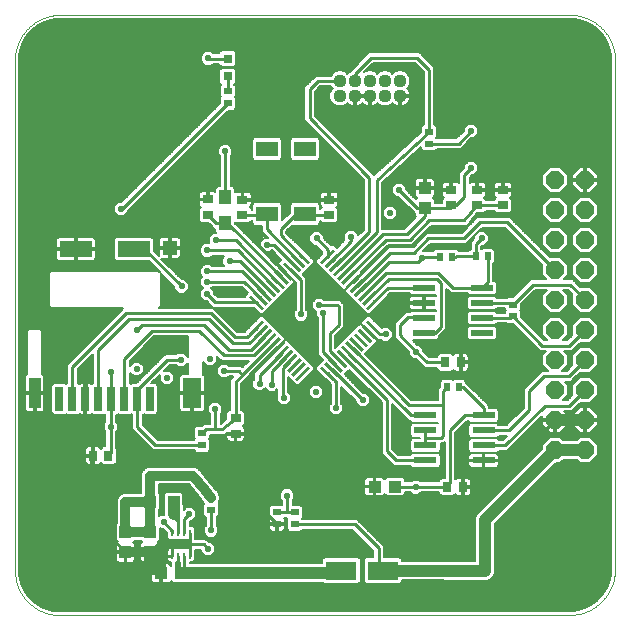
<source format=gtl>
G75*
%MOIN*%
%OFA0B0*%
%FSLAX25Y25*%
%IPPOS*%
%LPD*%
%AMOC8*
5,1,8,0,0,1.08239X$1,22.5*
%
%ADD10C,0.00000*%
%ADD11R,0.03543X0.02756*%
%ADD12R,0.03937X0.04724*%
%ADD13R,0.05906X0.01102*%
%ADD14R,0.02362X0.02756*%
%ADD15R,0.02756X0.03543*%
%ADD16R,0.02756X0.02362*%
%ADD17R,0.03150X0.03150*%
%ADD18R,0.07800X0.02200*%
%ADD19C,0.04400*%
%ADD20R,0.02756X0.07874*%
%ADD21R,0.03937X0.10236*%
%ADD22R,0.05906X0.10236*%
%ADD23R,0.10630X0.05512*%
%ADD24R,0.04724X0.04724*%
%ADD25R,0.07484X0.02359*%
%ADD26R,0.01000X0.02000*%
%ADD27R,0.06299X0.03543*%
%ADD28R,0.04331X0.03937*%
%ADD29R,0.03937X0.04331*%
%ADD30R,0.03937X0.03937*%
%ADD31OC8,0.06000*%
%ADD32R,0.10184X0.06417*%
%ADD33R,0.07480X0.05118*%
%ADD34C,0.01000*%
%ADD35C,0.02178*%
%ADD36C,0.00600*%
%ADD37C,0.01200*%
%ADD38C,0.04000*%
%ADD39C,0.03200*%
%ADD40C,0.16500*%
%ADD41C,0.02000*%
D10*
X0015800Y0001300D02*
X0185800Y0001300D01*
X0186169Y0001298D01*
X0186537Y0001306D01*
X0186905Y0001322D01*
X0187273Y0001347D01*
X0187640Y0001381D01*
X0188006Y0001424D01*
X0188371Y0001476D01*
X0188735Y0001536D01*
X0189097Y0001605D01*
X0189457Y0001683D01*
X0189815Y0001770D01*
X0190171Y0001865D01*
X0190525Y0001969D01*
X0190876Y0002082D01*
X0191224Y0002202D01*
X0191569Y0002332D01*
X0191911Y0002469D01*
X0192250Y0002615D01*
X0192585Y0002769D01*
X0192916Y0002931D01*
X0193243Y0003101D01*
X0193566Y0003278D01*
X0193884Y0003464D01*
X0194198Y0003657D01*
X0194507Y0003858D01*
X0194811Y0004066D01*
X0195111Y0004281D01*
X0195404Y0004503D01*
X0195693Y0004733D01*
X0195975Y0004969D01*
X0196252Y0005213D01*
X0196523Y0005463D01*
X0196788Y0005719D01*
X0197047Y0005981D01*
X0197299Y0006250D01*
X0197545Y0006525D01*
X0197783Y0006806D01*
X0198015Y0007092D01*
X0198241Y0007384D01*
X0198458Y0007681D01*
X0198669Y0007984D01*
X0198872Y0008291D01*
X0199068Y0008603D01*
X0199256Y0008920D01*
X0199437Y0009242D01*
X0199610Y0009567D01*
X0199774Y0009897D01*
X0199931Y0010231D01*
X0200080Y0010568D01*
X0200220Y0010909D01*
X0200352Y0011253D01*
X0200476Y0011600D01*
X0200592Y0011950D01*
X0200699Y0012303D01*
X0200797Y0012658D01*
X0200887Y0013015D01*
X0200968Y0013375D01*
X0201040Y0013736D01*
X0201104Y0014099D01*
X0201159Y0014464D01*
X0201205Y0014829D01*
X0201242Y0015196D01*
X0201270Y0015564D01*
X0201289Y0015932D01*
X0201300Y0016300D01*
X0201300Y0186300D01*
X0201296Y0186662D01*
X0201282Y0187025D01*
X0201261Y0187387D01*
X0201230Y0187748D01*
X0201191Y0188108D01*
X0201143Y0188467D01*
X0201086Y0188825D01*
X0201021Y0189182D01*
X0200947Y0189537D01*
X0200864Y0189890D01*
X0200773Y0190241D01*
X0200674Y0190589D01*
X0200566Y0190935D01*
X0200450Y0191279D01*
X0200325Y0191619D01*
X0200193Y0191956D01*
X0200052Y0192290D01*
X0199903Y0192621D01*
X0199746Y0192948D01*
X0199582Y0193271D01*
X0199410Y0193590D01*
X0199230Y0193904D01*
X0199042Y0194215D01*
X0198847Y0194520D01*
X0198645Y0194821D01*
X0198435Y0195117D01*
X0198219Y0195407D01*
X0197995Y0195693D01*
X0197765Y0195973D01*
X0197528Y0196247D01*
X0197284Y0196515D01*
X0197034Y0196778D01*
X0196778Y0197034D01*
X0196515Y0197284D01*
X0196247Y0197528D01*
X0195973Y0197765D01*
X0195693Y0197995D01*
X0195407Y0198219D01*
X0195117Y0198435D01*
X0194821Y0198645D01*
X0194520Y0198847D01*
X0194215Y0199042D01*
X0193904Y0199230D01*
X0193590Y0199410D01*
X0193271Y0199582D01*
X0192948Y0199746D01*
X0192621Y0199903D01*
X0192290Y0200052D01*
X0191956Y0200193D01*
X0191619Y0200325D01*
X0191279Y0200450D01*
X0190935Y0200566D01*
X0190589Y0200674D01*
X0190241Y0200773D01*
X0189890Y0200864D01*
X0189537Y0200947D01*
X0189182Y0201021D01*
X0188825Y0201086D01*
X0188467Y0201143D01*
X0188108Y0201191D01*
X0187748Y0201230D01*
X0187387Y0201261D01*
X0187025Y0201282D01*
X0186662Y0201296D01*
X0186300Y0201300D01*
X0016300Y0201300D01*
X0015938Y0201296D01*
X0015575Y0201282D01*
X0015213Y0201261D01*
X0014852Y0201230D01*
X0014492Y0201191D01*
X0014133Y0201143D01*
X0013775Y0201086D01*
X0013418Y0201021D01*
X0013063Y0200947D01*
X0012710Y0200864D01*
X0012359Y0200773D01*
X0012011Y0200674D01*
X0011665Y0200566D01*
X0011321Y0200450D01*
X0010981Y0200325D01*
X0010644Y0200193D01*
X0010310Y0200052D01*
X0009979Y0199903D01*
X0009652Y0199746D01*
X0009329Y0199582D01*
X0009010Y0199410D01*
X0008696Y0199230D01*
X0008385Y0199042D01*
X0008080Y0198847D01*
X0007779Y0198645D01*
X0007483Y0198435D01*
X0007193Y0198219D01*
X0006907Y0197995D01*
X0006627Y0197765D01*
X0006353Y0197528D01*
X0006085Y0197284D01*
X0005822Y0197034D01*
X0005566Y0196778D01*
X0005316Y0196515D01*
X0005072Y0196247D01*
X0004835Y0195973D01*
X0004605Y0195693D01*
X0004381Y0195407D01*
X0004165Y0195117D01*
X0003955Y0194821D01*
X0003753Y0194520D01*
X0003558Y0194215D01*
X0003370Y0193904D01*
X0003190Y0193590D01*
X0003018Y0193271D01*
X0002854Y0192948D01*
X0002697Y0192621D01*
X0002548Y0192290D01*
X0002407Y0191956D01*
X0002275Y0191619D01*
X0002150Y0191279D01*
X0002034Y0190935D01*
X0001926Y0190589D01*
X0001827Y0190241D01*
X0001736Y0189890D01*
X0001653Y0189537D01*
X0001579Y0189182D01*
X0001514Y0188825D01*
X0001457Y0188467D01*
X0001409Y0188108D01*
X0001370Y0187748D01*
X0001339Y0187387D01*
X0001318Y0187025D01*
X0001304Y0186662D01*
X0001300Y0186300D01*
X0001300Y0016300D01*
X0001298Y0015944D01*
X0001305Y0015587D01*
X0001321Y0015231D01*
X0001345Y0014875D01*
X0001378Y0014520D01*
X0001419Y0014166D01*
X0001469Y0013813D01*
X0001527Y0013461D01*
X0001594Y0013111D01*
X0001669Y0012763D01*
X0001753Y0012416D01*
X0001845Y0012072D01*
X0001945Y0011730D01*
X0002053Y0011390D01*
X0002170Y0011053D01*
X0002295Y0010719D01*
X0002428Y0010389D01*
X0002568Y0010061D01*
X0002717Y0009737D01*
X0002873Y0009417D01*
X0003038Y0009100D01*
X0003209Y0008788D01*
X0003389Y0008480D01*
X0003575Y0008176D01*
X0003769Y0007877D01*
X0003970Y0007582D01*
X0004178Y0007293D01*
X0004393Y0007009D01*
X0004615Y0006730D01*
X0004844Y0006456D01*
X0005079Y0006188D01*
X0005320Y0005926D01*
X0005568Y0005670D01*
X0005822Y0005419D01*
X0006082Y0005175D01*
X0006348Y0004938D01*
X0006619Y0004706D01*
X0006896Y0004482D01*
X0007178Y0004264D01*
X0007465Y0004053D01*
X0007758Y0003849D01*
X0008055Y0003652D01*
X0008357Y0003463D01*
X0008663Y0003281D01*
X0008974Y0003106D01*
X0009289Y0002939D01*
X0009608Y0002779D01*
X0009930Y0002627D01*
X0010256Y0002483D01*
X0010586Y0002347D01*
X0010919Y0002219D01*
X0011254Y0002099D01*
X0011593Y0001987D01*
X0011934Y0001884D01*
X0012277Y0001789D01*
X0012623Y0001702D01*
X0012971Y0001623D01*
X0013320Y0001553D01*
X0013671Y0001491D01*
X0014024Y0001438D01*
X0014378Y0001393D01*
X0014732Y0001357D01*
X0015088Y0001329D01*
X0015444Y0001310D01*
X0015800Y0001300D01*
D11*
X0074800Y0061741D03*
X0074800Y0066859D03*
X0077100Y0134641D03*
X0077100Y0139759D03*
X0065600Y0139809D03*
X0065600Y0134691D03*
X0106000Y0134641D03*
X0106000Y0139759D03*
X0146650Y0137841D03*
X0146650Y0142959D03*
X0155300Y0142959D03*
X0155300Y0137841D03*
X0163900Y0137841D03*
X0163900Y0142959D03*
D12*
X0071350Y0140581D03*
X0071350Y0131919D03*
D13*
G36*
X0088466Y0116304D02*
X0092641Y0112129D01*
X0091862Y0111350D01*
X0087687Y0115525D01*
X0088466Y0116304D01*
G37*
G36*
X0089858Y0117696D02*
X0094033Y0113521D01*
X0093254Y0112742D01*
X0089079Y0116917D01*
X0089858Y0117696D01*
G37*
G36*
X0091250Y0119088D02*
X0095425Y0114913D01*
X0094646Y0114134D01*
X0090471Y0118309D01*
X0091250Y0119088D01*
G37*
G36*
X0092642Y0120480D02*
X0096817Y0116305D01*
X0096038Y0115526D01*
X0091863Y0119701D01*
X0092642Y0120480D01*
G37*
G36*
X0094034Y0121872D02*
X0098209Y0117697D01*
X0097430Y0116918D01*
X0093255Y0121093D01*
X0094034Y0121872D01*
G37*
G36*
X0095426Y0123264D02*
X0099601Y0119089D01*
X0098822Y0118310D01*
X0094647Y0122485D01*
X0095426Y0123264D01*
G37*
G36*
X0107953Y0122485D02*
X0103778Y0118310D01*
X0102999Y0119089D01*
X0107174Y0123264D01*
X0107953Y0122485D01*
G37*
G36*
X0109345Y0121093D02*
X0105170Y0116918D01*
X0104391Y0117697D01*
X0108566Y0121872D01*
X0109345Y0121093D01*
G37*
G36*
X0110737Y0119701D02*
X0106562Y0115526D01*
X0105783Y0116305D01*
X0109958Y0120480D01*
X0110737Y0119701D01*
G37*
G36*
X0112129Y0118309D02*
X0107954Y0114134D01*
X0107175Y0114913D01*
X0111350Y0119088D01*
X0112129Y0118309D01*
G37*
G36*
X0113521Y0116917D02*
X0109346Y0112742D01*
X0108567Y0113521D01*
X0112742Y0117696D01*
X0113521Y0116917D01*
G37*
G36*
X0114913Y0115525D02*
X0110738Y0111350D01*
X0109959Y0112129D01*
X0114134Y0116304D01*
X0114913Y0115525D01*
G37*
G36*
X0116304Y0114134D02*
X0112129Y0109959D01*
X0111350Y0110738D01*
X0115525Y0114913D01*
X0116304Y0114134D01*
G37*
G36*
X0117696Y0112742D02*
X0113521Y0108567D01*
X0112742Y0109346D01*
X0116917Y0113521D01*
X0117696Y0112742D01*
G37*
G36*
X0119088Y0111350D02*
X0114913Y0107175D01*
X0114134Y0107954D01*
X0118309Y0112129D01*
X0119088Y0111350D01*
G37*
G36*
X0120480Y0109958D02*
X0116305Y0105783D01*
X0115526Y0106562D01*
X0119701Y0110737D01*
X0120480Y0109958D01*
G37*
G36*
X0121872Y0108566D02*
X0117697Y0104391D01*
X0116918Y0105170D01*
X0121093Y0109345D01*
X0121872Y0108566D01*
G37*
G36*
X0123264Y0107174D02*
X0119089Y0102999D01*
X0118310Y0103778D01*
X0122485Y0107953D01*
X0123264Y0107174D01*
G37*
G36*
X0122485Y0094647D02*
X0118310Y0098822D01*
X0119089Y0099601D01*
X0123264Y0095426D01*
X0122485Y0094647D01*
G37*
G36*
X0121093Y0093255D02*
X0116918Y0097430D01*
X0117697Y0098209D01*
X0121872Y0094034D01*
X0121093Y0093255D01*
G37*
G36*
X0119701Y0091863D02*
X0115526Y0096038D01*
X0116305Y0096817D01*
X0120480Y0092642D01*
X0119701Y0091863D01*
G37*
G36*
X0118309Y0090471D02*
X0114134Y0094646D01*
X0114913Y0095425D01*
X0119088Y0091250D01*
X0118309Y0090471D01*
G37*
G36*
X0116917Y0089079D02*
X0112742Y0093254D01*
X0113521Y0094033D01*
X0117696Y0089858D01*
X0116917Y0089079D01*
G37*
G36*
X0115525Y0087687D02*
X0111350Y0091862D01*
X0112129Y0092641D01*
X0116304Y0088466D01*
X0115525Y0087687D01*
G37*
G36*
X0114134Y0086296D02*
X0109959Y0090471D01*
X0110738Y0091250D01*
X0114913Y0087075D01*
X0114134Y0086296D01*
G37*
G36*
X0112742Y0084904D02*
X0108567Y0089079D01*
X0109346Y0089858D01*
X0113521Y0085683D01*
X0112742Y0084904D01*
G37*
G36*
X0111350Y0083512D02*
X0107175Y0087687D01*
X0107954Y0088466D01*
X0112129Y0084291D01*
X0111350Y0083512D01*
G37*
G36*
X0109958Y0082120D02*
X0105783Y0086295D01*
X0106562Y0087074D01*
X0110737Y0082899D01*
X0109958Y0082120D01*
G37*
G36*
X0108566Y0080728D02*
X0104391Y0084903D01*
X0105170Y0085682D01*
X0109345Y0081507D01*
X0108566Y0080728D01*
G37*
G36*
X0107174Y0079336D02*
X0102999Y0083511D01*
X0103778Y0084290D01*
X0107953Y0080115D01*
X0107174Y0079336D01*
G37*
G36*
X0094647Y0080115D02*
X0098822Y0084290D01*
X0099601Y0083511D01*
X0095426Y0079336D01*
X0094647Y0080115D01*
G37*
G36*
X0093255Y0081507D02*
X0097430Y0085682D01*
X0098209Y0084903D01*
X0094034Y0080728D01*
X0093255Y0081507D01*
G37*
G36*
X0091863Y0082899D02*
X0096038Y0087074D01*
X0096817Y0086295D01*
X0092642Y0082120D01*
X0091863Y0082899D01*
G37*
G36*
X0090471Y0084291D02*
X0094646Y0088466D01*
X0095425Y0087687D01*
X0091250Y0083512D01*
X0090471Y0084291D01*
G37*
G36*
X0089079Y0085683D02*
X0093254Y0089858D01*
X0094033Y0089079D01*
X0089858Y0084904D01*
X0089079Y0085683D01*
G37*
G36*
X0087687Y0087075D02*
X0091862Y0091250D01*
X0092641Y0090471D01*
X0088466Y0086296D01*
X0087687Y0087075D01*
G37*
G36*
X0086296Y0088466D02*
X0090471Y0092641D01*
X0091250Y0091862D01*
X0087075Y0087687D01*
X0086296Y0088466D01*
G37*
G36*
X0084904Y0089858D02*
X0089079Y0094033D01*
X0089858Y0093254D01*
X0085683Y0089079D01*
X0084904Y0089858D01*
G37*
G36*
X0083512Y0091250D02*
X0087687Y0095425D01*
X0088466Y0094646D01*
X0084291Y0090471D01*
X0083512Y0091250D01*
G37*
G36*
X0082120Y0092642D02*
X0086295Y0096817D01*
X0087074Y0096038D01*
X0082899Y0091863D01*
X0082120Y0092642D01*
G37*
G36*
X0080728Y0094034D02*
X0084903Y0098209D01*
X0085682Y0097430D01*
X0081507Y0093255D01*
X0080728Y0094034D01*
G37*
G36*
X0079336Y0095426D02*
X0083511Y0099601D01*
X0084290Y0098822D01*
X0080115Y0094647D01*
X0079336Y0095426D01*
G37*
G36*
X0080115Y0107953D02*
X0084290Y0103778D01*
X0083511Y0102999D01*
X0079336Y0107174D01*
X0080115Y0107953D01*
G37*
G36*
X0081507Y0109345D02*
X0085682Y0105170D01*
X0084903Y0104391D01*
X0080728Y0108566D01*
X0081507Y0109345D01*
G37*
G36*
X0082899Y0110737D02*
X0087074Y0106562D01*
X0086295Y0105783D01*
X0082120Y0109958D01*
X0082899Y0110737D01*
G37*
G36*
X0084291Y0112129D02*
X0088466Y0107954D01*
X0087687Y0107175D01*
X0083512Y0111350D01*
X0084291Y0112129D01*
G37*
G36*
X0085683Y0113521D02*
X0089858Y0109346D01*
X0089079Y0108567D01*
X0084904Y0112742D01*
X0085683Y0113521D01*
G37*
G36*
X0087075Y0114913D02*
X0091250Y0110738D01*
X0090471Y0109959D01*
X0086296Y0114134D01*
X0087075Y0114913D01*
G37*
D14*
X0142981Y0120750D03*
X0146919Y0120750D03*
X0154931Y0120800D03*
X0158869Y0120800D03*
X0149269Y0077200D03*
X0145331Y0077200D03*
D15*
X0144741Y0085500D03*
X0149859Y0085500D03*
X0150559Y0044000D03*
X0145441Y0044000D03*
X0032459Y0054400D03*
X0027341Y0054400D03*
D16*
X0063600Y0057931D03*
X0063600Y0061869D03*
X0066700Y0040369D03*
X0066700Y0036431D03*
X0088600Y0035469D03*
X0088600Y0031531D03*
X0094500Y0031531D03*
X0094500Y0035469D03*
X0167300Y0100831D03*
X0167300Y0104769D03*
X0139300Y0158431D03*
X0139300Y0162369D03*
X0072250Y0171931D03*
X0072250Y0175869D03*
D17*
X0072250Y0180847D03*
X0072250Y0186753D03*
D18*
X0138100Y0067800D03*
X0138100Y0062800D03*
X0138100Y0057800D03*
X0138100Y0052800D03*
X0157500Y0052800D03*
X0157500Y0057800D03*
X0157500Y0062800D03*
X0157500Y0067800D03*
D19*
X0129600Y0174300D03*
X0129600Y0179300D03*
X0124600Y0179300D03*
X0124600Y0174300D03*
X0119600Y0174300D03*
X0119600Y0179300D03*
X0114600Y0179300D03*
X0114600Y0174300D03*
X0109600Y0174300D03*
X0109600Y0179300D03*
D20*
X0046398Y0073300D03*
X0042068Y0073300D03*
X0037737Y0073300D03*
X0033406Y0073300D03*
X0029076Y0073300D03*
X0024745Y0073300D03*
X0020414Y0073300D03*
X0016083Y0073300D03*
D21*
X0007816Y0075269D03*
D22*
X0060375Y0075269D03*
D23*
X0040887Y0123300D03*
X0021595Y0123300D03*
D24*
X0052894Y0123694D03*
D25*
X0137633Y0110300D03*
X0137633Y0105300D03*
X0137633Y0100300D03*
X0137633Y0095300D03*
X0156967Y0095300D03*
X0156967Y0100300D03*
X0156967Y0105300D03*
X0156967Y0110300D03*
D26*
X0059653Y0028590D03*
X0057684Y0028590D03*
X0055716Y0028590D03*
X0053747Y0028590D03*
X0053747Y0021110D03*
X0055716Y0021110D03*
X0057684Y0021110D03*
X0059653Y0021110D03*
D27*
X0056700Y0024850D03*
D28*
X0056646Y0015200D03*
X0049954Y0015200D03*
X0121154Y0044100D03*
X0127846Y0044100D03*
D29*
X0046250Y0029046D03*
X0046250Y0022354D03*
X0038100Y0022254D03*
X0038100Y0028946D03*
X0137900Y0136954D03*
X0137900Y0143646D03*
D30*
X0054137Y0039100D03*
X0046263Y0039100D03*
D31*
X0181300Y0056300D03*
X0191300Y0056300D03*
X0191300Y0066300D03*
X0181300Y0066300D03*
X0181300Y0076300D03*
X0191300Y0076300D03*
X0191300Y0086300D03*
X0181300Y0086300D03*
X0181300Y0096300D03*
X0191300Y0096300D03*
X0191300Y0106300D03*
X0181300Y0106300D03*
X0181300Y0116300D03*
X0191300Y0116300D03*
X0191300Y0126300D03*
X0181300Y0126300D03*
X0181300Y0136300D03*
X0191300Y0136300D03*
X0191300Y0146300D03*
X0181300Y0146300D03*
D32*
X0123912Y0016100D03*
X0110088Y0016100D03*
D33*
X0097899Y0134973D03*
X0085301Y0134973D03*
X0085301Y0156627D03*
X0097899Y0156627D03*
D34*
X0099500Y0167000D02*
X0119400Y0147100D01*
X0119400Y0129000D01*
X0108403Y0118003D01*
X0108260Y0118003D01*
X0109652Y0116652D02*
X0109652Y0116611D01*
X0109652Y0116652D02*
X0121800Y0128800D01*
X0121800Y0146246D01*
X0139300Y0162369D01*
X0139300Y0183100D01*
X0135400Y0187000D01*
X0119900Y0187000D01*
X0114600Y0181700D01*
X0114600Y0179300D01*
X0109600Y0179300D02*
X0102300Y0179300D01*
X0099500Y0176500D01*
X0099500Y0167000D01*
X0072250Y0171931D02*
X0036919Y0136600D01*
X0036600Y0136600D01*
X0040887Y0123300D02*
X0044300Y0123300D01*
X0056800Y0110800D01*
X0065300Y0112300D02*
X0077773Y0112300D01*
X0083205Y0106868D01*
X0084597Y0108260D02*
X0077056Y0115800D01*
X0065300Y0115800D01*
X0065300Y0122800D02*
X0075624Y0122800D01*
X0087381Y0111044D01*
X0088773Y0112436D02*
X0074908Y0126300D01*
X0068300Y0126300D01*
X0068372Y0131919D02*
X0071350Y0131919D01*
X0072073Y0131919D01*
X0090164Y0113827D01*
X0091556Y0115219D02*
X0081200Y0125576D01*
X0081200Y0128500D01*
X0085301Y0129827D02*
X0085301Y0134973D01*
X0084969Y0134641D01*
X0077100Y0134641D01*
X0071350Y0140581D02*
X0071350Y0155750D01*
X0071400Y0155800D01*
X0072250Y0175869D02*
X0072250Y0180847D01*
X0072250Y0186753D02*
X0065647Y0186753D01*
X0065600Y0186800D01*
X0106000Y0139759D02*
X0109741Y0139759D01*
X0111400Y0138100D01*
X0106000Y0134641D02*
X0098231Y0134641D01*
X0097899Y0134973D01*
X0094973Y0134973D01*
X0089900Y0129900D01*
X0089900Y0128011D01*
X0097124Y0120787D01*
X0095732Y0119395D02*
X0085301Y0129827D01*
X0085200Y0124700D02*
X0087643Y0124701D01*
X0094340Y0118003D01*
X0092948Y0116611D02*
X0096600Y0112960D01*
X0096600Y0101500D01*
X0102700Y0104500D02*
X0108800Y0104500D01*
X0109200Y0104100D01*
X0109200Y0098100D01*
X0106300Y0095200D01*
X0106300Y0089340D01*
X0109652Y0085989D01*
X0111044Y0087381D02*
X0125300Y0073124D01*
X0125300Y0055800D01*
X0128300Y0052800D01*
X0138100Y0052800D01*
X0138100Y0057800D02*
X0138100Y0060300D01*
X0143300Y0060300D01*
X0143954Y0060954D01*
X0143954Y0071300D01*
X0143954Y0075822D01*
X0145331Y0077200D01*
X0149269Y0077200D02*
X0150646Y0077200D01*
X0157500Y0070346D01*
X0157500Y0067800D01*
X0151300Y0067800D01*
X0146300Y0062800D01*
X0146300Y0045646D01*
X0145441Y0044000D01*
X0135000Y0044000D01*
X0134800Y0043800D01*
X0134500Y0044100D01*
X0127846Y0044100D01*
X0115700Y0044100D02*
X0106900Y0052900D01*
X0075600Y0052900D01*
X0075600Y0047300D01*
X0075600Y0044495D01*
X0086808Y0033287D01*
X0086844Y0033287D01*
X0088600Y0031531D01*
X0088600Y0035469D02*
X0092000Y0035469D01*
X0092000Y0041100D01*
X0092000Y0035469D02*
X0094500Y0035469D01*
X0094500Y0031531D02*
X0114469Y0031531D01*
X0122500Y0023500D01*
X0122500Y0017512D01*
X0123912Y0016100D01*
X0109900Y0038700D02*
X0115300Y0044100D01*
X0115700Y0044100D01*
X0138100Y0060300D02*
X0138100Y0062800D01*
X0138100Y0067800D02*
X0133408Y0067800D01*
X0112436Y0088773D01*
X0113827Y0090164D02*
X0132692Y0071300D01*
X0143954Y0071300D01*
X0157500Y0062800D02*
X0165800Y0062800D01*
X0172700Y0069700D01*
X0172700Y0076000D01*
X0177600Y0080900D01*
X0185900Y0080900D01*
X0191300Y0086300D01*
X0186100Y0091100D02*
X0191300Y0096300D01*
X0186100Y0091100D02*
X0177031Y0091100D01*
X0167300Y0100831D01*
X0166454Y0100300D01*
X0156967Y0100300D01*
X0156967Y0105300D02*
X0166454Y0105300D01*
X0167300Y0104769D01*
X0173931Y0111400D01*
X0186400Y0111400D01*
X0191300Y0106500D01*
X0191300Y0106300D01*
X0181300Y0116300D02*
X0165400Y0132200D01*
X0156200Y0132200D01*
X0150900Y0126900D01*
X0139000Y0126900D01*
X0134200Y0122100D01*
X0126276Y0122100D01*
X0115219Y0111044D01*
X0113827Y0112436D02*
X0125692Y0124300D01*
X0133800Y0124300D01*
X0139400Y0129900D01*
X0148800Y0129900D01*
X0151046Y0132800D02*
X0139300Y0132800D01*
X0132800Y0126300D01*
X0124908Y0126300D01*
X0112436Y0113827D01*
X0111044Y0115219D02*
X0124124Y0128300D01*
X0131800Y0128300D01*
X0137900Y0134400D01*
X0137900Y0136954D01*
X0135246Y0136954D01*
X0129200Y0143000D01*
X0137900Y0136954D02*
X0146550Y0136954D01*
X0146650Y0137841D01*
X0148241Y0137841D01*
X0151000Y0140600D01*
X0151000Y0147800D01*
X0153400Y0150200D01*
X0149131Y0158431D02*
X0153300Y0162600D01*
X0149131Y0158431D02*
X0139300Y0158431D01*
X0155300Y0137841D02*
X0163900Y0137841D01*
X0155300Y0137841D02*
X0151046Y0132800D01*
X0156800Y0126800D02*
X0154931Y0124931D01*
X0154931Y0120800D01*
X0148446Y0120800D01*
X0148346Y0120700D01*
X0146919Y0120750D01*
X0142981Y0120750D02*
X0137450Y0120750D01*
X0137000Y0120300D01*
X0135700Y0119000D01*
X0125960Y0119000D01*
X0116611Y0109652D01*
X0118003Y0108260D02*
X0125044Y0115300D01*
X0142300Y0115300D01*
X0147300Y0110300D01*
X0156967Y0110300D01*
X0158869Y0112202D01*
X0158869Y0120800D01*
X0143300Y0111800D02*
X0141800Y0113300D01*
X0125827Y0113300D01*
X0119395Y0106868D01*
X0120787Y0105476D02*
X0125611Y0110300D01*
X0137633Y0110300D01*
X0143300Y0111800D02*
X0143300Y0097300D01*
X0141300Y0095300D01*
X0137633Y0095300D01*
X0137633Y0100300D02*
X0137433Y0100500D01*
X0132300Y0100500D01*
X0129600Y0097800D01*
X0129600Y0094500D01*
X0135050Y0089050D01*
X0138600Y0085500D01*
X0144741Y0085500D01*
X0153946Y0088800D02*
X0158300Y0088800D01*
X0137633Y0105300D02*
X0129300Y0105300D01*
X0127800Y0106800D01*
X0120787Y0097124D02*
X0123111Y0094800D01*
X0124800Y0094800D01*
X0124327Y0090800D02*
X0127800Y0090800D01*
X0124327Y0090800D02*
X0119395Y0095732D01*
X0108260Y0084597D02*
X0104044Y0088813D01*
X0104044Y0102056D01*
X0090164Y0088773D02*
X0082800Y0081408D01*
X0082800Y0078300D01*
X0086900Y0078100D02*
X0086900Y0082724D01*
X0091556Y0087381D01*
X0092948Y0085989D02*
X0090500Y0083540D01*
X0090500Y0074100D01*
X0091000Y0073600D01*
X0077112Y0081288D02*
X0075800Y0082600D01*
X0070900Y0082600D01*
X0074800Y0078976D02*
X0074800Y0066859D01*
X0070400Y0063246D01*
X0068000Y0063246D01*
X0064978Y0063246D01*
X0063600Y0061869D01*
X0063600Y0057931D02*
X0048069Y0057931D01*
X0042100Y0063900D01*
X0042100Y0073868D01*
X0042068Y0073900D01*
X0042068Y0076368D01*
X0052100Y0086400D01*
X0056600Y0086400D01*
X0062700Y0096000D02*
X0047000Y0096000D01*
X0037737Y0086737D01*
X0037737Y0073300D01*
X0033406Y0073300D02*
X0033400Y0073294D01*
X0033246Y0073140D01*
X0033246Y0064100D01*
X0033246Y0055187D01*
X0032459Y0054400D01*
X0026554Y0054300D02*
X0012200Y0054300D01*
X0007816Y0058684D01*
X0007816Y0075269D01*
X0020414Y0073300D02*
X0020414Y0083914D01*
X0033050Y0096550D01*
X0038300Y0101800D01*
X0066700Y0101800D01*
X0074600Y0093900D01*
X0078589Y0093900D01*
X0081813Y0097124D01*
X0083205Y0095732D02*
X0079273Y0091800D01*
X0073800Y0091800D01*
X0065800Y0099800D01*
X0039300Y0099800D01*
X0029076Y0089576D01*
X0029076Y0073300D01*
X0024800Y0073355D02*
X0024745Y0073300D01*
X0024800Y0073355D02*
X0024800Y0081800D01*
X0033400Y0082300D02*
X0033400Y0073294D01*
X0042068Y0073300D02*
X0042068Y0073900D01*
X0053600Y0075269D02*
X0053600Y0062300D01*
X0068000Y0063246D02*
X0068000Y0070000D01*
X0060375Y0075269D02*
X0053600Y0075269D01*
X0070900Y0087800D02*
X0080840Y0087800D01*
X0085989Y0092948D01*
X0087381Y0091556D02*
X0077112Y0081288D01*
X0074800Y0078976D01*
X0070900Y0087800D02*
X0062700Y0096000D01*
X0064300Y0097900D02*
X0072500Y0089700D01*
X0079956Y0089700D01*
X0084597Y0094340D01*
X0081813Y0105476D02*
X0068124Y0105476D01*
X0065300Y0108300D01*
X0064300Y0097900D02*
X0043600Y0097900D01*
X0041900Y0096200D01*
X0072800Y0119300D02*
X0076340Y0119300D01*
X0085989Y0109652D01*
X0105476Y0120787D02*
X0105476Y0123124D01*
X0101800Y0126800D01*
X0106868Y0119395D02*
X0113300Y0125827D01*
X0113300Y0127300D01*
X0068372Y0131919D02*
X0065600Y0134691D01*
X0066387Y0133904D01*
X0106868Y0083205D02*
X0117173Y0072900D01*
X0117300Y0072900D01*
X0108300Y0070200D02*
X0108300Y0078989D01*
X0105476Y0081813D01*
X0150559Y0044000D02*
X0159000Y0044000D01*
X0181300Y0066300D01*
X0177900Y0071100D02*
X0186100Y0071100D01*
X0191300Y0076300D01*
X0177900Y0071100D02*
X0164600Y0057800D01*
X0157500Y0057800D01*
X0157500Y0052800D02*
X0158300Y0052800D01*
X0066700Y0036431D02*
X0066700Y0029500D01*
X0064150Y0024850D02*
X0065700Y0023300D01*
X0064150Y0024850D02*
X0056700Y0024850D01*
X0058653Y0024850D01*
X0059653Y0025850D01*
X0059653Y0028590D01*
X0059653Y0021110D01*
X0059653Y0023850D01*
X0058653Y0024850D01*
X0054900Y0024800D02*
X0053747Y0023647D01*
X0053747Y0021110D01*
X0051917Y0021110D01*
X0049954Y0019146D01*
X0046250Y0018904D02*
X0045700Y0018354D01*
X0045700Y0010200D01*
X0056646Y0015200D02*
X0057684Y0016238D01*
X0057684Y0021110D01*
X0055716Y0021110D02*
X0055716Y0018700D01*
X0055716Y0028590D02*
X0055716Y0032400D01*
X0054137Y0033979D01*
X0054137Y0035163D01*
X0055716Y0037521D02*
X0054137Y0039100D01*
X0055716Y0037521D02*
X0055716Y0032400D01*
X0057684Y0033184D02*
X0057684Y0028590D01*
X0053747Y0028590D02*
X0053747Y0029453D01*
X0050800Y0032400D01*
X0057684Y0033184D02*
X0059400Y0034900D01*
X0038100Y0022254D02*
X0025500Y0034854D01*
X0025500Y0035100D01*
X0026554Y0036154D01*
X0026554Y0054300D01*
D35*
X0033246Y0064100D03*
X0053600Y0062300D03*
X0068000Y0070000D03*
X0077800Y0074800D03*
X0082800Y0078300D03*
X0086900Y0078100D03*
X0091000Y0073600D03*
X0101600Y0075600D03*
X0108300Y0070200D03*
X0117300Y0072900D03*
X0135050Y0089050D03*
X0127800Y0090800D03*
X0124800Y0094800D03*
X0127800Y0106800D03*
X0137000Y0120300D03*
X0148800Y0129900D03*
X0156800Y0126800D03*
X0153400Y0150200D03*
X0153300Y0162600D03*
X0129200Y0143000D03*
X0126300Y0135300D03*
X0111400Y0138100D03*
X0113300Y0127300D03*
X0101800Y0126800D03*
X0085200Y0124700D03*
X0081200Y0128500D03*
X0072800Y0119300D03*
X0065300Y0115800D03*
X0065300Y0112300D03*
X0065300Y0108300D03*
X0056800Y0110800D03*
X0065300Y0122800D03*
X0068300Y0126300D03*
X0076400Y0109200D03*
X0096600Y0101500D03*
X0102700Y0104500D03*
X0104044Y0102056D03*
X0070900Y0082600D03*
X0066200Y0086600D03*
X0056600Y0086400D03*
X0051900Y0080400D03*
X0041800Y0083200D03*
X0045900Y0089600D03*
X0041900Y0096200D03*
X0033400Y0082300D03*
X0024800Y0081800D03*
X0046200Y0047700D03*
X0038100Y0039000D03*
X0050800Y0032400D03*
X0059400Y0034900D03*
X0066700Y0029500D03*
X0065700Y0023300D03*
X0045700Y0010200D03*
X0025500Y0035100D03*
X0075600Y0047300D03*
X0092000Y0041100D03*
X0109900Y0038700D03*
X0134800Y0043800D03*
X0158300Y0088800D03*
X0071400Y0155800D03*
X0065800Y0172900D03*
X0065600Y0186800D03*
X0041200Y0186200D03*
X0036600Y0136600D03*
X0131400Y0189489D03*
X0147900Y0187600D03*
D36*
X0195749Y0006687D02*
X0006552Y0006687D01*
X0007130Y0006088D02*
X0195130Y0006088D01*
X0194512Y0005490D02*
X0007729Y0005490D01*
X0007681Y0005518D02*
X0005240Y0008043D01*
X0003536Y0011113D01*
X0002685Y0014520D01*
X0002600Y0016274D01*
X0002600Y0016289D01*
X0002609Y0016816D01*
X0002600Y0016826D01*
X0002600Y0186300D01*
X0002717Y0188088D01*
X0003643Y0191543D01*
X0005431Y0194640D01*
X0007960Y0197169D01*
X0011057Y0198957D01*
X0014512Y0199883D01*
X0016300Y0200000D01*
X0186300Y0200000D01*
X0188088Y0199883D01*
X0191543Y0198957D01*
X0194640Y0197169D01*
X0197169Y0194640D01*
X0198957Y0191543D01*
X0199883Y0188088D01*
X0200000Y0186300D01*
X0200000Y0016319D01*
X0199851Y0014502D01*
X0198851Y0011000D01*
X0196978Y0007876D01*
X0194361Y0005343D01*
X0191177Y0003574D01*
X0187644Y0002689D01*
X0185825Y0002600D01*
X0185811Y0002600D01*
X0185283Y0002609D01*
X0185274Y0002600D01*
X0015820Y0002600D01*
X0014068Y0002745D01*
X0010692Y0003711D01*
X0007681Y0005518D01*
X0008726Y0004891D02*
X0193547Y0004891D01*
X0192470Y0004293D02*
X0009723Y0004293D01*
X0010751Y0003694D02*
X0191393Y0003694D01*
X0189266Y0003096D02*
X0012842Y0003096D01*
X0005973Y0007285D02*
X0196367Y0007285D01*
X0196983Y0007884D02*
X0005394Y0007884D01*
X0004997Y0008482D02*
X0197341Y0008482D01*
X0197700Y0009081D02*
X0004665Y0009081D01*
X0004332Y0009679D02*
X0198059Y0009679D01*
X0198418Y0010278D02*
X0004000Y0010278D01*
X0003668Y0010876D02*
X0198776Y0010876D01*
X0198986Y0011475D02*
X0003446Y0011475D01*
X0003297Y0012073D02*
X0047194Y0012073D01*
X0047286Y0012020D02*
X0046990Y0012191D01*
X0046748Y0012433D01*
X0046577Y0012730D01*
X0046488Y0013060D01*
X0046488Y0014900D01*
X0049653Y0014900D01*
X0049653Y0015500D01*
X0046488Y0015500D01*
X0046488Y0017340D01*
X0046577Y0017670D01*
X0046748Y0017967D01*
X0046990Y0018209D01*
X0047286Y0018380D01*
X0047617Y0018468D01*
X0049654Y0018468D01*
X0049654Y0015500D01*
X0050254Y0015500D01*
X0050254Y0018468D01*
X0052290Y0018468D01*
X0052621Y0018380D01*
X0052917Y0018209D01*
X0053159Y0017967D01*
X0053262Y0017788D01*
X0053416Y0017942D01*
X0053416Y0018810D01*
X0053076Y0018810D01*
X0052745Y0018898D01*
X0052449Y0019070D01*
X0052207Y0019312D01*
X0052036Y0019608D01*
X0051947Y0019939D01*
X0051947Y0021110D01*
X0053747Y0021110D01*
X0053747Y0021110D01*
X0051947Y0021110D01*
X0051947Y0022281D01*
X0052036Y0022612D01*
X0052207Y0022908D01*
X0052250Y0022951D01*
X0052250Y0026749D01*
X0051947Y0027052D01*
X0051947Y0028707D01*
X0050643Y0030011D01*
X0049810Y0030011D01*
X0049518Y0030303D01*
X0049518Y0026343D01*
X0048838Y0025662D01*
X0049017Y0025559D01*
X0049259Y0025317D01*
X0049430Y0025021D01*
X0049518Y0024690D01*
X0049518Y0022654D01*
X0046550Y0022654D01*
X0046550Y0022054D01*
X0049518Y0022054D01*
X0049518Y0020017D01*
X0049430Y0019686D01*
X0049259Y0019390D01*
X0049017Y0019148D01*
X0048720Y0018977D01*
X0048390Y0018888D01*
X0046550Y0018888D01*
X0046550Y0022053D01*
X0045950Y0022053D01*
X0045950Y0018888D01*
X0044110Y0018888D01*
X0043780Y0018977D01*
X0043483Y0019148D01*
X0043241Y0019390D01*
X0043070Y0019686D01*
X0042981Y0020017D01*
X0042981Y0022054D01*
X0045950Y0022054D01*
X0045950Y0022654D01*
X0042981Y0022654D01*
X0042981Y0024690D01*
X0043070Y0025021D01*
X0043241Y0025317D01*
X0043483Y0025559D01*
X0043662Y0025662D01*
X0043278Y0026046D01*
X0041172Y0026046D01*
X0040688Y0025562D01*
X0040867Y0025459D01*
X0041109Y0025217D01*
X0041280Y0024921D01*
X0041368Y0024590D01*
X0041368Y0022554D01*
X0038400Y0022554D01*
X0038400Y0021954D01*
X0041368Y0021954D01*
X0041368Y0019917D01*
X0041280Y0019586D01*
X0041109Y0019290D01*
X0040867Y0019048D01*
X0040570Y0018877D01*
X0040240Y0018788D01*
X0038400Y0018788D01*
X0038400Y0021953D01*
X0037800Y0021953D01*
X0037800Y0018788D01*
X0035960Y0018788D01*
X0035630Y0018877D01*
X0035333Y0019048D01*
X0035091Y0019290D01*
X0034920Y0019586D01*
X0034831Y0019917D01*
X0034831Y0021954D01*
X0037800Y0021954D01*
X0037800Y0022554D01*
X0034831Y0022554D01*
X0034831Y0024590D01*
X0034920Y0024921D01*
X0035091Y0025217D01*
X0035333Y0025459D01*
X0035512Y0025562D01*
X0034831Y0026243D01*
X0034831Y0031650D01*
X0035200Y0032019D01*
X0035200Y0039577D01*
X0035641Y0040643D01*
X0036557Y0041558D01*
X0037623Y0042000D01*
X0043363Y0042000D01*
X0043363Y0046971D01*
X0043300Y0047123D01*
X0043300Y0048277D01*
X0043741Y0049343D01*
X0044557Y0050158D01*
X0045623Y0050600D01*
X0060324Y0050600D01*
X0060472Y0050644D01*
X0060896Y0050600D01*
X0061323Y0050600D01*
X0061466Y0050541D01*
X0061619Y0050525D01*
X0061995Y0050322D01*
X0062389Y0050158D01*
X0062498Y0050049D01*
X0062634Y0049976D01*
X0062903Y0049645D01*
X0063205Y0049343D01*
X0063264Y0049200D01*
X0066367Y0045378D01*
X0066367Y0045378D01*
X0068421Y0042850D01*
X0068616Y0042850D01*
X0069378Y0042088D01*
X0069378Y0041537D01*
X0069644Y0040643D01*
X0069525Y0039496D01*
X0069378Y0039224D01*
X0069378Y0038649D01*
X0069129Y0038400D01*
X0069378Y0038151D01*
X0069378Y0034712D01*
X0068616Y0033950D01*
X0068500Y0033950D01*
X0068500Y0031079D01*
X0069089Y0030490D01*
X0069089Y0028510D01*
X0067690Y0027111D01*
X0065710Y0027111D01*
X0064311Y0028510D01*
X0064311Y0030490D01*
X0064900Y0031079D01*
X0064900Y0033950D01*
X0064784Y0033950D01*
X0064022Y0034712D01*
X0064022Y0038151D01*
X0064271Y0038400D01*
X0064022Y0038649D01*
X0064022Y0039066D01*
X0061865Y0041722D01*
X0061865Y0041722D01*
X0059366Y0044800D01*
X0049163Y0044800D01*
X0049163Y0041975D01*
X0049531Y0041607D01*
X0049531Y0036593D01*
X0049163Y0036225D01*
X0049163Y0034141D01*
X0049810Y0034789D01*
X0050837Y0034789D01*
X0050837Y0039756D01*
X0050869Y0039832D01*
X0050869Y0041607D01*
X0051630Y0042368D01*
X0053405Y0042368D01*
X0053481Y0042400D01*
X0054793Y0042400D01*
X0054869Y0042368D01*
X0056644Y0042368D01*
X0057405Y0041607D01*
X0057405Y0039832D01*
X0057437Y0039756D01*
X0057437Y0038346D01*
X0057516Y0038267D01*
X0057516Y0036394D01*
X0058410Y0037289D01*
X0060390Y0037289D01*
X0061789Y0035890D01*
X0061789Y0033910D01*
X0060390Y0032511D01*
X0059557Y0032511D01*
X0059484Y0032439D01*
X0059484Y0030890D01*
X0060691Y0030890D01*
X0061453Y0030129D01*
X0061453Y0026650D01*
X0064896Y0026650D01*
X0065857Y0025689D01*
X0066690Y0025689D01*
X0068089Y0024290D01*
X0068089Y0022310D01*
X0066690Y0020911D01*
X0064710Y0020911D01*
X0063311Y0022310D01*
X0063311Y0023050D01*
X0061453Y0023050D01*
X0061453Y0019571D01*
X0060691Y0018810D01*
X0059484Y0018810D01*
X0059484Y0018500D01*
X0103696Y0018500D01*
X0103696Y0019847D01*
X0104458Y0020609D01*
X0115719Y0020609D01*
X0116480Y0019847D01*
X0116480Y0012353D01*
X0115719Y0011591D01*
X0104458Y0011591D01*
X0104149Y0011900D01*
X0055990Y0011900D01*
X0055914Y0011931D01*
X0053943Y0011931D01*
X0053262Y0012612D01*
X0053159Y0012433D01*
X0052917Y0012191D01*
X0052621Y0012020D01*
X0052290Y0011931D01*
X0050254Y0011931D01*
X0050254Y0014900D01*
X0049654Y0014900D01*
X0049654Y0011931D01*
X0047617Y0011931D01*
X0047286Y0012020D01*
X0046610Y0012672D02*
X0003147Y0012672D01*
X0002997Y0013270D02*
X0046488Y0013270D01*
X0046488Y0013869D02*
X0002848Y0013869D01*
X0002698Y0014467D02*
X0046488Y0014467D01*
X0046488Y0015664D02*
X0002630Y0015664D01*
X0002659Y0015066D02*
X0049653Y0015066D01*
X0049654Y0015664D02*
X0050254Y0015664D01*
X0050254Y0016263D02*
X0049654Y0016263D01*
X0049654Y0016861D02*
X0050254Y0016861D01*
X0050254Y0017460D02*
X0049654Y0017460D01*
X0049654Y0018058D02*
X0050254Y0018058D01*
X0049124Y0019255D02*
X0052263Y0019255D01*
X0051970Y0019854D02*
X0049475Y0019854D01*
X0049518Y0020452D02*
X0051947Y0020452D01*
X0051947Y0021051D02*
X0049518Y0021051D01*
X0049518Y0021649D02*
X0051947Y0021649D01*
X0051947Y0022248D02*
X0046550Y0022248D01*
X0046550Y0021649D02*
X0045950Y0021649D01*
X0045950Y0021051D02*
X0046550Y0021051D01*
X0046550Y0020452D02*
X0045950Y0020452D01*
X0045950Y0019854D02*
X0046550Y0019854D01*
X0046550Y0019255D02*
X0045950Y0019255D01*
X0046840Y0018058D02*
X0002600Y0018058D01*
X0002600Y0017460D02*
X0046520Y0017460D01*
X0046488Y0016861D02*
X0002600Y0016861D01*
X0002601Y0016263D02*
X0046488Y0016263D01*
X0043376Y0019255D02*
X0041074Y0019255D01*
X0041352Y0019854D02*
X0043025Y0019854D01*
X0042981Y0020452D02*
X0041368Y0020452D01*
X0041368Y0021051D02*
X0042981Y0021051D01*
X0042981Y0021649D02*
X0041368Y0021649D01*
X0041368Y0022846D02*
X0042981Y0022846D01*
X0042981Y0023445D02*
X0041368Y0023445D01*
X0041368Y0024043D02*
X0042981Y0024043D01*
X0042981Y0024642D02*
X0041355Y0024642D01*
X0041085Y0025240D02*
X0043197Y0025240D01*
X0043485Y0025839D02*
X0040965Y0025839D01*
X0038400Y0022248D02*
X0045950Y0022248D01*
X0049518Y0022846D02*
X0052171Y0022846D01*
X0052250Y0023445D02*
X0049518Y0023445D01*
X0049518Y0024043D02*
X0052250Y0024043D01*
X0052250Y0024642D02*
X0049518Y0024642D01*
X0049303Y0025240D02*
X0052250Y0025240D01*
X0052250Y0025839D02*
X0049015Y0025839D01*
X0049518Y0026437D02*
X0052250Y0026437D01*
X0051963Y0027036D02*
X0049518Y0027036D01*
X0049518Y0027634D02*
X0051947Y0027634D01*
X0051947Y0028233D02*
X0049518Y0028233D01*
X0049518Y0028832D02*
X0051823Y0028832D01*
X0051224Y0029430D02*
X0049518Y0029430D01*
X0049518Y0030029D02*
X0049793Y0030029D01*
X0049240Y0034218D02*
X0049163Y0034218D01*
X0049163Y0034817D02*
X0050837Y0034817D01*
X0050837Y0035415D02*
X0049163Y0035415D01*
X0049163Y0036014D02*
X0050837Y0036014D01*
X0050837Y0036612D02*
X0049531Y0036612D01*
X0049531Y0037211D02*
X0050837Y0037211D01*
X0050837Y0037809D02*
X0049531Y0037809D01*
X0049531Y0038408D02*
X0050837Y0038408D01*
X0050837Y0039006D02*
X0049531Y0039006D01*
X0049531Y0039605D02*
X0050837Y0039605D01*
X0050869Y0040203D02*
X0049531Y0040203D01*
X0049531Y0040802D02*
X0050869Y0040802D01*
X0050869Y0041400D02*
X0049531Y0041400D01*
X0049163Y0041999D02*
X0051260Y0041999D01*
X0049163Y0042597D02*
X0061154Y0042597D01*
X0060668Y0043196D02*
X0049163Y0043196D01*
X0049163Y0043794D02*
X0060182Y0043794D01*
X0059696Y0044393D02*
X0049163Y0044393D01*
X0043363Y0044393D02*
X0002600Y0044393D01*
X0002600Y0044991D02*
X0043363Y0044991D01*
X0043363Y0045590D02*
X0002600Y0045590D01*
X0002600Y0046188D02*
X0043363Y0046188D01*
X0043363Y0046787D02*
X0002600Y0046787D01*
X0002600Y0047385D02*
X0043300Y0047385D01*
X0043300Y0047984D02*
X0002600Y0047984D01*
X0002600Y0048582D02*
X0043427Y0048582D01*
X0043674Y0049181D02*
X0002600Y0049181D01*
X0002600Y0049779D02*
X0044178Y0049779D01*
X0045087Y0050378D02*
X0002600Y0050378D01*
X0002600Y0050976D02*
X0133085Y0050976D01*
X0133062Y0051000D02*
X0133662Y0050400D01*
X0142538Y0050400D01*
X0143300Y0051162D01*
X0143300Y0054438D01*
X0142538Y0055200D01*
X0133662Y0055200D01*
X0133062Y0054600D01*
X0129046Y0054600D01*
X0127100Y0056546D01*
X0127100Y0071562D01*
X0132662Y0066000D01*
X0133062Y0066000D01*
X0133662Y0065400D01*
X0142154Y0065400D01*
X0142154Y0065200D01*
X0133662Y0065200D01*
X0132900Y0064438D01*
X0132900Y0061162D01*
X0133662Y0060400D01*
X0136300Y0060400D01*
X0136300Y0060200D01*
X0133662Y0060200D01*
X0132900Y0059438D01*
X0132900Y0056162D01*
X0133662Y0055400D01*
X0142538Y0055400D01*
X0143300Y0056162D01*
X0143300Y0058500D01*
X0144046Y0058500D01*
X0144500Y0058954D01*
X0144500Y0047072D01*
X0143525Y0047072D01*
X0142763Y0046310D01*
X0142763Y0045800D01*
X0136179Y0045800D01*
X0135790Y0046189D01*
X0133810Y0046189D01*
X0133521Y0045900D01*
X0131312Y0045900D01*
X0131312Y0046607D01*
X0130550Y0047368D01*
X0125143Y0047368D01*
X0124462Y0046688D01*
X0124359Y0046867D01*
X0124117Y0047109D01*
X0123821Y0047280D01*
X0123490Y0047368D01*
X0121454Y0047368D01*
X0121454Y0044400D01*
X0120854Y0044400D01*
X0120854Y0047368D01*
X0118817Y0047368D01*
X0118486Y0047280D01*
X0118190Y0047109D01*
X0117948Y0046867D01*
X0117777Y0046570D01*
X0117688Y0046240D01*
X0117688Y0044400D01*
X0120853Y0044400D01*
X0120853Y0043800D01*
X0117688Y0043800D01*
X0117688Y0041960D01*
X0117777Y0041630D01*
X0117948Y0041333D01*
X0118190Y0041091D01*
X0118486Y0040920D01*
X0118817Y0040831D01*
X0120854Y0040831D01*
X0120854Y0043800D01*
X0121454Y0043800D01*
X0121454Y0040831D01*
X0123490Y0040831D01*
X0123821Y0040920D01*
X0124117Y0041091D01*
X0124359Y0041333D01*
X0124462Y0041512D01*
X0125143Y0040831D01*
X0130550Y0040831D01*
X0131312Y0041593D01*
X0131312Y0042300D01*
X0132921Y0042300D01*
X0133810Y0041411D01*
X0135790Y0041411D01*
X0136579Y0042200D01*
X0142763Y0042200D01*
X0142763Y0041690D01*
X0143525Y0040928D01*
X0147357Y0040928D01*
X0148038Y0041609D01*
X0148141Y0041430D01*
X0148383Y0041188D01*
X0148679Y0041017D01*
X0149010Y0040928D01*
X0150259Y0040928D01*
X0150259Y0043700D01*
X0150859Y0043700D01*
X0150859Y0040928D01*
X0152108Y0040928D01*
X0152439Y0041017D01*
X0152735Y0041188D01*
X0152977Y0041430D01*
X0153148Y0041727D01*
X0153237Y0042057D01*
X0153237Y0043700D01*
X0150859Y0043700D01*
X0150859Y0044300D01*
X0150259Y0044300D01*
X0150259Y0047072D01*
X0149010Y0047072D01*
X0148679Y0046983D01*
X0148383Y0046812D01*
X0148141Y0046570D01*
X0148100Y0046499D01*
X0148100Y0062054D01*
X0152046Y0066000D01*
X0152462Y0066000D01*
X0153062Y0065400D01*
X0161938Y0065400D01*
X0162700Y0066162D01*
X0162700Y0069438D01*
X0161938Y0070200D01*
X0159300Y0070200D01*
X0159300Y0071092D01*
X0158246Y0072146D01*
X0151750Y0078642D01*
X0151750Y0079116D01*
X0150988Y0079878D01*
X0147549Y0079878D01*
X0147300Y0079629D01*
X0147051Y0079878D01*
X0143612Y0079878D01*
X0142850Y0079116D01*
X0142850Y0077264D01*
X0142154Y0076568D01*
X0142154Y0073100D01*
X0133438Y0073100D01*
X0118107Y0088430D01*
X0118848Y0089171D01*
X0120240Y0090563D01*
X0121781Y0092104D01*
X0121781Y0092150D01*
X0121892Y0092214D01*
X0122402Y0092725D01*
X0119395Y0095732D01*
X0116388Y0098739D01*
X0115877Y0098229D01*
X0115813Y0098118D01*
X0115767Y0098118D01*
X0114375Y0096726D01*
X0114375Y0096726D01*
X0112834Y0095185D01*
X0111442Y0093793D01*
X0110050Y0092401D01*
X0108658Y0091009D01*
X0108100Y0090451D01*
X0108100Y0094454D01*
X0111000Y0097354D01*
X0111000Y0104846D01*
X0109946Y0105900D01*
X0109546Y0106300D01*
X0104279Y0106300D01*
X0103690Y0106889D01*
X0101710Y0106889D01*
X0100311Y0105490D01*
X0100311Y0103510D01*
X0101655Y0102167D01*
X0101655Y0101067D01*
X0102244Y0100478D01*
X0102244Y0088067D01*
X0103980Y0086331D01*
X0103090Y0085441D01*
X0101698Y0084049D01*
X0101698Y0082972D01*
X0106500Y0078171D01*
X0106500Y0071779D01*
X0105911Y0071190D01*
X0105911Y0069210D01*
X0107310Y0067811D01*
X0109290Y0067811D01*
X0110689Y0069210D01*
X0110689Y0071190D01*
X0110100Y0071779D01*
X0110100Y0077427D01*
X0114911Y0072616D01*
X0114911Y0071910D01*
X0116310Y0070511D01*
X0118290Y0070511D01*
X0119689Y0071910D01*
X0119689Y0073890D01*
X0118290Y0075289D01*
X0117329Y0075289D01*
X0111148Y0081470D01*
X0112037Y0082360D01*
X0112778Y0083101D01*
X0123500Y0072379D01*
X0123500Y0055054D01*
X0126500Y0052054D01*
X0127554Y0051000D01*
X0133062Y0051000D01*
X0133628Y0055166D02*
X0128480Y0055166D01*
X0127881Y0055765D02*
X0133297Y0055765D01*
X0132900Y0056363D02*
X0127283Y0056363D01*
X0127100Y0056962D02*
X0132900Y0056962D01*
X0132900Y0057560D02*
X0127100Y0057560D01*
X0127100Y0058159D02*
X0132900Y0058159D01*
X0132900Y0058757D02*
X0127100Y0058757D01*
X0127100Y0059356D02*
X0132900Y0059356D01*
X0133416Y0059954D02*
X0127100Y0059954D01*
X0127100Y0060553D02*
X0133509Y0060553D01*
X0132910Y0061151D02*
X0127100Y0061151D01*
X0127100Y0061750D02*
X0132900Y0061750D01*
X0132900Y0062348D02*
X0127100Y0062348D01*
X0127100Y0062947D02*
X0132900Y0062947D01*
X0132900Y0063545D02*
X0127100Y0063545D01*
X0127100Y0064144D02*
X0132900Y0064144D01*
X0133204Y0064742D02*
X0127100Y0064742D01*
X0127100Y0065341D02*
X0142154Y0065341D01*
X0148394Y0062348D02*
X0152300Y0062348D01*
X0152300Y0061750D02*
X0148100Y0061750D01*
X0148100Y0061151D02*
X0152310Y0061151D01*
X0152300Y0061162D02*
X0153062Y0060400D01*
X0161938Y0060400D01*
X0162538Y0061000D01*
X0165254Y0061000D01*
X0163854Y0059600D01*
X0162538Y0059600D01*
X0161938Y0060200D01*
X0153062Y0060200D01*
X0152300Y0059438D01*
X0152300Y0056162D01*
X0153062Y0055400D01*
X0161938Y0055400D01*
X0162538Y0056000D01*
X0165346Y0056000D01*
X0177000Y0067654D01*
X0177000Y0066600D01*
X0181000Y0066600D01*
X0181000Y0066000D01*
X0181600Y0066000D01*
X0181600Y0066600D01*
X0185600Y0066600D01*
X0185600Y0068081D01*
X0184381Y0069300D01*
X0186846Y0069300D01*
X0189546Y0072000D01*
X0193081Y0072000D01*
X0195600Y0074519D01*
X0195600Y0078081D01*
X0193081Y0080600D01*
X0189519Y0080600D01*
X0187000Y0078081D01*
X0187000Y0074546D01*
X0185354Y0072900D01*
X0183981Y0072900D01*
X0185600Y0074519D01*
X0185600Y0078081D01*
X0184581Y0079100D01*
X0186646Y0079100D01*
X0187700Y0080154D01*
X0189546Y0082000D01*
X0193081Y0082000D01*
X0195600Y0084519D01*
X0195600Y0088081D01*
X0193081Y0090600D01*
X0189519Y0090600D01*
X0187000Y0088081D01*
X0187000Y0084546D01*
X0185154Y0082700D01*
X0183781Y0082700D01*
X0185600Y0084519D01*
X0185600Y0088081D01*
X0184381Y0089300D01*
X0186846Y0089300D01*
X0189546Y0092000D01*
X0193081Y0092000D01*
X0195600Y0094519D01*
X0195600Y0098081D01*
X0193081Y0100600D01*
X0189519Y0100600D01*
X0187000Y0098081D01*
X0187000Y0094546D01*
X0185354Y0092900D01*
X0183981Y0092900D01*
X0185600Y0094519D01*
X0185600Y0098081D01*
X0183081Y0100600D01*
X0179519Y0100600D01*
X0177000Y0098081D01*
X0177000Y0094519D01*
X0178619Y0092900D01*
X0177777Y0092900D01*
X0169978Y0100699D01*
X0169978Y0102551D01*
X0169729Y0102800D01*
X0169978Y0103049D01*
X0169978Y0104901D01*
X0174677Y0109600D01*
X0178519Y0109600D01*
X0177000Y0108081D01*
X0177000Y0104519D01*
X0179519Y0102000D01*
X0183081Y0102000D01*
X0185600Y0104519D01*
X0185600Y0108081D01*
X0184081Y0109600D01*
X0185654Y0109600D01*
X0187087Y0108168D01*
X0187000Y0108081D01*
X0187000Y0104519D01*
X0189519Y0102000D01*
X0193081Y0102000D01*
X0195600Y0104519D01*
X0195600Y0108081D01*
X0193081Y0110600D01*
X0189746Y0110600D01*
X0187146Y0113200D01*
X0184281Y0113200D01*
X0185600Y0114519D01*
X0185600Y0118081D01*
X0183081Y0120600D01*
X0179546Y0120600D01*
X0167200Y0132946D01*
X0166146Y0134000D01*
X0155454Y0134000D01*
X0154400Y0132946D01*
X0150154Y0128700D01*
X0138254Y0128700D01*
X0137200Y0127646D01*
X0133454Y0123900D01*
X0125530Y0123900D01*
X0124476Y0122846D01*
X0116954Y0115324D01*
X0116835Y0115443D01*
X0113828Y0112436D01*
X0113828Y0112436D01*
X0116835Y0115443D01*
X0116715Y0115562D01*
X0125654Y0124500D01*
X0133546Y0124500D01*
X0134600Y0125554D01*
X0140046Y0131000D01*
X0150389Y0131000D01*
X0150455Y0130943D01*
X0151123Y0131000D01*
X0151792Y0131000D01*
X0151854Y0131062D01*
X0151941Y0131069D01*
X0152373Y0131581D01*
X0152846Y0132054D01*
X0152846Y0132142D01*
X0155396Y0135163D01*
X0157610Y0135163D01*
X0158372Y0135925D01*
X0158372Y0136041D01*
X0160828Y0136041D01*
X0160828Y0135925D01*
X0161590Y0135163D01*
X0166210Y0135163D01*
X0166972Y0135925D01*
X0166972Y0139757D01*
X0166291Y0140438D01*
X0166470Y0140541D01*
X0166712Y0140783D01*
X0166883Y0141079D01*
X0166972Y0141410D01*
X0166972Y0142659D01*
X0164200Y0142659D01*
X0164200Y0143259D01*
X0166972Y0143259D01*
X0166972Y0144508D01*
X0166883Y0144839D01*
X0166712Y0145135D01*
X0166470Y0145377D01*
X0166173Y0145548D01*
X0165843Y0145637D01*
X0164200Y0145637D01*
X0164200Y0143259D01*
X0163600Y0143259D01*
X0163600Y0142659D01*
X0160828Y0142659D01*
X0160828Y0141410D01*
X0160917Y0141079D01*
X0161088Y0140783D01*
X0161330Y0140541D01*
X0161509Y0140438D01*
X0160828Y0139757D01*
X0160828Y0139641D01*
X0158372Y0139641D01*
X0158372Y0139757D01*
X0157691Y0140438D01*
X0157870Y0140541D01*
X0158112Y0140783D01*
X0158283Y0141079D01*
X0158372Y0141410D01*
X0158372Y0142659D01*
X0155600Y0142659D01*
X0155600Y0143259D01*
X0158372Y0143259D01*
X0158372Y0144508D01*
X0158283Y0144839D01*
X0158112Y0145135D01*
X0157870Y0145377D01*
X0157573Y0145548D01*
X0157243Y0145637D01*
X0155600Y0145637D01*
X0155600Y0143259D01*
X0155000Y0143259D01*
X0155000Y0145637D01*
X0153357Y0145637D01*
X0153027Y0145548D01*
X0152800Y0145418D01*
X0152800Y0147054D01*
X0153557Y0147811D01*
X0154390Y0147811D01*
X0155789Y0149210D01*
X0155789Y0151190D01*
X0154390Y0152589D01*
X0152410Y0152589D01*
X0151011Y0151190D01*
X0151011Y0150357D01*
X0149200Y0148546D01*
X0149200Y0145389D01*
X0148923Y0145548D01*
X0148593Y0145637D01*
X0146950Y0145637D01*
X0146950Y0143259D01*
X0146350Y0143259D01*
X0146350Y0142659D01*
X0143578Y0142659D01*
X0143578Y0141410D01*
X0143667Y0141079D01*
X0143838Y0140783D01*
X0144080Y0140541D01*
X0144259Y0140438D01*
X0143578Y0139757D01*
X0143578Y0138754D01*
X0141168Y0138754D01*
X0141168Y0139657D01*
X0140488Y0140338D01*
X0140667Y0140441D01*
X0140909Y0140683D01*
X0141080Y0140979D01*
X0141168Y0141310D01*
X0141168Y0143346D01*
X0138200Y0143346D01*
X0138200Y0143946D01*
X0141168Y0143946D01*
X0141168Y0145983D01*
X0141080Y0146314D01*
X0140909Y0146610D01*
X0140667Y0146852D01*
X0140370Y0147023D01*
X0140040Y0147112D01*
X0138200Y0147112D01*
X0138200Y0143946D01*
X0137600Y0143946D01*
X0137600Y0143346D01*
X0134631Y0143346D01*
X0134631Y0141310D01*
X0134720Y0140979D01*
X0134891Y0140683D01*
X0135133Y0140441D01*
X0135312Y0140338D01*
X0134860Y0139886D01*
X0131589Y0143157D01*
X0131589Y0143990D01*
X0130190Y0145389D01*
X0128210Y0145389D01*
X0126811Y0143990D01*
X0126811Y0142010D01*
X0128210Y0140611D01*
X0129043Y0140611D01*
X0134501Y0135154D01*
X0134631Y0135154D01*
X0134631Y0134250D01*
X0134918Y0133963D01*
X0131054Y0130100D01*
X0123600Y0130100D01*
X0123600Y0145457D01*
X0136622Y0157454D01*
X0136622Y0156712D01*
X0137384Y0155950D01*
X0141216Y0155950D01*
X0141898Y0156631D01*
X0149877Y0156631D01*
X0153457Y0160211D01*
X0154290Y0160211D01*
X0155689Y0161610D01*
X0155689Y0163590D01*
X0154290Y0164989D01*
X0152310Y0164989D01*
X0150911Y0163590D01*
X0150911Y0162757D01*
X0148386Y0160231D01*
X0141898Y0160231D01*
X0141729Y0160400D01*
X0141978Y0160649D01*
X0141978Y0164088D01*
X0141216Y0164850D01*
X0141100Y0164850D01*
X0141100Y0183846D01*
X0200000Y0183846D01*
X0200000Y0184444D02*
X0140501Y0184444D01*
X0139903Y0185043D02*
X0200000Y0185043D01*
X0200000Y0185641D02*
X0139304Y0185641D01*
X0138706Y0186240D02*
X0200000Y0186240D01*
X0199965Y0186839D02*
X0138107Y0186839D01*
X0137509Y0187437D02*
X0199925Y0187437D01*
X0199886Y0188036D02*
X0136910Y0188036D01*
X0137200Y0187746D02*
X0136146Y0188800D01*
X0119154Y0188800D01*
X0112800Y0182446D01*
X0112800Y0182343D01*
X0112617Y0182267D01*
X0112100Y0181750D01*
X0111583Y0182267D01*
X0110296Y0182800D01*
X0108904Y0182800D01*
X0107617Y0182267D01*
X0106633Y0181283D01*
X0106557Y0181100D01*
X0101554Y0181100D01*
X0098754Y0178300D01*
X0097700Y0177246D01*
X0097700Y0166254D01*
X0117600Y0146354D01*
X0117600Y0129746D01*
X0115689Y0127835D01*
X0115689Y0128290D01*
X0114290Y0129689D01*
X0112310Y0129689D01*
X0110911Y0128290D01*
X0110911Y0126310D01*
X0111074Y0126147D01*
X0108602Y0123675D01*
X0107712Y0124565D01*
X0106636Y0124565D01*
X0106608Y0124537D01*
X0106221Y0124924D01*
X0104189Y0126957D01*
X0104189Y0127790D01*
X0102790Y0129189D01*
X0100810Y0129189D01*
X0099411Y0127790D01*
X0099411Y0125810D01*
X0100810Y0124411D01*
X0101643Y0124411D01*
X0103676Y0122379D01*
X0103676Y0121605D01*
X0101698Y0119627D01*
X0101698Y0118551D01*
X0103239Y0117010D01*
X0104631Y0115618D01*
X0105874Y0114375D01*
X0105874Y0114375D01*
X0107415Y0112834D01*
X0108807Y0111442D01*
X0110199Y0110050D01*
X0110246Y0110050D01*
X0110310Y0109939D01*
X0110820Y0109428D01*
X0111331Y0108918D01*
X0111442Y0108854D01*
X0111442Y0108807D01*
X0112983Y0107266D01*
X0114375Y0105874D01*
X0115767Y0104482D01*
X0117010Y0103239D01*
X0118551Y0101698D01*
X0119627Y0101698D01*
X0124565Y0106636D01*
X0124565Y0106708D01*
X0126357Y0108500D01*
X0132673Y0108500D01*
X0133352Y0107821D01*
X0141500Y0107821D01*
X0141500Y0107779D01*
X0137923Y0107779D01*
X0137923Y0105590D01*
X0137343Y0105590D01*
X0137343Y0105010D01*
X0137923Y0105010D01*
X0137923Y0102821D01*
X0141500Y0102821D01*
X0141500Y0102779D01*
X0133352Y0102779D01*
X0132873Y0102300D01*
X0131554Y0102300D01*
X0130500Y0101246D01*
X0128854Y0099600D01*
X0127800Y0098546D01*
X0127800Y0093754D01*
X0128854Y0092700D01*
X0132661Y0088893D01*
X0132661Y0088060D01*
X0134060Y0086661D01*
X0134893Y0086661D01*
X0136800Y0084754D01*
X0137854Y0083700D01*
X0142063Y0083700D01*
X0142063Y0083190D01*
X0142825Y0082428D01*
X0146657Y0082428D01*
X0147338Y0083109D01*
X0147441Y0082930D01*
X0147683Y0082688D01*
X0147979Y0082517D01*
X0148310Y0082428D01*
X0149559Y0082428D01*
X0149559Y0085200D01*
X0150159Y0085200D01*
X0150159Y0082428D01*
X0151408Y0082428D01*
X0151739Y0082517D01*
X0152035Y0082688D01*
X0152277Y0082930D01*
X0152448Y0083227D01*
X0152537Y0083557D01*
X0152537Y0085200D01*
X0150159Y0085200D01*
X0150159Y0085800D01*
X0149559Y0085800D01*
X0149559Y0088572D01*
X0148310Y0088572D01*
X0147979Y0088483D01*
X0147683Y0088312D01*
X0147441Y0088070D01*
X0147338Y0087891D01*
X0146657Y0088572D01*
X0142825Y0088572D01*
X0142063Y0087810D01*
X0142063Y0087300D01*
X0139346Y0087300D01*
X0137439Y0089207D01*
X0137439Y0090040D01*
X0136040Y0091439D01*
X0135207Y0091439D01*
X0133825Y0092821D01*
X0141914Y0092821D01*
X0142675Y0093582D01*
X0142675Y0094130D01*
X0144046Y0095500D01*
X0145100Y0096554D01*
X0145100Y0109954D01*
X0145500Y0109554D01*
X0146554Y0108500D01*
X0152007Y0108500D01*
X0152686Y0107821D01*
X0161248Y0107821D01*
X0162009Y0108582D01*
X0162009Y0112018D01*
X0161248Y0112779D01*
X0160668Y0112779D01*
X0160668Y0118202D01*
X0161350Y0118884D01*
X0161350Y0122716D01*
X0160588Y0123478D01*
X0157149Y0123478D01*
X0156900Y0123229D01*
X0156731Y0123398D01*
X0156731Y0124186D01*
X0156957Y0124411D01*
X0157790Y0124411D01*
X0159189Y0125810D01*
X0159189Y0127790D01*
X0157790Y0129189D01*
X0155810Y0129189D01*
X0154411Y0127790D01*
X0154411Y0126957D01*
X0153131Y0125677D01*
X0153131Y0123398D01*
X0152450Y0122716D01*
X0152450Y0122600D01*
X0149400Y0122600D01*
X0149400Y0122666D01*
X0148638Y0123428D01*
X0145199Y0123428D01*
X0144950Y0123179D01*
X0144701Y0123428D01*
X0141262Y0123428D01*
X0140500Y0122666D01*
X0140500Y0122550D01*
X0138129Y0122550D01*
X0137990Y0122689D01*
X0137335Y0122689D01*
X0139746Y0125100D01*
X0151646Y0125100D01*
X0156946Y0130400D01*
X0164654Y0130400D01*
X0177000Y0118054D01*
X0177000Y0114519D01*
X0178319Y0113200D01*
X0173186Y0113200D01*
X0172131Y0112146D01*
X0167236Y0107250D01*
X0165384Y0107250D01*
X0165234Y0107100D01*
X0161927Y0107100D01*
X0161248Y0107779D01*
X0152686Y0107779D01*
X0151925Y0107018D01*
X0151925Y0103582D01*
X0152686Y0102821D01*
X0161248Y0102821D01*
X0161927Y0103500D01*
X0164622Y0103500D01*
X0164622Y0103049D01*
X0164871Y0102800D01*
X0164622Y0102551D01*
X0164622Y0102100D01*
X0161927Y0102100D01*
X0161248Y0102779D01*
X0152686Y0102779D01*
X0151925Y0102018D01*
X0151925Y0098582D01*
X0152686Y0097821D01*
X0161248Y0097821D01*
X0161927Y0098500D01*
X0165234Y0098500D01*
X0165384Y0098350D01*
X0167236Y0098350D01*
X0175231Y0090354D01*
X0176286Y0089300D01*
X0178219Y0089300D01*
X0177000Y0088081D01*
X0177000Y0084519D01*
X0178819Y0082700D01*
X0176854Y0082700D01*
X0170900Y0076746D01*
X0170900Y0070446D01*
X0165054Y0064600D01*
X0162538Y0064600D01*
X0161938Y0065200D01*
X0153062Y0065200D01*
X0152300Y0064438D01*
X0152300Y0061162D01*
X0152909Y0060553D02*
X0148100Y0060553D01*
X0148100Y0059954D02*
X0152816Y0059954D01*
X0152300Y0059356D02*
X0148100Y0059356D01*
X0148100Y0058757D02*
X0152300Y0058757D01*
X0152300Y0058159D02*
X0148100Y0058159D01*
X0148100Y0057560D02*
X0152300Y0057560D01*
X0152300Y0056962D02*
X0148100Y0056962D01*
X0148100Y0056363D02*
X0152300Y0056363D01*
X0152697Y0055765D02*
X0148100Y0055765D01*
X0148100Y0055166D02*
X0153302Y0055166D01*
X0153429Y0055200D02*
X0153098Y0055111D01*
X0152802Y0054940D01*
X0152560Y0054698D01*
X0152389Y0054402D01*
X0152300Y0054071D01*
X0152300Y0053050D01*
X0157250Y0053050D01*
X0157250Y0055200D01*
X0153429Y0055200D01*
X0152484Y0054568D02*
X0148100Y0054568D01*
X0148100Y0053969D02*
X0152300Y0053969D01*
X0152300Y0053370D02*
X0148100Y0053370D01*
X0148100Y0052772D02*
X0157250Y0052772D01*
X0157250Y0052550D02*
X0157250Y0053050D01*
X0157750Y0053050D01*
X0162700Y0053050D01*
X0162700Y0054071D01*
X0162611Y0054402D01*
X0162440Y0054698D01*
X0162198Y0054940D01*
X0161902Y0055111D01*
X0161571Y0055200D01*
X0157750Y0055200D01*
X0157750Y0053050D01*
X0157750Y0052550D01*
X0162700Y0052550D01*
X0162700Y0051529D01*
X0162611Y0051198D01*
X0162440Y0050902D01*
X0162198Y0050660D01*
X0161902Y0050489D01*
X0161571Y0050400D01*
X0157750Y0050400D01*
X0157750Y0052550D01*
X0157250Y0052550D01*
X0157250Y0050400D01*
X0153429Y0050400D01*
X0153098Y0050489D01*
X0152802Y0050660D01*
X0152560Y0050902D01*
X0152389Y0051198D01*
X0152300Y0051529D01*
X0152300Y0052550D01*
X0157250Y0052550D01*
X0157250Y0052173D02*
X0157750Y0052173D01*
X0157750Y0051575D02*
X0157250Y0051575D01*
X0157250Y0050976D02*
X0157750Y0050976D01*
X0157750Y0052772D02*
X0173105Y0052772D01*
X0172507Y0052173D02*
X0162700Y0052173D01*
X0162700Y0051575D02*
X0171908Y0051575D01*
X0171310Y0050976D02*
X0162483Y0050976D01*
X0162700Y0053370D02*
X0173704Y0053370D01*
X0174302Y0053969D02*
X0162700Y0053969D01*
X0162516Y0054568D02*
X0174901Y0054568D01*
X0175499Y0055166D02*
X0161698Y0055166D01*
X0162303Y0055765D02*
X0176098Y0055765D01*
X0176696Y0056363D02*
X0165709Y0056363D01*
X0166307Y0056962D02*
X0177000Y0056962D01*
X0177000Y0056667D02*
X0177000Y0058081D01*
X0179519Y0060600D01*
X0183081Y0060600D01*
X0184081Y0059600D01*
X0188519Y0059600D01*
X0189519Y0060600D01*
X0193081Y0060600D01*
X0195600Y0058081D01*
X0195600Y0054519D01*
X0193081Y0052000D01*
X0189519Y0052000D01*
X0188519Y0053000D01*
X0184081Y0053000D01*
X0183081Y0052000D01*
X0181667Y0052000D01*
X0161332Y0031665D01*
X0161332Y0016684D01*
X0161334Y0016680D01*
X0161332Y0016029D01*
X0161332Y0015376D01*
X0161331Y0015372D01*
X0161331Y0015367D01*
X0161080Y0014766D01*
X0160830Y0014163D01*
X0160827Y0014160D01*
X0160825Y0014156D01*
X0160362Y0013696D01*
X0159902Y0013235D01*
X0159897Y0013233D01*
X0159894Y0013230D01*
X0159291Y0012982D01*
X0158689Y0012732D01*
X0158684Y0012732D01*
X0158680Y0012731D01*
X0158028Y0012732D01*
X0157376Y0012732D01*
X0157372Y0012734D01*
X0131398Y0012800D01*
X0130304Y0012800D01*
X0130304Y0012353D01*
X0129542Y0011591D01*
X0118281Y0011591D01*
X0117520Y0012353D01*
X0117520Y0019847D01*
X0118281Y0020609D01*
X0120700Y0020609D01*
X0120700Y0022754D01*
X0113723Y0029731D01*
X0097098Y0029731D01*
X0096416Y0029050D01*
X0092584Y0029050D01*
X0091822Y0029812D01*
X0091822Y0033251D01*
X0092071Y0033500D01*
X0091902Y0033669D01*
X0091198Y0033669D01*
X0091026Y0033497D01*
X0091189Y0033214D01*
X0091278Y0032884D01*
X0091278Y0031822D01*
X0088891Y0031822D01*
X0088891Y0031241D01*
X0091278Y0031241D01*
X0091278Y0030179D01*
X0091189Y0029849D01*
X0091018Y0029552D01*
X0090776Y0029310D01*
X0090480Y0029139D01*
X0090149Y0029050D01*
X0088891Y0029050D01*
X0088891Y0031241D01*
X0088309Y0031241D01*
X0085922Y0031241D01*
X0085922Y0030179D01*
X0086011Y0029849D01*
X0086182Y0029552D01*
X0086424Y0029310D01*
X0086720Y0029139D01*
X0087051Y0029050D01*
X0088309Y0029050D01*
X0088309Y0031241D01*
X0088309Y0031822D01*
X0085922Y0031822D01*
X0085922Y0032884D01*
X0086011Y0033214D01*
X0086174Y0033497D01*
X0085922Y0033749D01*
X0085922Y0037188D01*
X0086684Y0037950D01*
X0090200Y0037950D01*
X0090200Y0039521D01*
X0089611Y0040110D01*
X0089611Y0042090D01*
X0091010Y0043489D01*
X0092990Y0043489D01*
X0094389Y0042090D01*
X0094389Y0040110D01*
X0093800Y0039521D01*
X0093800Y0037950D01*
X0096416Y0037950D01*
X0097178Y0037188D01*
X0097178Y0033749D01*
X0096929Y0033500D01*
X0097098Y0033331D01*
X0115214Y0033331D01*
X0123246Y0025300D01*
X0124300Y0024246D01*
X0124300Y0020609D01*
X0129542Y0020609D01*
X0130304Y0019847D01*
X0130304Y0019400D01*
X0130748Y0019400D01*
X0130752Y0019402D01*
X0131405Y0019400D01*
X0132056Y0019400D01*
X0132060Y0019398D01*
X0154732Y0019341D01*
X0154732Y0033689D01*
X0155235Y0034902D01*
X0156163Y0035830D01*
X0177000Y0056667D01*
X0177000Y0057560D02*
X0166906Y0057560D01*
X0167504Y0058159D02*
X0177077Y0058159D01*
X0177676Y0058757D02*
X0168103Y0058757D01*
X0168701Y0059356D02*
X0178274Y0059356D01*
X0178873Y0059954D02*
X0169300Y0059954D01*
X0169898Y0060553D02*
X0179472Y0060553D01*
X0179519Y0062000D02*
X0181000Y0062000D01*
X0181000Y0066000D01*
X0177000Y0066000D01*
X0177000Y0064519D01*
X0179519Y0062000D01*
X0179171Y0062348D02*
X0171694Y0062348D01*
X0172292Y0062947D02*
X0178572Y0062947D01*
X0177974Y0063545D02*
X0172891Y0063545D01*
X0173489Y0064144D02*
X0177375Y0064144D01*
X0177000Y0064742D02*
X0174088Y0064742D01*
X0174686Y0065341D02*
X0177000Y0065341D01*
X0177000Y0065939D02*
X0175285Y0065939D01*
X0175883Y0066538D02*
X0181000Y0066538D01*
X0181000Y0065939D02*
X0181600Y0065939D01*
X0181600Y0066000D02*
X0181600Y0062000D01*
X0183081Y0062000D01*
X0185600Y0064519D01*
X0185600Y0066000D01*
X0181600Y0066000D01*
X0181600Y0066538D02*
X0191000Y0066538D01*
X0191000Y0066600D02*
X0191000Y0066000D01*
X0187000Y0066000D01*
X0187000Y0064519D01*
X0189519Y0062000D01*
X0191000Y0062000D01*
X0191000Y0066000D01*
X0191600Y0066000D01*
X0191600Y0066600D01*
X0191000Y0066600D01*
X0191000Y0070600D01*
X0189519Y0070600D01*
X0187000Y0068081D01*
X0187000Y0066600D01*
X0191000Y0066600D01*
X0191000Y0067136D02*
X0191600Y0067136D01*
X0191600Y0066600D02*
X0191600Y0070600D01*
X0193081Y0070600D01*
X0195600Y0068081D01*
X0195600Y0066600D01*
X0191600Y0066600D01*
X0191600Y0066538D02*
X0200000Y0066538D01*
X0200000Y0067136D02*
X0195600Y0067136D01*
X0195600Y0067735D02*
X0200000Y0067735D01*
X0200000Y0068333D02*
X0195348Y0068333D01*
X0194749Y0068932D02*
X0200000Y0068932D01*
X0200000Y0069530D02*
X0194151Y0069530D01*
X0193552Y0070129D02*
X0200000Y0070129D01*
X0200000Y0070727D02*
X0188273Y0070727D01*
X0187674Y0070129D02*
X0189048Y0070129D01*
X0188449Y0069530D02*
X0187076Y0069530D01*
X0187851Y0068932D02*
X0184749Y0068932D01*
X0185348Y0068333D02*
X0187252Y0068333D01*
X0187000Y0067735D02*
X0185600Y0067735D01*
X0185600Y0067136D02*
X0187000Y0067136D01*
X0187000Y0065939D02*
X0185600Y0065939D01*
X0185600Y0065341D02*
X0187000Y0065341D01*
X0187000Y0064742D02*
X0185600Y0064742D01*
X0185225Y0064144D02*
X0187375Y0064144D01*
X0187974Y0063545D02*
X0184626Y0063545D01*
X0184028Y0062947D02*
X0188572Y0062947D01*
X0189171Y0062348D02*
X0183429Y0062348D01*
X0183128Y0060553D02*
X0189472Y0060553D01*
X0188873Y0059954D02*
X0183727Y0059954D01*
X0181600Y0062348D02*
X0181000Y0062348D01*
X0181000Y0062947D02*
X0181600Y0062947D01*
X0181600Y0063545D02*
X0181000Y0063545D01*
X0181000Y0064144D02*
X0181600Y0064144D01*
X0181600Y0064742D02*
X0181000Y0064742D01*
X0181000Y0065341D02*
X0181600Y0065341D01*
X0177000Y0067136D02*
X0176482Y0067136D01*
X0170583Y0070129D02*
X0162010Y0070129D01*
X0162608Y0069530D02*
X0169985Y0069530D01*
X0169386Y0068932D02*
X0162700Y0068932D01*
X0162700Y0068333D02*
X0168788Y0068333D01*
X0168189Y0067735D02*
X0162700Y0067735D01*
X0162700Y0067136D02*
X0167591Y0067136D01*
X0166992Y0066538D02*
X0162700Y0066538D01*
X0162478Y0065939D02*
X0166394Y0065939D01*
X0165795Y0065341D02*
X0151386Y0065341D01*
X0150788Y0064742D02*
X0152604Y0064742D01*
X0152300Y0064144D02*
X0150189Y0064144D01*
X0149591Y0063545D02*
X0152300Y0063545D01*
X0152300Y0062947D02*
X0148992Y0062947D01*
X0151985Y0065939D02*
X0152522Y0065939D01*
X0159300Y0070727D02*
X0170900Y0070727D01*
X0170900Y0071326D02*
X0159066Y0071326D01*
X0158468Y0071924D02*
X0170900Y0071924D01*
X0170900Y0072523D02*
X0157869Y0072523D01*
X0157271Y0073121D02*
X0170900Y0073121D01*
X0170900Y0073720D02*
X0156672Y0073720D01*
X0156074Y0074318D02*
X0170900Y0074318D01*
X0170900Y0074917D02*
X0155475Y0074917D01*
X0154877Y0075515D02*
X0170900Y0075515D01*
X0170900Y0076114D02*
X0154278Y0076114D01*
X0153680Y0076712D02*
X0170900Y0076712D01*
X0171465Y0077311D02*
X0153081Y0077311D01*
X0152483Y0077909D02*
X0172064Y0077909D01*
X0172662Y0078508D02*
X0151884Y0078508D01*
X0151750Y0079106D02*
X0173261Y0079106D01*
X0173859Y0079705D02*
X0151161Y0079705D01*
X0152045Y0082698D02*
X0176852Y0082698D01*
X0176253Y0082099D02*
X0124438Y0082099D01*
X0123840Y0082698D02*
X0142555Y0082698D01*
X0142063Y0083296D02*
X0123241Y0083296D01*
X0122643Y0083895D02*
X0137660Y0083895D01*
X0137061Y0084493D02*
X0122044Y0084493D01*
X0121446Y0085092D02*
X0136463Y0085092D01*
X0136800Y0084754D02*
X0136800Y0084754D01*
X0135864Y0085690D02*
X0120847Y0085690D01*
X0120249Y0086289D02*
X0135266Y0086289D01*
X0133834Y0086887D02*
X0119650Y0086887D01*
X0119052Y0087486D02*
X0133236Y0087486D01*
X0132661Y0088084D02*
X0118453Y0088084D01*
X0118360Y0088683D02*
X0132661Y0088683D01*
X0132273Y0089281D02*
X0118958Y0089281D01*
X0119557Y0089880D02*
X0131675Y0089880D01*
X0131076Y0090478D02*
X0120155Y0090478D01*
X0120240Y0090563D02*
X0120240Y0090563D01*
X0120754Y0091077D02*
X0130478Y0091077D01*
X0129879Y0091675D02*
X0121353Y0091675D01*
X0121951Y0092274D02*
X0129281Y0092274D01*
X0128682Y0092872D02*
X0126251Y0092872D01*
X0125790Y0092411D02*
X0127189Y0093810D01*
X0127189Y0095790D01*
X0125790Y0097189D01*
X0123810Y0097189D01*
X0123575Y0096954D01*
X0119627Y0100902D01*
X0118551Y0100902D01*
X0117010Y0099361D01*
X0117010Y0099314D01*
X0116899Y0099250D01*
X0116388Y0098739D01*
X0119395Y0095732D01*
X0119395Y0095732D01*
X0119395Y0095732D01*
X0122402Y0092725D01*
X0122677Y0093000D01*
X0123221Y0093000D01*
X0123810Y0092411D01*
X0125790Y0092411D01*
X0126849Y0093471D02*
X0128084Y0093471D01*
X0127800Y0094069D02*
X0127189Y0094069D01*
X0127189Y0094668D02*
X0127800Y0094668D01*
X0127800Y0095266D02*
X0127189Y0095266D01*
X0127114Y0095865D02*
X0127800Y0095865D01*
X0127800Y0096463D02*
X0126515Y0096463D01*
X0125917Y0097062D02*
X0127800Y0097062D01*
X0127800Y0097660D02*
X0122869Y0097660D01*
X0123467Y0097062D02*
X0123683Y0097062D01*
X0122270Y0098259D02*
X0127800Y0098259D01*
X0128112Y0098857D02*
X0121672Y0098857D01*
X0121073Y0099456D02*
X0128710Y0099456D01*
X0129309Y0100054D02*
X0120475Y0100054D01*
X0119876Y0100653D02*
X0129907Y0100653D01*
X0130506Y0101251D02*
X0111000Y0101251D01*
X0111000Y0100653D02*
X0118302Y0100653D01*
X0117703Y0100054D02*
X0111000Y0100054D01*
X0111000Y0099456D02*
X0117105Y0099456D01*
X0116506Y0098857D02*
X0111000Y0098857D01*
X0111000Y0098259D02*
X0115908Y0098259D01*
X0115309Y0097660D02*
X0111000Y0097660D01*
X0110707Y0097062D02*
X0114711Y0097062D01*
X0114112Y0096463D02*
X0110109Y0096463D01*
X0109510Y0095865D02*
X0113514Y0095865D01*
X0112915Y0095266D02*
X0108912Y0095266D01*
X0108313Y0094668D02*
X0112316Y0094668D01*
X0111718Y0094069D02*
X0108100Y0094069D01*
X0108100Y0093471D02*
X0111119Y0093471D01*
X0110521Y0092872D02*
X0108100Y0092872D01*
X0108100Y0092274D02*
X0109922Y0092274D01*
X0109324Y0091675D02*
X0108100Y0091675D01*
X0108100Y0091077D02*
X0108725Y0091077D01*
X0108127Y0090478D02*
X0108100Y0090478D01*
X0102244Y0090478D02*
X0094473Y0090478D01*
X0095072Y0089880D02*
X0102244Y0089880D01*
X0102244Y0089281D02*
X0095670Y0089281D01*
X0095185Y0089766D02*
X0093793Y0091158D01*
X0092401Y0092550D01*
X0092354Y0092550D01*
X0092290Y0092661D01*
X0091780Y0093172D01*
X0091269Y0093682D01*
X0091158Y0093746D01*
X0091158Y0093793D01*
X0089617Y0095334D01*
X0088225Y0096726D01*
X0086833Y0098118D01*
X0085441Y0099510D01*
X0084049Y0100902D01*
X0082972Y0100902D01*
X0078035Y0095964D01*
X0078035Y0095892D01*
X0077843Y0095700D01*
X0075346Y0095700D01*
X0067446Y0103600D01*
X0049202Y0103600D01*
X0049864Y0104262D01*
X0049864Y0115177D01*
X0049102Y0115939D01*
X0013366Y0115939D01*
X0012605Y0115177D01*
X0012605Y0104262D01*
X0013366Y0103500D01*
X0037455Y0103500D01*
X0036500Y0102546D01*
X0031250Y0097296D01*
X0018614Y0084660D01*
X0018614Y0078537D01*
X0018498Y0078537D01*
X0018249Y0078288D01*
X0018000Y0078537D01*
X0014167Y0078537D01*
X0013406Y0077775D01*
X0013406Y0068825D01*
X0014167Y0068063D01*
X0018000Y0068063D01*
X0018249Y0068312D01*
X0018498Y0068063D01*
X0022331Y0068063D01*
X0022582Y0068315D01*
X0022865Y0068152D01*
X0023196Y0068063D01*
X0024445Y0068063D01*
X0024445Y0073000D01*
X0025045Y0073000D01*
X0025045Y0068063D01*
X0026294Y0068063D01*
X0026625Y0068152D01*
X0026907Y0068315D01*
X0027159Y0068063D01*
X0030992Y0068063D01*
X0031241Y0068312D01*
X0031446Y0068106D01*
X0031446Y0065679D01*
X0030857Y0065090D01*
X0030857Y0063110D01*
X0031446Y0062521D01*
X0031446Y0057472D01*
X0030543Y0057472D01*
X0029862Y0056791D01*
X0029759Y0056970D01*
X0029517Y0057212D01*
X0029221Y0057383D01*
X0028890Y0057472D01*
X0027641Y0057472D01*
X0027641Y0054700D01*
X0027041Y0054700D01*
X0027041Y0057472D01*
X0025792Y0057472D01*
X0025461Y0057383D01*
X0025165Y0057212D01*
X0024923Y0056970D01*
X0024752Y0056673D01*
X0024663Y0056343D01*
X0024663Y0054700D01*
X0027041Y0054700D01*
X0027041Y0054100D01*
X0027641Y0054100D01*
X0027641Y0051328D01*
X0028890Y0051328D01*
X0029221Y0051417D01*
X0029517Y0051588D01*
X0029759Y0051830D01*
X0029862Y0052009D01*
X0030543Y0051328D01*
X0034375Y0051328D01*
X0035137Y0052090D01*
X0035137Y0056710D01*
X0035046Y0056801D01*
X0035046Y0062521D01*
X0035635Y0063110D01*
X0035635Y0065090D01*
X0035046Y0065679D01*
X0035046Y0068063D01*
X0035323Y0068063D01*
X0035572Y0068312D01*
X0035821Y0068063D01*
X0039653Y0068063D01*
X0039902Y0068312D01*
X0040151Y0068063D01*
X0040300Y0068063D01*
X0040300Y0063154D01*
X0046269Y0057186D01*
X0047323Y0056131D01*
X0061002Y0056131D01*
X0061684Y0055450D01*
X0065516Y0055450D01*
X0066278Y0056212D01*
X0066278Y0059651D01*
X0066029Y0059900D01*
X0066278Y0060149D01*
X0066278Y0061446D01*
X0070312Y0061446D01*
X0070966Y0061382D01*
X0071044Y0061446D01*
X0071146Y0061446D01*
X0071610Y0061911D01*
X0071768Y0062041D01*
X0074500Y0062041D01*
X0074500Y0061441D01*
X0071728Y0061441D01*
X0071728Y0060192D01*
X0071817Y0059861D01*
X0071988Y0059565D01*
X0072230Y0059323D01*
X0072527Y0059152D01*
X0072857Y0059063D01*
X0074500Y0059063D01*
X0074500Y0061441D01*
X0075100Y0061441D01*
X0075100Y0062041D01*
X0077872Y0062041D01*
X0077872Y0063290D01*
X0077783Y0063621D01*
X0077612Y0063917D01*
X0077370Y0064159D01*
X0077191Y0064262D01*
X0077872Y0064943D01*
X0077872Y0068775D01*
X0077110Y0069537D01*
X0076600Y0069537D01*
X0076600Y0078230D01*
X0077858Y0079488D01*
X0078912Y0080542D01*
X0085646Y0087276D01*
X0085765Y0087157D01*
X0088772Y0090164D01*
X0088772Y0090164D01*
X0085765Y0087157D01*
X0085885Y0087038D01*
X0082054Y0083208D01*
X0081000Y0082154D01*
X0081000Y0079879D01*
X0080411Y0079290D01*
X0080411Y0077310D01*
X0081810Y0075911D01*
X0083790Y0075911D01*
X0084750Y0076871D01*
X0085910Y0075711D01*
X0087890Y0075711D01*
X0088700Y0076521D01*
X0088700Y0074679D01*
X0088611Y0074590D01*
X0088611Y0072610D01*
X0090010Y0071211D01*
X0091990Y0071211D01*
X0093389Y0072610D01*
X0093389Y0074590D01*
X0092300Y0075679D01*
X0092300Y0080623D01*
X0093347Y0079576D01*
X0094888Y0078035D01*
X0095964Y0078035D01*
X0100902Y0082972D01*
X0100902Y0084049D01*
X0099361Y0085590D01*
X0097969Y0086982D01*
X0096726Y0088225D01*
X0096726Y0088225D01*
X0095185Y0089766D01*
X0096269Y0088683D02*
X0102244Y0088683D01*
X0102244Y0088084D02*
X0096867Y0088084D01*
X0097466Y0087486D02*
X0102825Y0087486D01*
X0103424Y0086887D02*
X0098064Y0086887D01*
X0098663Y0086289D02*
X0103937Y0086289D01*
X0103339Y0085690D02*
X0099261Y0085690D01*
X0099860Y0085092D02*
X0102740Y0085092D01*
X0102142Y0084493D02*
X0100458Y0084493D01*
X0100902Y0083895D02*
X0101698Y0083895D01*
X0101698Y0083296D02*
X0100902Y0083296D01*
X0100627Y0082698D02*
X0101973Y0082698D01*
X0102572Y0082099D02*
X0100028Y0082099D01*
X0099430Y0081501D02*
X0103170Y0081501D01*
X0103769Y0080902D02*
X0098831Y0080902D01*
X0098233Y0080303D02*
X0104367Y0080303D01*
X0104966Y0079705D02*
X0097634Y0079705D01*
X0097036Y0079106D02*
X0105564Y0079106D01*
X0106163Y0078508D02*
X0096437Y0078508D01*
X0094415Y0078508D02*
X0092300Y0078508D01*
X0092300Y0079106D02*
X0093816Y0079106D01*
X0093218Y0079705D02*
X0092300Y0079705D01*
X0092300Y0080303D02*
X0092619Y0080303D01*
X0092300Y0077909D02*
X0100531Y0077909D01*
X0100610Y0077989D02*
X0099211Y0076590D01*
X0099211Y0074610D01*
X0100610Y0073211D01*
X0102590Y0073211D01*
X0103989Y0074610D01*
X0103989Y0076590D01*
X0102590Y0077989D01*
X0100610Y0077989D01*
X0099932Y0077311D02*
X0092300Y0077311D01*
X0092300Y0076712D02*
X0099334Y0076712D01*
X0099211Y0076114D02*
X0092300Y0076114D01*
X0092463Y0075515D02*
X0099211Y0075515D01*
X0099211Y0074917D02*
X0093062Y0074917D01*
X0093389Y0074318D02*
X0099503Y0074318D01*
X0100102Y0073720D02*
X0093389Y0073720D01*
X0093389Y0073121D02*
X0106500Y0073121D01*
X0106500Y0072523D02*
X0093301Y0072523D01*
X0092703Y0071924D02*
X0106500Y0071924D01*
X0106047Y0071326D02*
X0092104Y0071326D01*
X0089896Y0071326D02*
X0076600Y0071326D01*
X0076600Y0071924D02*
X0089297Y0071924D01*
X0088699Y0072523D02*
X0076600Y0072523D01*
X0076600Y0073121D02*
X0088611Y0073121D01*
X0088611Y0073720D02*
X0076600Y0073720D01*
X0076600Y0074318D02*
X0088611Y0074318D01*
X0088700Y0074917D02*
X0076600Y0074917D01*
X0076600Y0075515D02*
X0088700Y0075515D01*
X0088700Y0076114D02*
X0088292Y0076114D01*
X0085508Y0076114D02*
X0083992Y0076114D01*
X0084591Y0076712D02*
X0084909Y0076712D01*
X0081608Y0076114D02*
X0076600Y0076114D01*
X0076600Y0076712D02*
X0081009Y0076712D01*
X0080411Y0077311D02*
X0076600Y0077311D01*
X0076600Y0077909D02*
X0080411Y0077909D01*
X0080411Y0078508D02*
X0076878Y0078508D01*
X0077476Y0079106D02*
X0080411Y0079106D01*
X0080826Y0079705D02*
X0078075Y0079705D01*
X0078673Y0080303D02*
X0081000Y0080303D01*
X0081000Y0080902D02*
X0079272Y0080902D01*
X0079870Y0081501D02*
X0081000Y0081501D01*
X0081000Y0082099D02*
X0080469Y0082099D01*
X0081067Y0082698D02*
X0081544Y0082698D01*
X0081666Y0083296D02*
X0082142Y0083296D01*
X0082264Y0083895D02*
X0082741Y0083895D01*
X0082863Y0084493D02*
X0083339Y0084493D01*
X0083461Y0085092D02*
X0083938Y0085092D01*
X0084060Y0085690D02*
X0084536Y0085690D01*
X0084658Y0086289D02*
X0085135Y0086289D01*
X0085257Y0086887D02*
X0085733Y0086887D01*
X0086094Y0087486D02*
X0086094Y0087486D01*
X0086692Y0088084D02*
X0086692Y0088084D01*
X0087291Y0088683D02*
X0087291Y0088683D01*
X0087889Y0089281D02*
X0087889Y0089281D01*
X0088488Y0089880D02*
X0088488Y0089880D01*
X0088773Y0090165D02*
X0091780Y0093172D01*
X0088773Y0090164D01*
X0088773Y0090165D01*
X0089086Y0090478D02*
X0089086Y0090478D01*
X0089685Y0091077D02*
X0089685Y0091077D01*
X0090283Y0091675D02*
X0090283Y0091675D01*
X0090882Y0092274D02*
X0090882Y0092274D01*
X0091480Y0092872D02*
X0091480Y0092872D01*
X0091481Y0093471D02*
X0102244Y0093471D01*
X0102244Y0094069D02*
X0090882Y0094069D01*
X0090283Y0094668D02*
X0102244Y0094668D01*
X0102244Y0095266D02*
X0089685Y0095266D01*
X0089086Y0095865D02*
X0102244Y0095865D01*
X0102244Y0096463D02*
X0088488Y0096463D01*
X0088225Y0096726D02*
X0088225Y0096726D01*
X0087889Y0097062D02*
X0102244Y0097062D01*
X0102244Y0097660D02*
X0087291Y0097660D01*
X0086692Y0098259D02*
X0102244Y0098259D01*
X0102244Y0098857D02*
X0086094Y0098857D01*
X0085495Y0099456D02*
X0095266Y0099456D01*
X0095610Y0099111D02*
X0097590Y0099111D01*
X0098989Y0100510D01*
X0098989Y0102490D01*
X0098400Y0103079D01*
X0098400Y0113705D01*
X0097346Y0114760D01*
X0097228Y0114877D01*
X0098118Y0115767D01*
X0099510Y0117159D01*
X0100902Y0118551D01*
X0100902Y0119627D01*
X0095964Y0124565D01*
X0095892Y0124565D01*
X0091700Y0128757D01*
X0091700Y0129154D01*
X0093660Y0131114D01*
X0102178Y0131114D01*
X0102939Y0131876D01*
X0102939Y0132714D01*
X0103690Y0131963D01*
X0108310Y0131963D01*
X0109072Y0132725D01*
X0109072Y0136557D01*
X0108391Y0137238D01*
X0108570Y0137341D01*
X0108812Y0137583D01*
X0108983Y0137879D01*
X0109072Y0138210D01*
X0109072Y0139459D01*
X0106300Y0139459D01*
X0106300Y0140059D01*
X0109072Y0140059D01*
X0109072Y0141308D01*
X0108983Y0141639D01*
X0108812Y0141935D01*
X0108570Y0142177D01*
X0108273Y0142348D01*
X0107943Y0142437D01*
X0106300Y0142437D01*
X0106300Y0140059D01*
X0105700Y0140059D01*
X0105700Y0139459D01*
X0102928Y0139459D01*
X0102928Y0138210D01*
X0103017Y0137879D01*
X0103188Y0137583D01*
X0103430Y0137341D01*
X0103609Y0137238D01*
X0102939Y0136568D01*
X0102939Y0138071D01*
X0102178Y0138832D01*
X0093621Y0138832D01*
X0092859Y0138071D01*
X0092859Y0135405D01*
X0090341Y0132887D01*
X0090341Y0138071D01*
X0089579Y0138832D01*
X0081022Y0138832D01*
X0080261Y0138071D01*
X0080261Y0136441D01*
X0080172Y0136441D01*
X0080172Y0136557D01*
X0079491Y0137238D01*
X0079670Y0137341D01*
X0079912Y0137583D01*
X0080083Y0137879D01*
X0080172Y0138210D01*
X0080172Y0139459D01*
X0077400Y0139459D01*
X0077400Y0140059D01*
X0080172Y0140059D01*
X0080172Y0141308D01*
X0080083Y0141639D01*
X0079912Y0141935D01*
X0079670Y0142177D01*
X0079373Y0142348D01*
X0079043Y0142437D01*
X0077400Y0142437D01*
X0077400Y0140059D01*
X0076800Y0140059D01*
X0076800Y0142437D01*
X0075157Y0142437D01*
X0074827Y0142348D01*
X0074618Y0142228D01*
X0074618Y0143481D01*
X0073857Y0144243D01*
X0073150Y0144243D01*
X0073150Y0154171D01*
X0073789Y0154810D01*
X0073789Y0156790D01*
X0072390Y0158189D01*
X0070410Y0158189D01*
X0069011Y0156790D01*
X0069011Y0154810D01*
X0069550Y0154271D01*
X0069550Y0144243D01*
X0068843Y0144243D01*
X0068081Y0143481D01*
X0068081Y0142278D01*
X0067873Y0142398D01*
X0067543Y0142487D01*
X0065900Y0142487D01*
X0065900Y0140109D01*
X0065300Y0140109D01*
X0065300Y0139509D01*
X0062528Y0139509D01*
X0062528Y0138260D01*
X0062617Y0137929D01*
X0062788Y0137633D01*
X0063030Y0137391D01*
X0063209Y0137288D01*
X0062528Y0136607D01*
X0062528Y0132775D01*
X0063290Y0132013D01*
X0065732Y0132013D01*
X0066572Y0131174D01*
X0066572Y0131174D01*
X0067626Y0130119D01*
X0068081Y0130119D01*
X0068081Y0129019D01*
X0068411Y0128689D01*
X0067310Y0128689D01*
X0065911Y0127290D01*
X0065911Y0125310D01*
X0066033Y0125189D01*
X0064310Y0125189D01*
X0062911Y0123790D01*
X0062911Y0121810D01*
X0064310Y0120411D01*
X0066290Y0120411D01*
X0066879Y0121000D01*
X0071121Y0121000D01*
X0070411Y0120290D01*
X0070411Y0118310D01*
X0071121Y0117600D01*
X0066879Y0117600D01*
X0066290Y0118189D01*
X0064310Y0118189D01*
X0062911Y0116790D01*
X0062911Y0114810D01*
X0063671Y0114050D01*
X0062911Y0113290D01*
X0062911Y0111310D01*
X0063921Y0110300D01*
X0062911Y0109290D01*
X0062911Y0107310D01*
X0064310Y0105911D01*
X0065143Y0105911D01*
X0066324Y0104730D01*
X0067379Y0103676D01*
X0080995Y0103676D01*
X0082972Y0101698D01*
X0084049Y0101698D01*
X0085590Y0103239D01*
X0085590Y0103239D01*
X0086982Y0104631D01*
X0088225Y0105874D01*
X0088225Y0105874D01*
X0089766Y0107415D01*
X0091158Y0108807D01*
X0092550Y0110199D01*
X0093942Y0111591D01*
X0093942Y0111638D01*
X0094053Y0111702D01*
X0094563Y0112212D01*
X0091556Y0115219D01*
X0091557Y0115219D01*
X0094564Y0112212D01*
X0094683Y0112331D01*
X0094800Y0112214D01*
X0094800Y0103079D01*
X0094211Y0102490D01*
X0094211Y0100510D01*
X0095610Y0099111D01*
X0094667Y0100054D02*
X0084897Y0100054D01*
X0084298Y0100653D02*
X0094211Y0100653D01*
X0094211Y0101251D02*
X0069794Y0101251D01*
X0070393Y0100653D02*
X0082724Y0100653D01*
X0082125Y0100054D02*
X0070991Y0100054D01*
X0071590Y0099456D02*
X0081527Y0099456D01*
X0080928Y0098857D02*
X0072188Y0098857D01*
X0072787Y0098259D02*
X0080330Y0098259D01*
X0079731Y0097660D02*
X0073385Y0097660D01*
X0073984Y0097062D02*
X0079132Y0097062D01*
X0078534Y0096463D02*
X0074582Y0096463D01*
X0075181Y0095865D02*
X0078008Y0095865D01*
X0082821Y0101850D02*
X0069196Y0101850D01*
X0068597Y0102448D02*
X0082222Y0102448D01*
X0081624Y0103047D02*
X0067999Y0103047D01*
X0066810Y0104244D02*
X0049846Y0104244D01*
X0049864Y0104842D02*
X0066212Y0104842D01*
X0065613Y0105441D02*
X0049864Y0105441D01*
X0049864Y0106039D02*
X0064182Y0106039D01*
X0063583Y0106638D02*
X0049864Y0106638D01*
X0049864Y0107237D02*
X0062985Y0107237D01*
X0062911Y0107835D02*
X0049864Y0107835D01*
X0049864Y0108434D02*
X0055788Y0108434D01*
X0055810Y0108411D02*
X0057790Y0108411D01*
X0059189Y0109810D01*
X0059189Y0111790D01*
X0057790Y0113189D01*
X0056957Y0113189D01*
X0050019Y0120127D01*
X0050030Y0120120D01*
X0050361Y0120031D01*
X0052595Y0120031D01*
X0052595Y0123394D01*
X0053194Y0123394D01*
X0053194Y0120031D01*
X0055428Y0120031D01*
X0055758Y0120120D01*
X0056055Y0120291D01*
X0056297Y0120533D01*
X0056468Y0120830D01*
X0056557Y0121160D01*
X0056557Y0123394D01*
X0053195Y0123394D01*
X0053195Y0123994D01*
X0056557Y0123994D01*
X0056557Y0126227D01*
X0056468Y0126558D01*
X0056297Y0126854D01*
X0056055Y0127096D01*
X0055758Y0127267D01*
X0055428Y0127356D01*
X0053194Y0127356D01*
X0053194Y0123994D01*
X0052595Y0123994D01*
X0052595Y0127356D01*
X0050361Y0127356D01*
X0050030Y0127267D01*
X0049734Y0127096D01*
X0049492Y0126854D01*
X0049321Y0126558D01*
X0049232Y0126227D01*
X0049232Y0123994D01*
X0052594Y0123994D01*
X0052594Y0123394D01*
X0049232Y0123394D01*
X0049232Y0121160D01*
X0049321Y0120830D01*
X0049328Y0120818D01*
X0047502Y0122644D01*
X0047502Y0126594D01*
X0046740Y0127356D01*
X0035033Y0127356D01*
X0034272Y0126594D01*
X0034272Y0120006D01*
X0035033Y0119244D01*
X0045810Y0119244D01*
X0054411Y0110643D01*
X0054411Y0109810D01*
X0055810Y0108411D01*
X0055189Y0109032D02*
X0049864Y0109032D01*
X0049864Y0109631D02*
X0054591Y0109631D01*
X0054411Y0110229D02*
X0049864Y0110229D01*
X0049864Y0110828D02*
X0054227Y0110828D01*
X0053628Y0111426D02*
X0049864Y0111426D01*
X0049864Y0112025D02*
X0053030Y0112025D01*
X0052431Y0112623D02*
X0049864Y0112623D01*
X0049864Y0113222D02*
X0051833Y0113222D01*
X0051234Y0113820D02*
X0049864Y0113820D01*
X0049864Y0114419D02*
X0050636Y0114419D01*
X0050037Y0115017D02*
X0049864Y0115017D01*
X0049439Y0115616D02*
X0049425Y0115616D01*
X0048840Y0116214D02*
X0002600Y0116214D01*
X0002600Y0115616D02*
X0013043Y0115616D01*
X0012605Y0115017D02*
X0002600Y0115017D01*
X0002600Y0114419D02*
X0012605Y0114419D01*
X0012605Y0113820D02*
X0002600Y0113820D01*
X0002600Y0113222D02*
X0012605Y0113222D01*
X0012605Y0112623D02*
X0002600Y0112623D01*
X0002600Y0112025D02*
X0012605Y0112025D01*
X0012605Y0111426D02*
X0002600Y0111426D01*
X0002600Y0110828D02*
X0012605Y0110828D01*
X0012605Y0110229D02*
X0002600Y0110229D01*
X0002600Y0109631D02*
X0012605Y0109631D01*
X0012605Y0109032D02*
X0002600Y0109032D01*
X0002600Y0108434D02*
X0012605Y0108434D01*
X0012605Y0107835D02*
X0002600Y0107835D01*
X0002600Y0107237D02*
X0012605Y0107237D01*
X0012605Y0106638D02*
X0002600Y0106638D01*
X0002600Y0106039D02*
X0012605Y0106039D01*
X0012605Y0105441D02*
X0002600Y0105441D01*
X0002600Y0104842D02*
X0012605Y0104842D01*
X0012623Y0104244D02*
X0002600Y0104244D01*
X0002600Y0103645D02*
X0013221Y0103645D01*
X0009535Y0096647D02*
X0006034Y0096647D01*
X0005273Y0095886D01*
X0005273Y0081556D01*
X0005049Y0081427D01*
X0004807Y0081185D01*
X0004636Y0080888D01*
X0004547Y0080558D01*
X0004547Y0075568D01*
X0007516Y0075568D01*
X0007516Y0074969D01*
X0004547Y0074969D01*
X0004547Y0069979D01*
X0004636Y0069649D01*
X0004807Y0069352D01*
X0005049Y0069110D01*
X0005345Y0068939D01*
X0005676Y0068850D01*
X0007516Y0068850D01*
X0007516Y0074968D01*
X0008116Y0074968D01*
X0008116Y0068850D01*
X0009955Y0068850D01*
X0010286Y0068939D01*
X0010582Y0069110D01*
X0010824Y0069352D01*
X0010996Y0069649D01*
X0011084Y0069979D01*
X0011084Y0074969D01*
X0008116Y0074969D01*
X0008116Y0075568D01*
X0011084Y0075568D01*
X0011084Y0080558D01*
X0010996Y0080888D01*
X0010824Y0081185D01*
X0010582Y0081427D01*
X0010297Y0081592D01*
X0010297Y0095886D01*
X0009535Y0096647D01*
X0009719Y0096463D02*
X0030418Y0096463D01*
X0029819Y0095865D02*
X0010297Y0095865D01*
X0010297Y0095266D02*
X0029221Y0095266D01*
X0028622Y0094668D02*
X0010297Y0094668D01*
X0010297Y0094069D02*
X0028024Y0094069D01*
X0027425Y0093471D02*
X0010297Y0093471D01*
X0010297Y0092872D02*
X0026827Y0092872D01*
X0026228Y0092274D02*
X0010297Y0092274D01*
X0010297Y0091675D02*
X0025630Y0091675D01*
X0025031Y0091077D02*
X0010297Y0091077D01*
X0010297Y0090478D02*
X0024433Y0090478D01*
X0023834Y0089880D02*
X0010297Y0089880D01*
X0010297Y0089281D02*
X0023236Y0089281D01*
X0022637Y0088683D02*
X0010297Y0088683D01*
X0010297Y0088084D02*
X0022039Y0088084D01*
X0021440Y0087486D02*
X0010297Y0087486D01*
X0010297Y0086887D02*
X0020842Y0086887D01*
X0020243Y0086289D02*
X0010297Y0086289D01*
X0010297Y0085690D02*
X0019645Y0085690D01*
X0019046Y0085092D02*
X0010297Y0085092D01*
X0010297Y0084493D02*
X0018614Y0084493D01*
X0018614Y0083895D02*
X0010297Y0083895D01*
X0010297Y0083296D02*
X0018614Y0083296D01*
X0018614Y0082698D02*
X0010297Y0082698D01*
X0010297Y0082099D02*
X0018614Y0082099D01*
X0018614Y0081501D02*
X0010455Y0081501D01*
X0010988Y0080902D02*
X0018614Y0080902D01*
X0018614Y0080303D02*
X0011084Y0080303D01*
X0011084Y0079705D02*
X0018614Y0079705D01*
X0018614Y0079106D02*
X0011084Y0079106D01*
X0011084Y0078508D02*
X0014138Y0078508D01*
X0013539Y0077909D02*
X0011084Y0077909D01*
X0011084Y0077311D02*
X0013406Y0077311D01*
X0013406Y0076712D02*
X0011084Y0076712D01*
X0011084Y0076114D02*
X0013406Y0076114D01*
X0013406Y0075515D02*
X0008116Y0075515D01*
X0008116Y0074917D02*
X0007516Y0074917D01*
X0007516Y0075515D02*
X0002600Y0075515D01*
X0002600Y0074917D02*
X0004547Y0074917D01*
X0004547Y0074318D02*
X0002600Y0074318D01*
X0002600Y0073720D02*
X0004547Y0073720D01*
X0004547Y0073121D02*
X0002600Y0073121D01*
X0002600Y0072523D02*
X0004547Y0072523D01*
X0004547Y0071924D02*
X0002600Y0071924D01*
X0002600Y0071326D02*
X0004547Y0071326D01*
X0004547Y0070727D02*
X0002600Y0070727D01*
X0002600Y0070129D02*
X0004547Y0070129D01*
X0004704Y0069530D02*
X0002600Y0069530D01*
X0002600Y0068932D02*
X0005372Y0068932D01*
X0007516Y0068932D02*
X0008116Y0068932D01*
X0008116Y0069530D02*
X0007516Y0069530D01*
X0007516Y0070129D02*
X0008116Y0070129D01*
X0008116Y0070727D02*
X0007516Y0070727D01*
X0007516Y0071326D02*
X0008116Y0071326D01*
X0008116Y0071924D02*
X0007516Y0071924D01*
X0007516Y0072523D02*
X0008116Y0072523D01*
X0008116Y0073121D02*
X0007516Y0073121D01*
X0007516Y0073720D02*
X0008116Y0073720D01*
X0008116Y0074318D02*
X0007516Y0074318D01*
X0011084Y0074318D02*
X0013406Y0074318D01*
X0013406Y0073720D02*
X0011084Y0073720D01*
X0011084Y0073121D02*
X0013406Y0073121D01*
X0013406Y0072523D02*
X0011084Y0072523D01*
X0011084Y0071924D02*
X0013406Y0071924D01*
X0013406Y0071326D02*
X0011084Y0071326D01*
X0011084Y0070727D02*
X0013406Y0070727D01*
X0013406Y0070129D02*
X0011084Y0070129D01*
X0010927Y0069530D02*
X0013406Y0069530D01*
X0013406Y0068932D02*
X0010259Y0068932D01*
X0013897Y0068333D02*
X0002600Y0068333D01*
X0002600Y0067735D02*
X0031446Y0067735D01*
X0031446Y0067136D02*
X0002600Y0067136D01*
X0002600Y0066538D02*
X0031446Y0066538D01*
X0031446Y0065939D02*
X0002600Y0065939D01*
X0002600Y0065341D02*
X0031109Y0065341D01*
X0030857Y0064742D02*
X0002600Y0064742D01*
X0002600Y0064144D02*
X0030857Y0064144D01*
X0030857Y0063545D02*
X0002600Y0063545D01*
X0002600Y0062947D02*
X0031021Y0062947D01*
X0031446Y0062348D02*
X0002600Y0062348D01*
X0002600Y0061750D02*
X0031446Y0061750D01*
X0031446Y0061151D02*
X0002600Y0061151D01*
X0002600Y0060553D02*
X0031446Y0060553D01*
X0031446Y0059954D02*
X0002600Y0059954D01*
X0002600Y0059356D02*
X0031446Y0059356D01*
X0031446Y0058757D02*
X0002600Y0058757D01*
X0002600Y0058159D02*
X0031446Y0058159D01*
X0031446Y0057560D02*
X0002600Y0057560D01*
X0002600Y0056962D02*
X0024918Y0056962D01*
X0024668Y0056363D02*
X0002600Y0056363D01*
X0002600Y0055765D02*
X0024663Y0055765D01*
X0024663Y0055166D02*
X0002600Y0055166D01*
X0002600Y0054568D02*
X0027041Y0054568D01*
X0027041Y0054100D02*
X0024663Y0054100D01*
X0024663Y0052457D01*
X0024752Y0052127D01*
X0024923Y0051830D01*
X0025165Y0051588D01*
X0025461Y0051417D01*
X0025792Y0051328D01*
X0027041Y0051328D01*
X0027041Y0054100D01*
X0027041Y0053969D02*
X0027641Y0053969D01*
X0027641Y0053370D02*
X0027041Y0053370D01*
X0027041Y0052772D02*
X0027641Y0052772D01*
X0027641Y0052173D02*
X0027041Y0052173D01*
X0027041Y0051575D02*
X0027641Y0051575D01*
X0029494Y0051575D02*
X0030296Y0051575D01*
X0034622Y0051575D02*
X0126979Y0051575D01*
X0126381Y0052173D02*
X0035137Y0052173D01*
X0035137Y0052772D02*
X0125782Y0052772D01*
X0125184Y0053370D02*
X0035137Y0053370D01*
X0035137Y0053969D02*
X0124585Y0053969D01*
X0123987Y0054568D02*
X0035137Y0054568D01*
X0035137Y0055166D02*
X0123500Y0055166D01*
X0123500Y0055765D02*
X0065831Y0055765D01*
X0066278Y0056363D02*
X0123500Y0056363D01*
X0123500Y0056962D02*
X0066278Y0056962D01*
X0066278Y0057560D02*
X0123500Y0057560D01*
X0123500Y0058159D02*
X0066278Y0058159D01*
X0066278Y0058757D02*
X0123500Y0058757D01*
X0123500Y0059356D02*
X0077403Y0059356D01*
X0077370Y0059323D02*
X0077612Y0059565D01*
X0077783Y0059861D01*
X0077872Y0060192D01*
X0077872Y0061441D01*
X0075100Y0061441D01*
X0075100Y0059063D01*
X0076743Y0059063D01*
X0077073Y0059152D01*
X0077370Y0059323D01*
X0077808Y0059954D02*
X0123500Y0059954D01*
X0123500Y0060553D02*
X0077872Y0060553D01*
X0077872Y0061151D02*
X0123500Y0061151D01*
X0123500Y0061750D02*
X0075100Y0061750D01*
X0075100Y0061151D02*
X0074500Y0061151D01*
X0074500Y0060553D02*
X0075100Y0060553D01*
X0075100Y0059954D02*
X0074500Y0059954D01*
X0074500Y0059356D02*
X0075100Y0059356D01*
X0074500Y0061750D02*
X0071449Y0061750D01*
X0071728Y0061151D02*
X0066278Y0061151D01*
X0066278Y0060553D02*
X0071728Y0060553D01*
X0071792Y0059954D02*
X0066083Y0059954D01*
X0066278Y0059356D02*
X0072197Y0059356D01*
X0077872Y0062348D02*
X0123500Y0062348D01*
X0123500Y0062947D02*
X0077872Y0062947D01*
X0077803Y0063545D02*
X0123500Y0063545D01*
X0123500Y0064144D02*
X0077385Y0064144D01*
X0077671Y0064742D02*
X0123500Y0064742D01*
X0123500Y0065341D02*
X0077872Y0065341D01*
X0077872Y0065939D02*
X0123500Y0065939D01*
X0123500Y0066538D02*
X0077872Y0066538D01*
X0077872Y0067136D02*
X0123500Y0067136D01*
X0123500Y0067735D02*
X0077872Y0067735D01*
X0077872Y0068333D02*
X0106788Y0068333D01*
X0106190Y0068932D02*
X0077715Y0068932D01*
X0077117Y0069530D02*
X0105911Y0069530D01*
X0105911Y0070129D02*
X0076600Y0070129D01*
X0076600Y0070727D02*
X0105911Y0070727D01*
X0106500Y0073720D02*
X0103098Y0073720D01*
X0103697Y0074318D02*
X0106500Y0074318D01*
X0106500Y0074917D02*
X0103989Y0074917D01*
X0103989Y0075515D02*
X0106500Y0075515D01*
X0106500Y0076114D02*
X0103989Y0076114D01*
X0103866Y0076712D02*
X0106500Y0076712D01*
X0106500Y0077311D02*
X0103268Y0077311D01*
X0102669Y0077909D02*
X0106500Y0077909D01*
X0110100Y0077311D02*
X0110216Y0077311D01*
X0110100Y0076712D02*
X0110814Y0076712D01*
X0111413Y0076114D02*
X0110100Y0076114D01*
X0110100Y0075515D02*
X0112012Y0075515D01*
X0112610Y0074917D02*
X0110100Y0074917D01*
X0110100Y0074318D02*
X0113209Y0074318D01*
X0113807Y0073720D02*
X0110100Y0073720D01*
X0110100Y0073121D02*
X0114406Y0073121D01*
X0114911Y0072523D02*
X0110100Y0072523D01*
X0110100Y0071924D02*
X0114911Y0071924D01*
X0115496Y0071326D02*
X0110553Y0071326D01*
X0110689Y0070727D02*
X0116094Y0070727D01*
X0118506Y0070727D02*
X0123500Y0070727D01*
X0123500Y0070129D02*
X0110689Y0070129D01*
X0110689Y0069530D02*
X0123500Y0069530D01*
X0123500Y0068932D02*
X0110410Y0068932D01*
X0109812Y0068333D02*
X0123500Y0068333D01*
X0127100Y0068333D02*
X0130329Y0068333D01*
X0130928Y0067735D02*
X0127100Y0067735D01*
X0127100Y0067136D02*
X0131526Y0067136D01*
X0132125Y0066538D02*
X0127100Y0066538D01*
X0127100Y0065939D02*
X0133122Y0065939D01*
X0129731Y0068932D02*
X0127100Y0068932D01*
X0127100Y0069530D02*
X0129132Y0069530D01*
X0128534Y0070129D02*
X0127100Y0070129D01*
X0127100Y0070727D02*
X0127935Y0070727D01*
X0127337Y0071326D02*
X0127100Y0071326D01*
X0123500Y0071326D02*
X0119104Y0071326D01*
X0119689Y0071924D02*
X0123500Y0071924D01*
X0123356Y0072523D02*
X0119689Y0072523D01*
X0119689Y0073121D02*
X0122757Y0073121D01*
X0122159Y0073720D02*
X0119689Y0073720D01*
X0119260Y0074318D02*
X0121560Y0074318D01*
X0120962Y0074917D02*
X0118662Y0074917D01*
X0119765Y0076114D02*
X0116504Y0076114D01*
X0115906Y0076712D02*
X0119166Y0076712D01*
X0118568Y0077311D02*
X0115307Y0077311D01*
X0114709Y0077909D02*
X0117969Y0077909D01*
X0117371Y0078508D02*
X0114110Y0078508D01*
X0113512Y0079106D02*
X0116772Y0079106D01*
X0116174Y0079705D02*
X0112913Y0079705D01*
X0112315Y0080303D02*
X0115575Y0080303D01*
X0114977Y0080902D02*
X0111716Y0080902D01*
X0111178Y0081501D02*
X0114378Y0081501D01*
X0113780Y0082099D02*
X0111776Y0082099D01*
X0112037Y0082360D02*
X0112037Y0082360D01*
X0112375Y0082698D02*
X0113181Y0082698D01*
X0117103Y0075515D02*
X0120363Y0075515D01*
X0125635Y0080902D02*
X0175056Y0080902D01*
X0174458Y0080303D02*
X0126234Y0080303D01*
X0126833Y0079705D02*
X0143439Y0079705D01*
X0142850Y0079106D02*
X0127431Y0079106D01*
X0128030Y0078508D02*
X0142850Y0078508D01*
X0142850Y0077909D02*
X0128628Y0077909D01*
X0129227Y0077311D02*
X0142850Y0077311D01*
X0142298Y0076712D02*
X0129825Y0076712D01*
X0130424Y0076114D02*
X0142154Y0076114D01*
X0142154Y0075515D02*
X0131022Y0075515D01*
X0131621Y0074917D02*
X0142154Y0074917D01*
X0142154Y0074318D02*
X0132219Y0074318D01*
X0132818Y0073720D02*
X0142154Y0073720D01*
X0142154Y0073121D02*
X0133416Y0073121D01*
X0125037Y0081501D02*
X0175655Y0081501D01*
X0177624Y0083895D02*
X0152537Y0083895D01*
X0152537Y0084493D02*
X0177026Y0084493D01*
X0177000Y0085092D02*
X0152537Y0085092D01*
X0152537Y0085800D02*
X0152537Y0087443D01*
X0152448Y0087773D01*
X0152277Y0088070D01*
X0152035Y0088312D01*
X0151739Y0088483D01*
X0151408Y0088572D01*
X0150159Y0088572D01*
X0150159Y0085800D01*
X0152537Y0085800D01*
X0152537Y0086289D02*
X0177000Y0086289D01*
X0177000Y0086887D02*
X0152537Y0086887D01*
X0152526Y0087486D02*
X0177000Y0087486D01*
X0177003Y0088084D02*
X0152263Y0088084D01*
X0150159Y0088084D02*
X0149559Y0088084D01*
X0149559Y0087486D02*
X0150159Y0087486D01*
X0150159Y0086887D02*
X0149559Y0086887D01*
X0149559Y0086289D02*
X0150159Y0086289D01*
X0150159Y0085690D02*
X0177000Y0085690D01*
X0178223Y0083296D02*
X0152467Y0083296D01*
X0150159Y0083296D02*
X0149559Y0083296D01*
X0149559Y0082698D02*
X0150159Y0082698D01*
X0150159Y0083895D02*
X0149559Y0083895D01*
X0149559Y0084493D02*
X0150159Y0084493D01*
X0150159Y0085092D02*
X0149559Y0085092D01*
X0147455Y0088084D02*
X0147145Y0088084D01*
X0142337Y0088084D02*
X0138561Y0088084D01*
X0137963Y0088683D02*
X0177602Y0088683D01*
X0178200Y0089281D02*
X0137439Y0089281D01*
X0137439Y0089880D02*
X0175706Y0089880D01*
X0175108Y0090478D02*
X0137000Y0090478D01*
X0136402Y0091077D02*
X0174509Y0091077D01*
X0173911Y0091675D02*
X0134970Y0091675D01*
X0134372Y0092274D02*
X0173312Y0092274D01*
X0172714Y0092872D02*
X0161299Y0092872D01*
X0161248Y0092821D02*
X0162009Y0093582D01*
X0162009Y0097018D01*
X0161248Y0097779D01*
X0152686Y0097779D01*
X0151925Y0097018D01*
X0151925Y0093582D01*
X0152686Y0092821D01*
X0161248Y0092821D01*
X0161898Y0093471D02*
X0172115Y0093471D01*
X0171517Y0094069D02*
X0162009Y0094069D01*
X0162009Y0094668D02*
X0170918Y0094668D01*
X0170320Y0095266D02*
X0162009Y0095266D01*
X0162009Y0095865D02*
X0169721Y0095865D01*
X0169123Y0096463D02*
X0162009Y0096463D01*
X0161965Y0097062D02*
X0168524Y0097062D01*
X0167926Y0097660D02*
X0161367Y0097660D01*
X0161686Y0098259D02*
X0167327Y0098259D01*
X0170024Y0100653D02*
X0200000Y0100653D01*
X0200000Y0101251D02*
X0169978Y0101251D01*
X0169978Y0101850D02*
X0200000Y0101850D01*
X0200000Y0102448D02*
X0193530Y0102448D01*
X0194128Y0103047D02*
X0200000Y0103047D01*
X0200000Y0103645D02*
X0194727Y0103645D01*
X0195325Y0104244D02*
X0200000Y0104244D01*
X0200000Y0104842D02*
X0195600Y0104842D01*
X0195600Y0105441D02*
X0200000Y0105441D01*
X0200000Y0106039D02*
X0195600Y0106039D01*
X0195600Y0106638D02*
X0200000Y0106638D01*
X0200000Y0107237D02*
X0195600Y0107237D01*
X0195600Y0107835D02*
X0200000Y0107835D01*
X0200000Y0108434D02*
X0195248Y0108434D01*
X0194649Y0109032D02*
X0200000Y0109032D01*
X0200000Y0109631D02*
X0194051Y0109631D01*
X0193452Y0110229D02*
X0200000Y0110229D01*
X0200000Y0110828D02*
X0189518Y0110828D01*
X0188919Y0111426D02*
X0200000Y0111426D01*
X0200000Y0112025D02*
X0193106Y0112025D01*
X0193081Y0112000D02*
X0195600Y0114519D01*
X0195600Y0118081D01*
X0193081Y0120600D01*
X0189519Y0120600D01*
X0187000Y0118081D01*
X0187000Y0114519D01*
X0189519Y0112000D01*
X0193081Y0112000D01*
X0193704Y0112623D02*
X0200000Y0112623D01*
X0200000Y0113222D02*
X0194303Y0113222D01*
X0194901Y0113820D02*
X0200000Y0113820D01*
X0200000Y0114419D02*
X0195500Y0114419D01*
X0195600Y0115017D02*
X0200000Y0115017D01*
X0200000Y0115616D02*
X0195600Y0115616D01*
X0195600Y0116214D02*
X0200000Y0116214D01*
X0200000Y0116813D02*
X0195600Y0116813D01*
X0195600Y0117411D02*
X0200000Y0117411D01*
X0200000Y0118010D02*
X0195600Y0118010D01*
X0195073Y0118608D02*
X0200000Y0118608D01*
X0200000Y0119207D02*
X0194474Y0119207D01*
X0193876Y0119805D02*
X0200000Y0119805D01*
X0200000Y0120404D02*
X0193277Y0120404D01*
X0193081Y0122000D02*
X0189519Y0122000D01*
X0187000Y0124519D01*
X0187000Y0128081D01*
X0189519Y0130600D01*
X0193081Y0130600D01*
X0195600Y0128081D01*
X0195600Y0124519D01*
X0193081Y0122000D01*
X0193280Y0122199D02*
X0200000Y0122199D01*
X0200000Y0121601D02*
X0178545Y0121601D01*
X0177946Y0122199D02*
X0179320Y0122199D01*
X0179519Y0122000D02*
X0183081Y0122000D01*
X0185600Y0124519D01*
X0185600Y0128081D01*
X0183081Y0130600D01*
X0179519Y0130600D01*
X0177000Y0128081D01*
X0177000Y0124519D01*
X0179519Y0122000D01*
X0179143Y0121002D02*
X0200000Y0121002D01*
X0200000Y0122798D02*
X0193879Y0122798D01*
X0194477Y0123396D02*
X0200000Y0123396D01*
X0200000Y0123995D02*
X0195076Y0123995D01*
X0195600Y0124593D02*
X0200000Y0124593D01*
X0200000Y0125192D02*
X0195600Y0125192D01*
X0195600Y0125790D02*
X0200000Y0125790D01*
X0200000Y0126389D02*
X0195600Y0126389D01*
X0195600Y0126987D02*
X0200000Y0126987D01*
X0200000Y0127586D02*
X0195600Y0127586D01*
X0195497Y0128184D02*
X0200000Y0128184D01*
X0200000Y0128783D02*
X0194898Y0128783D01*
X0194300Y0129381D02*
X0200000Y0129381D01*
X0200000Y0129980D02*
X0193701Y0129980D01*
X0193103Y0130578D02*
X0200000Y0130578D01*
X0200000Y0131177D02*
X0168969Y0131177D01*
X0169567Y0130578D02*
X0179497Y0130578D01*
X0178899Y0129980D02*
X0170166Y0129980D01*
X0170764Y0129381D02*
X0178300Y0129381D01*
X0177702Y0128783D02*
X0171363Y0128783D01*
X0171961Y0128184D02*
X0177103Y0128184D01*
X0177000Y0127586D02*
X0172560Y0127586D01*
X0173158Y0126987D02*
X0177000Y0126987D01*
X0177000Y0126389D02*
X0173757Y0126389D01*
X0174355Y0125790D02*
X0177000Y0125790D01*
X0177000Y0125192D02*
X0174954Y0125192D01*
X0175552Y0124593D02*
X0177000Y0124593D01*
X0177524Y0123995D02*
X0176151Y0123995D01*
X0176749Y0123396D02*
X0178123Y0123396D01*
X0178721Y0122798D02*
X0177348Y0122798D01*
X0175249Y0119805D02*
X0161350Y0119805D01*
X0161350Y0119207D02*
X0175848Y0119207D01*
X0176446Y0118608D02*
X0161074Y0118608D01*
X0160668Y0118010D02*
X0177000Y0118010D01*
X0177000Y0117411D02*
X0160668Y0117411D01*
X0160668Y0116813D02*
X0177000Y0116813D01*
X0177000Y0116214D02*
X0160668Y0116214D01*
X0160668Y0115616D02*
X0177000Y0115616D01*
X0177000Y0115017D02*
X0160668Y0115017D01*
X0160668Y0114419D02*
X0177100Y0114419D01*
X0177699Y0113820D02*
X0160668Y0113820D01*
X0160668Y0113222D02*
X0178297Y0113222D01*
X0177951Y0109032D02*
X0174109Y0109032D01*
X0173511Y0108434D02*
X0177352Y0108434D01*
X0177000Y0107835D02*
X0172912Y0107835D01*
X0172314Y0107237D02*
X0177000Y0107237D01*
X0177000Y0106638D02*
X0171715Y0106638D01*
X0171117Y0106039D02*
X0177000Y0106039D01*
X0177000Y0105441D02*
X0170518Y0105441D01*
X0169978Y0104842D02*
X0177000Y0104842D01*
X0177275Y0104244D02*
X0169978Y0104244D01*
X0169978Y0103645D02*
X0177873Y0103645D01*
X0178472Y0103047D02*
X0169976Y0103047D01*
X0169978Y0102448D02*
X0179070Y0102448D01*
X0178973Y0100054D02*
X0170623Y0100054D01*
X0171221Y0099456D02*
X0178375Y0099456D01*
X0177776Y0098857D02*
X0171820Y0098857D01*
X0172418Y0098259D02*
X0177178Y0098259D01*
X0177000Y0097660D02*
X0173017Y0097660D01*
X0173615Y0097062D02*
X0177000Y0097062D01*
X0177000Y0096463D02*
X0174214Y0096463D01*
X0174812Y0095865D02*
X0177000Y0095865D01*
X0177000Y0095266D02*
X0175411Y0095266D01*
X0176009Y0094668D02*
X0177000Y0094668D01*
X0176608Y0094069D02*
X0177450Y0094069D01*
X0177206Y0093471D02*
X0178048Y0093471D01*
X0184552Y0093471D02*
X0185925Y0093471D01*
X0186524Y0094069D02*
X0185150Y0094069D01*
X0185600Y0094668D02*
X0187000Y0094668D01*
X0187000Y0095266D02*
X0185600Y0095266D01*
X0185600Y0095865D02*
X0187000Y0095865D01*
X0187000Y0096463D02*
X0185600Y0096463D01*
X0185600Y0097062D02*
X0187000Y0097062D01*
X0187000Y0097660D02*
X0185600Y0097660D01*
X0185422Y0098259D02*
X0187178Y0098259D01*
X0187776Y0098857D02*
X0184824Y0098857D01*
X0184225Y0099456D02*
X0188375Y0099456D01*
X0188973Y0100054D02*
X0183627Y0100054D01*
X0183530Y0102448D02*
X0189070Y0102448D01*
X0188472Y0103047D02*
X0184128Y0103047D01*
X0184727Y0103645D02*
X0187873Y0103645D01*
X0187275Y0104244D02*
X0185325Y0104244D01*
X0185600Y0104842D02*
X0187000Y0104842D01*
X0187000Y0105441D02*
X0185600Y0105441D01*
X0185600Y0106039D02*
X0187000Y0106039D01*
X0187000Y0106638D02*
X0185600Y0106638D01*
X0185600Y0107237D02*
X0187000Y0107237D01*
X0187000Y0107835D02*
X0185600Y0107835D01*
X0185248Y0108434D02*
X0186821Y0108434D01*
X0186222Y0109032D02*
X0184649Y0109032D01*
X0184303Y0113222D02*
X0188297Y0113222D01*
X0187722Y0112623D02*
X0188896Y0112623D01*
X0188321Y0112025D02*
X0189494Y0112025D01*
X0187699Y0113820D02*
X0184901Y0113820D01*
X0185500Y0114419D02*
X0187100Y0114419D01*
X0187000Y0115017D02*
X0185600Y0115017D01*
X0185600Y0115616D02*
X0187000Y0115616D01*
X0187000Y0116214D02*
X0185600Y0116214D01*
X0185600Y0116813D02*
X0187000Y0116813D01*
X0187000Y0117411D02*
X0185600Y0117411D01*
X0185600Y0118010D02*
X0187000Y0118010D01*
X0187527Y0118608D02*
X0185073Y0118608D01*
X0184474Y0119207D02*
X0188126Y0119207D01*
X0188724Y0119805D02*
X0183876Y0119805D01*
X0183277Y0120404D02*
X0189323Y0120404D01*
X0189320Y0122199D02*
X0183280Y0122199D01*
X0183879Y0122798D02*
X0188721Y0122798D01*
X0188123Y0123396D02*
X0184477Y0123396D01*
X0185076Y0123995D02*
X0187524Y0123995D01*
X0187000Y0124593D02*
X0185600Y0124593D01*
X0185600Y0125192D02*
X0187000Y0125192D01*
X0187000Y0125790D02*
X0185600Y0125790D01*
X0185600Y0126389D02*
X0187000Y0126389D01*
X0187000Y0126987D02*
X0185600Y0126987D01*
X0185600Y0127586D02*
X0187000Y0127586D01*
X0187103Y0128184D02*
X0185497Y0128184D01*
X0184898Y0128783D02*
X0187702Y0128783D01*
X0188300Y0129381D02*
X0184300Y0129381D01*
X0183701Y0129980D02*
X0188899Y0129980D01*
X0189497Y0130578D02*
X0183103Y0130578D01*
X0183081Y0132000D02*
X0185600Y0134519D01*
X0185600Y0138081D01*
X0183081Y0140600D01*
X0179519Y0140600D01*
X0177000Y0138081D01*
X0177000Y0134519D01*
X0179519Y0132000D01*
X0183081Y0132000D01*
X0183455Y0132374D02*
X0189145Y0132374D01*
X0189519Y0132000D02*
X0193081Y0132000D01*
X0195600Y0134519D01*
X0195600Y0138081D01*
X0193081Y0140600D01*
X0189519Y0140600D01*
X0187000Y0138081D01*
X0187000Y0134519D01*
X0189519Y0132000D01*
X0188546Y0132972D02*
X0184054Y0132972D01*
X0184652Y0133571D02*
X0187948Y0133571D01*
X0187349Y0134170D02*
X0185251Y0134170D01*
X0185600Y0134768D02*
X0187000Y0134768D01*
X0187000Y0135367D02*
X0185600Y0135367D01*
X0185600Y0135965D02*
X0187000Y0135965D01*
X0187000Y0136564D02*
X0185600Y0136564D01*
X0185600Y0137162D02*
X0187000Y0137162D01*
X0187000Y0137761D02*
X0185600Y0137761D01*
X0185322Y0138359D02*
X0187278Y0138359D01*
X0187877Y0138958D02*
X0184723Y0138958D01*
X0184125Y0139556D02*
X0188475Y0139556D01*
X0189074Y0140155D02*
X0183526Y0140155D01*
X0183081Y0142000D02*
X0185600Y0144519D01*
X0185600Y0148081D01*
X0183081Y0150600D01*
X0179519Y0150600D01*
X0177000Y0148081D01*
X0177000Y0144519D01*
X0179519Y0142000D01*
X0183081Y0142000D01*
X0183630Y0142549D02*
X0188970Y0142549D01*
X0189519Y0142000D02*
X0187000Y0144519D01*
X0187000Y0146000D01*
X0191000Y0146000D01*
X0191000Y0146600D01*
X0191000Y0150600D01*
X0189519Y0150600D01*
X0187000Y0148081D01*
X0187000Y0146600D01*
X0191000Y0146600D01*
X0191600Y0146600D01*
X0191600Y0150600D01*
X0193081Y0150600D01*
X0195600Y0148081D01*
X0195600Y0146600D01*
X0191600Y0146600D01*
X0191600Y0146000D01*
X0195600Y0146000D01*
X0195600Y0144519D01*
X0193081Y0142000D01*
X0191600Y0142000D01*
X0191600Y0146000D01*
X0191000Y0146000D01*
X0191000Y0142000D01*
X0189519Y0142000D01*
X0191000Y0142549D02*
X0191600Y0142549D01*
X0191600Y0143147D02*
X0191000Y0143147D01*
X0191000Y0143746D02*
X0191600Y0143746D01*
X0191600Y0144344D02*
X0191000Y0144344D01*
X0191000Y0144943D02*
X0191600Y0144943D01*
X0191600Y0145541D02*
X0191000Y0145541D01*
X0191000Y0146140D02*
X0185600Y0146140D01*
X0185600Y0146738D02*
X0187000Y0146738D01*
X0187000Y0147337D02*
X0185600Y0147337D01*
X0185600Y0147935D02*
X0187000Y0147935D01*
X0187453Y0148534D02*
X0185147Y0148534D01*
X0184549Y0149132D02*
X0188051Y0149132D01*
X0188650Y0149731D02*
X0183950Y0149731D01*
X0183352Y0150329D02*
X0189248Y0150329D01*
X0191000Y0150329D02*
X0191600Y0150329D01*
X0191600Y0149731D02*
X0191000Y0149731D01*
X0191000Y0149132D02*
X0191600Y0149132D01*
X0191600Y0148534D02*
X0191000Y0148534D01*
X0191000Y0147935D02*
X0191600Y0147935D01*
X0191600Y0147337D02*
X0191000Y0147337D01*
X0191000Y0146738D02*
X0191600Y0146738D01*
X0191600Y0146140D02*
X0200000Y0146140D01*
X0200000Y0146738D02*
X0195600Y0146738D01*
X0195600Y0147337D02*
X0200000Y0147337D01*
X0200000Y0147935D02*
X0195600Y0147935D01*
X0195147Y0148534D02*
X0200000Y0148534D01*
X0200000Y0149132D02*
X0194549Y0149132D01*
X0193950Y0149731D02*
X0200000Y0149731D01*
X0200000Y0150329D02*
X0193352Y0150329D01*
X0195600Y0145541D02*
X0200000Y0145541D01*
X0200000Y0144943D02*
X0195600Y0144943D01*
X0195425Y0144344D02*
X0200000Y0144344D01*
X0200000Y0143746D02*
X0194827Y0143746D01*
X0194228Y0143147D02*
X0200000Y0143147D01*
X0200000Y0142549D02*
X0193630Y0142549D01*
X0193526Y0140155D02*
X0200000Y0140155D01*
X0200000Y0140753D02*
X0166682Y0140753D01*
X0166574Y0140155D02*
X0179074Y0140155D01*
X0178475Y0139556D02*
X0166972Y0139556D01*
X0166972Y0138958D02*
X0177877Y0138958D01*
X0177278Y0138359D02*
X0166972Y0138359D01*
X0166972Y0137761D02*
X0177000Y0137761D01*
X0177000Y0137162D02*
X0166972Y0137162D01*
X0166972Y0136564D02*
X0177000Y0136564D01*
X0177000Y0135965D02*
X0166972Y0135965D01*
X0166414Y0135367D02*
X0177000Y0135367D01*
X0177000Y0134768D02*
X0155062Y0134768D01*
X0154557Y0134170D02*
X0177349Y0134170D01*
X0177948Y0133571D02*
X0166575Y0133571D01*
X0167173Y0132972D02*
X0178546Y0132972D01*
X0179145Y0132374D02*
X0167772Y0132374D01*
X0168370Y0131775D02*
X0200000Y0131775D01*
X0200000Y0132374D02*
X0193455Y0132374D01*
X0194054Y0132972D02*
X0200000Y0132972D01*
X0200000Y0133571D02*
X0194652Y0133571D01*
X0195251Y0134170D02*
X0200000Y0134170D01*
X0200000Y0134768D02*
X0195600Y0134768D01*
X0195600Y0135367D02*
X0200000Y0135367D01*
X0200000Y0135965D02*
X0195600Y0135965D01*
X0195600Y0136564D02*
X0200000Y0136564D01*
X0200000Y0137162D02*
X0195600Y0137162D01*
X0195600Y0137761D02*
X0200000Y0137761D01*
X0200000Y0138359D02*
X0195322Y0138359D01*
X0194723Y0138958D02*
X0200000Y0138958D01*
X0200000Y0139556D02*
X0194125Y0139556D01*
X0200000Y0141352D02*
X0166956Y0141352D01*
X0166972Y0141950D02*
X0200000Y0141950D01*
X0200000Y0150928D02*
X0155789Y0150928D01*
X0155789Y0150329D02*
X0179248Y0150329D01*
X0178650Y0149731D02*
X0155789Y0149731D01*
X0155711Y0149132D02*
X0178051Y0149132D01*
X0177453Y0148534D02*
X0155112Y0148534D01*
X0154514Y0147935D02*
X0177000Y0147935D01*
X0177000Y0147337D02*
X0153082Y0147337D01*
X0152800Y0146738D02*
X0177000Y0146738D01*
X0177000Y0146140D02*
X0152800Y0146140D01*
X0152800Y0145541D02*
X0153014Y0145541D01*
X0155000Y0145541D02*
X0155600Y0145541D01*
X0155600Y0144943D02*
X0155000Y0144943D01*
X0155000Y0144344D02*
X0155600Y0144344D01*
X0155600Y0143746D02*
X0155000Y0143746D01*
X0155600Y0143147D02*
X0163600Y0143147D01*
X0163600Y0143259D02*
X0160828Y0143259D01*
X0160828Y0144508D01*
X0160917Y0144839D01*
X0161088Y0145135D01*
X0161330Y0145377D01*
X0161627Y0145548D01*
X0161957Y0145637D01*
X0163600Y0145637D01*
X0163600Y0143259D01*
X0163600Y0143746D02*
X0164200Y0143746D01*
X0164200Y0144344D02*
X0163600Y0144344D01*
X0163600Y0144943D02*
X0164200Y0144943D01*
X0164200Y0145541D02*
X0163600Y0145541D01*
X0161614Y0145541D02*
X0157586Y0145541D01*
X0158223Y0144943D02*
X0160977Y0144943D01*
X0160828Y0144344D02*
X0158372Y0144344D01*
X0158372Y0143746D02*
X0160828Y0143746D01*
X0160828Y0142549D02*
X0158372Y0142549D01*
X0158372Y0141950D02*
X0160828Y0141950D01*
X0160844Y0141352D02*
X0158356Y0141352D01*
X0158082Y0140753D02*
X0161118Y0140753D01*
X0161226Y0140155D02*
X0157974Y0140155D01*
X0158372Y0135965D02*
X0160828Y0135965D01*
X0161386Y0135367D02*
X0157814Y0135367D01*
X0155025Y0133571D02*
X0154052Y0133571D01*
X0154427Y0132972D02*
X0153547Y0132972D01*
X0153828Y0132374D02*
X0153042Y0132374D01*
X0153230Y0131775D02*
X0152568Y0131775D01*
X0152631Y0131177D02*
X0152032Y0131177D01*
X0152033Y0130578D02*
X0139624Y0130578D01*
X0139026Y0129980D02*
X0151434Y0129980D01*
X0150836Y0129381D02*
X0138427Y0129381D01*
X0137828Y0128783D02*
X0150237Y0128783D01*
X0152934Y0126389D02*
X0153843Y0126389D01*
X0153533Y0126987D02*
X0154411Y0126987D01*
X0154411Y0127586D02*
X0154131Y0127586D01*
X0154730Y0128184D02*
X0154806Y0128184D01*
X0155328Y0128783D02*
X0155404Y0128783D01*
X0155927Y0129381D02*
X0165673Y0129381D01*
X0166271Y0128783D02*
X0158196Y0128783D01*
X0158794Y0128184D02*
X0166870Y0128184D01*
X0167469Y0127586D02*
X0159189Y0127586D01*
X0159189Y0126987D02*
X0168067Y0126987D01*
X0168666Y0126389D02*
X0159189Y0126389D01*
X0159169Y0125790D02*
X0169264Y0125790D01*
X0169863Y0125192D02*
X0158570Y0125192D01*
X0157972Y0124593D02*
X0170461Y0124593D01*
X0171060Y0123995D02*
X0156731Y0123995D01*
X0156733Y0123396D02*
X0157067Y0123396D01*
X0160670Y0123396D02*
X0171658Y0123396D01*
X0172257Y0122798D02*
X0161268Y0122798D01*
X0161350Y0122199D02*
X0172855Y0122199D01*
X0173454Y0121601D02*
X0161350Y0121601D01*
X0161350Y0121002D02*
X0174052Y0121002D01*
X0174651Y0120404D02*
X0161350Y0120404D01*
X0161404Y0112623D02*
X0172609Y0112623D01*
X0172011Y0112025D02*
X0162002Y0112025D01*
X0162009Y0111426D02*
X0171412Y0111426D01*
X0170813Y0110828D02*
X0162009Y0110828D01*
X0162009Y0110229D02*
X0170215Y0110229D01*
X0169616Y0109631D02*
X0162009Y0109631D01*
X0162009Y0109032D02*
X0169018Y0109032D01*
X0168419Y0108434D02*
X0161860Y0108434D01*
X0161262Y0107835D02*
X0167821Y0107835D01*
X0165370Y0107237D02*
X0161790Y0107237D01*
X0161474Y0103047D02*
X0164624Y0103047D01*
X0164622Y0102448D02*
X0161578Y0102448D01*
X0152460Y0103047D02*
X0145100Y0103047D01*
X0145100Y0103645D02*
X0151925Y0103645D01*
X0151925Y0104244D02*
X0145100Y0104244D01*
X0145100Y0104842D02*
X0151925Y0104842D01*
X0151925Y0105441D02*
X0145100Y0105441D01*
X0145100Y0106039D02*
X0151925Y0106039D01*
X0151925Y0106638D02*
X0145100Y0106638D01*
X0145100Y0107237D02*
X0152144Y0107237D01*
X0152672Y0107835D02*
X0145100Y0107835D01*
X0145100Y0108434D02*
X0152073Y0108434D01*
X0152355Y0102448D02*
X0145100Y0102448D01*
X0145100Y0101850D02*
X0151925Y0101850D01*
X0151925Y0101251D02*
X0145100Y0101251D01*
X0145100Y0100653D02*
X0151925Y0100653D01*
X0151925Y0100054D02*
X0145100Y0100054D01*
X0145100Y0099456D02*
X0151925Y0099456D01*
X0151925Y0098857D02*
X0145100Y0098857D01*
X0145100Y0098259D02*
X0152248Y0098259D01*
X0152567Y0097660D02*
X0145100Y0097660D01*
X0145100Y0097062D02*
X0151969Y0097062D01*
X0151925Y0096463D02*
X0145009Y0096463D01*
X0144410Y0095865D02*
X0151925Y0095865D01*
X0151925Y0095266D02*
X0143812Y0095266D01*
X0143213Y0094668D02*
X0151925Y0094668D01*
X0151925Y0094069D02*
X0142675Y0094069D01*
X0142564Y0093471D02*
X0152036Y0093471D01*
X0152635Y0092872D02*
X0141965Y0092872D01*
X0142063Y0087486D02*
X0139160Y0087486D01*
X0146927Y0082698D02*
X0147673Y0082698D01*
X0147376Y0079705D02*
X0147224Y0079705D01*
X0162396Y0064742D02*
X0165197Y0064742D01*
X0164807Y0060553D02*
X0162091Y0060553D01*
X0162184Y0059954D02*
X0164209Y0059954D01*
X0170497Y0061151D02*
X0200000Y0061151D01*
X0200000Y0060553D02*
X0193128Y0060553D01*
X0193727Y0059954D02*
X0200000Y0059954D01*
X0200000Y0059356D02*
X0194325Y0059356D01*
X0194924Y0058757D02*
X0200000Y0058757D01*
X0200000Y0058159D02*
X0195523Y0058159D01*
X0195600Y0057560D02*
X0200000Y0057560D01*
X0200000Y0056962D02*
X0195600Y0056962D01*
X0195600Y0056363D02*
X0200000Y0056363D01*
X0200000Y0055765D02*
X0195600Y0055765D01*
X0195600Y0055166D02*
X0200000Y0055166D01*
X0200000Y0054568D02*
X0195600Y0054568D01*
X0195050Y0053969D02*
X0200000Y0053969D01*
X0200000Y0053370D02*
X0194452Y0053370D01*
X0193853Y0052772D02*
X0200000Y0052772D01*
X0200000Y0052173D02*
X0193255Y0052173D01*
X0189345Y0052173D02*
X0183255Y0052173D01*
X0183853Y0052772D02*
X0188747Y0052772D01*
X0181242Y0051575D02*
X0200000Y0051575D01*
X0200000Y0050976D02*
X0180643Y0050976D01*
X0180045Y0050378D02*
X0200000Y0050378D01*
X0200000Y0049779D02*
X0179446Y0049779D01*
X0178848Y0049181D02*
X0200000Y0049181D01*
X0200000Y0048582D02*
X0178249Y0048582D01*
X0177651Y0047984D02*
X0200000Y0047984D01*
X0200000Y0047385D02*
X0177052Y0047385D01*
X0176454Y0046787D02*
X0200000Y0046787D01*
X0200000Y0046188D02*
X0175855Y0046188D01*
X0175257Y0045590D02*
X0200000Y0045590D01*
X0200000Y0044991D02*
X0174658Y0044991D01*
X0174060Y0044393D02*
X0200000Y0044393D01*
X0200000Y0043794D02*
X0173461Y0043794D01*
X0172863Y0043196D02*
X0200000Y0043196D01*
X0200000Y0042597D02*
X0172264Y0042597D01*
X0171666Y0041999D02*
X0200000Y0041999D01*
X0200000Y0041400D02*
X0171067Y0041400D01*
X0170469Y0040802D02*
X0200000Y0040802D01*
X0200000Y0040203D02*
X0169870Y0040203D01*
X0169272Y0039605D02*
X0200000Y0039605D01*
X0200000Y0039006D02*
X0168673Y0039006D01*
X0168075Y0038408D02*
X0200000Y0038408D01*
X0200000Y0037809D02*
X0167476Y0037809D01*
X0166878Y0037211D02*
X0200000Y0037211D01*
X0200000Y0036612D02*
X0166279Y0036612D01*
X0165681Y0036014D02*
X0200000Y0036014D01*
X0200000Y0035415D02*
X0165082Y0035415D01*
X0164484Y0034817D02*
X0200000Y0034817D01*
X0200000Y0034218D02*
X0163885Y0034218D01*
X0163287Y0033620D02*
X0200000Y0033620D01*
X0200000Y0033021D02*
X0162688Y0033021D01*
X0162089Y0032423D02*
X0200000Y0032423D01*
X0200000Y0031824D02*
X0161491Y0031824D01*
X0161332Y0031226D02*
X0200000Y0031226D01*
X0200000Y0030627D02*
X0161332Y0030627D01*
X0161332Y0030029D02*
X0200000Y0030029D01*
X0200000Y0029430D02*
X0161332Y0029430D01*
X0161332Y0028832D02*
X0200000Y0028832D01*
X0200000Y0028233D02*
X0161332Y0028233D01*
X0161332Y0027634D02*
X0200000Y0027634D01*
X0200000Y0027036D02*
X0161332Y0027036D01*
X0161332Y0026437D02*
X0200000Y0026437D01*
X0200000Y0025839D02*
X0161332Y0025839D01*
X0161332Y0025240D02*
X0200000Y0025240D01*
X0200000Y0024642D02*
X0161332Y0024642D01*
X0161332Y0024043D02*
X0200000Y0024043D01*
X0200000Y0023445D02*
X0161332Y0023445D01*
X0161332Y0022846D02*
X0200000Y0022846D01*
X0200000Y0022248D02*
X0161332Y0022248D01*
X0161332Y0021649D02*
X0200000Y0021649D01*
X0200000Y0021051D02*
X0161332Y0021051D01*
X0161332Y0020452D02*
X0200000Y0020452D01*
X0200000Y0019854D02*
X0161332Y0019854D01*
X0161332Y0019255D02*
X0200000Y0019255D01*
X0200000Y0018657D02*
X0161332Y0018657D01*
X0161332Y0018058D02*
X0200000Y0018058D01*
X0200000Y0017460D02*
X0161332Y0017460D01*
X0161332Y0016861D02*
X0200000Y0016861D01*
X0199995Y0016263D02*
X0161333Y0016263D01*
X0161332Y0015664D02*
X0199946Y0015664D01*
X0199897Y0015066D02*
X0161205Y0015066D01*
X0160956Y0014467D02*
X0199841Y0014467D01*
X0199670Y0013869D02*
X0160537Y0013869D01*
X0159937Y0013270D02*
X0199499Y0013270D01*
X0199328Y0012672D02*
X0130304Y0012672D01*
X0130024Y0012073D02*
X0199157Y0012073D01*
X0164726Y0044393D02*
X0153237Y0044393D01*
X0153237Y0044300D02*
X0153237Y0045943D01*
X0153148Y0046273D01*
X0152977Y0046570D01*
X0152735Y0046812D01*
X0152439Y0046983D01*
X0152108Y0047072D01*
X0150859Y0047072D01*
X0150859Y0044300D01*
X0153237Y0044300D01*
X0153237Y0044991D02*
X0165324Y0044991D01*
X0165923Y0045590D02*
X0153237Y0045590D01*
X0153171Y0046188D02*
X0166521Y0046188D01*
X0167120Y0046787D02*
X0152760Y0046787D01*
X0150859Y0046787D02*
X0150259Y0046787D01*
X0150259Y0046188D02*
X0150859Y0046188D01*
X0150859Y0045590D02*
X0150259Y0045590D01*
X0150259Y0044991D02*
X0150859Y0044991D01*
X0150859Y0044393D02*
X0150259Y0044393D01*
X0150859Y0043794D02*
X0164127Y0043794D01*
X0163529Y0043196D02*
X0153237Y0043196D01*
X0153237Y0042597D02*
X0162930Y0042597D01*
X0162332Y0041999D02*
X0153221Y0041999D01*
X0152947Y0041400D02*
X0161733Y0041400D01*
X0161135Y0040802D02*
X0094389Y0040802D01*
X0094389Y0041400D02*
X0117909Y0041400D01*
X0117688Y0041999D02*
X0094389Y0041999D01*
X0093881Y0042597D02*
X0117688Y0042597D01*
X0117688Y0043196D02*
X0093283Y0043196D01*
X0090717Y0043196D02*
X0068140Y0043196D01*
X0067654Y0043794D02*
X0117688Y0043794D01*
X0117688Y0044991D02*
X0066682Y0044991D01*
X0067168Y0044393D02*
X0120853Y0044393D01*
X0120854Y0044991D02*
X0121454Y0044991D01*
X0121454Y0045590D02*
X0120854Y0045590D01*
X0120854Y0046188D02*
X0121454Y0046188D01*
X0121454Y0046787D02*
X0120854Y0046787D01*
X0124405Y0046787D02*
X0124561Y0046787D01*
X0121454Y0043794D02*
X0120854Y0043794D01*
X0120854Y0043196D02*
X0121454Y0043196D01*
X0121454Y0042597D02*
X0120854Y0042597D01*
X0120854Y0041999D02*
X0121454Y0041999D01*
X0121454Y0041400D02*
X0120854Y0041400D01*
X0124398Y0041400D02*
X0124574Y0041400D01*
X0131119Y0041400D02*
X0143053Y0041400D01*
X0142763Y0041999D02*
X0136377Y0041999D01*
X0133223Y0041999D02*
X0131312Y0041999D01*
X0131312Y0046188D02*
X0133810Y0046188D01*
X0135790Y0046188D02*
X0142763Y0046188D01*
X0143240Y0046787D02*
X0131132Y0046787D01*
X0143115Y0050976D02*
X0144500Y0050976D01*
X0144500Y0050378D02*
X0061891Y0050378D01*
X0062794Y0049779D02*
X0144500Y0049779D01*
X0144500Y0049181D02*
X0063280Y0049181D01*
X0063766Y0048582D02*
X0144500Y0048582D01*
X0144500Y0047984D02*
X0064252Y0047984D01*
X0064738Y0047385D02*
X0144500Y0047385D01*
X0148100Y0047385D02*
X0167718Y0047385D01*
X0168317Y0047984D02*
X0148100Y0047984D01*
X0148100Y0048582D02*
X0168916Y0048582D01*
X0169514Y0049181D02*
X0148100Y0049181D01*
X0148100Y0049779D02*
X0170113Y0049779D01*
X0170711Y0050378D02*
X0148100Y0050378D01*
X0148100Y0050976D02*
X0152517Y0050976D01*
X0152300Y0051575D02*
X0148100Y0051575D01*
X0148100Y0052173D02*
X0152300Y0052173D01*
X0157250Y0053370D02*
X0157750Y0053370D01*
X0157750Y0053969D02*
X0157250Y0053969D01*
X0157250Y0054568D02*
X0157750Y0054568D01*
X0157750Y0055166D02*
X0157250Y0055166D01*
X0148358Y0046787D02*
X0148100Y0046787D01*
X0150259Y0043196D02*
X0150859Y0043196D01*
X0150859Y0042597D02*
X0150259Y0042597D01*
X0150259Y0041999D02*
X0150859Y0041999D01*
X0150859Y0041400D02*
X0150259Y0041400D01*
X0148171Y0041400D02*
X0147829Y0041400D01*
X0155199Y0034817D02*
X0097178Y0034817D01*
X0097178Y0035415D02*
X0155748Y0035415D01*
X0156347Y0036014D02*
X0097178Y0036014D01*
X0097178Y0036612D02*
X0156945Y0036612D01*
X0157544Y0037211D02*
X0097155Y0037211D01*
X0096557Y0037809D02*
X0158142Y0037809D01*
X0158741Y0038408D02*
X0093800Y0038408D01*
X0093800Y0039006D02*
X0159339Y0039006D01*
X0159938Y0039605D02*
X0093883Y0039605D01*
X0094389Y0040203D02*
X0160536Y0040203D01*
X0154952Y0034218D02*
X0097178Y0034218D01*
X0097049Y0033620D02*
X0154732Y0033620D01*
X0154732Y0033021D02*
X0115524Y0033021D01*
X0116123Y0032423D02*
X0154732Y0032423D01*
X0154732Y0031824D02*
X0116721Y0031824D01*
X0117320Y0031226D02*
X0154732Y0031226D01*
X0154732Y0030627D02*
X0117919Y0030627D01*
X0118517Y0030029D02*
X0154732Y0030029D01*
X0154732Y0029430D02*
X0119116Y0029430D01*
X0119714Y0028832D02*
X0154732Y0028832D01*
X0154732Y0028233D02*
X0120313Y0028233D01*
X0120911Y0027634D02*
X0154732Y0027634D01*
X0154732Y0027036D02*
X0121510Y0027036D01*
X0122108Y0026437D02*
X0154732Y0026437D01*
X0154732Y0025839D02*
X0122707Y0025839D01*
X0123305Y0025240D02*
X0154732Y0025240D01*
X0154732Y0024642D02*
X0123904Y0024642D01*
X0124300Y0024043D02*
X0154732Y0024043D01*
X0154732Y0023445D02*
X0124300Y0023445D01*
X0124300Y0022846D02*
X0154732Y0022846D01*
X0154732Y0022248D02*
X0124300Y0022248D01*
X0124300Y0021649D02*
X0154732Y0021649D01*
X0154732Y0021051D02*
X0124300Y0021051D01*
X0120700Y0021051D02*
X0066829Y0021051D01*
X0067428Y0021649D02*
X0120700Y0021649D01*
X0120700Y0022248D02*
X0068026Y0022248D01*
X0068089Y0022846D02*
X0120608Y0022846D01*
X0120009Y0023445D02*
X0068089Y0023445D01*
X0068089Y0024043D02*
X0119411Y0024043D01*
X0118812Y0024642D02*
X0067737Y0024642D01*
X0067138Y0025240D02*
X0118214Y0025240D01*
X0117615Y0025839D02*
X0065707Y0025839D01*
X0065108Y0026437D02*
X0117017Y0026437D01*
X0116418Y0027036D02*
X0061453Y0027036D01*
X0061453Y0027634D02*
X0065187Y0027634D01*
X0064588Y0028233D02*
X0061453Y0028233D01*
X0061453Y0028832D02*
X0064311Y0028832D01*
X0064311Y0029430D02*
X0061453Y0029430D01*
X0061453Y0030029D02*
X0064311Y0030029D01*
X0064449Y0030627D02*
X0060954Y0030627D01*
X0059484Y0031226D02*
X0064900Y0031226D01*
X0064900Y0031824D02*
X0059484Y0031824D01*
X0059484Y0032423D02*
X0064900Y0032423D01*
X0064900Y0033021D02*
X0060900Y0033021D01*
X0061498Y0033620D02*
X0064900Y0033620D01*
X0064516Y0034218D02*
X0061789Y0034218D01*
X0061789Y0034817D02*
X0064022Y0034817D01*
X0064022Y0035415D02*
X0061789Y0035415D01*
X0061665Y0036014D02*
X0064022Y0036014D01*
X0064022Y0036612D02*
X0061066Y0036612D01*
X0060468Y0037211D02*
X0064022Y0037211D01*
X0064022Y0037809D02*
X0057516Y0037809D01*
X0057516Y0037211D02*
X0058332Y0037211D01*
X0057734Y0036612D02*
X0057516Y0036612D01*
X0057437Y0038408D02*
X0064263Y0038408D01*
X0064022Y0039006D02*
X0057437Y0039006D01*
X0057437Y0039605D02*
X0063584Y0039605D01*
X0063098Y0040203D02*
X0057405Y0040203D01*
X0057405Y0040802D02*
X0062612Y0040802D01*
X0062126Y0041400D02*
X0057405Y0041400D01*
X0057014Y0041999D02*
X0061640Y0041999D01*
X0066196Y0045590D02*
X0117688Y0045590D01*
X0117688Y0046188D02*
X0065710Y0046188D01*
X0065224Y0046787D02*
X0117902Y0046787D01*
X0114024Y0029430D02*
X0096796Y0029430D01*
X0092204Y0029430D02*
X0090896Y0029430D01*
X0091238Y0030029D02*
X0091822Y0030029D01*
X0091822Y0030627D02*
X0091278Y0030627D01*
X0091278Y0031226D02*
X0091822Y0031226D01*
X0091822Y0031824D02*
X0091278Y0031824D01*
X0091278Y0032423D02*
X0091822Y0032423D01*
X0091822Y0033021D02*
X0091241Y0033021D01*
X0091149Y0033620D02*
X0091951Y0033620D01*
X0088891Y0031226D02*
X0088309Y0031226D01*
X0088309Y0030627D02*
X0088891Y0030627D01*
X0088891Y0030029D02*
X0088309Y0030029D01*
X0088309Y0029430D02*
X0088891Y0029430D01*
X0086304Y0029430D02*
X0069089Y0029430D01*
X0069089Y0028832D02*
X0114623Y0028832D01*
X0115221Y0028233D02*
X0068812Y0028233D01*
X0068213Y0027634D02*
X0115820Y0027634D01*
X0115875Y0020452D02*
X0118125Y0020452D01*
X0117526Y0019854D02*
X0116474Y0019854D01*
X0116480Y0019255D02*
X0117520Y0019255D01*
X0117520Y0018657D02*
X0116480Y0018657D01*
X0116480Y0018058D02*
X0117520Y0018058D01*
X0117520Y0017460D02*
X0116480Y0017460D01*
X0116480Y0016861D02*
X0117520Y0016861D01*
X0117520Y0016263D02*
X0116480Y0016263D01*
X0116480Y0015664D02*
X0117520Y0015664D01*
X0117520Y0015066D02*
X0116480Y0015066D01*
X0116480Y0014467D02*
X0117520Y0014467D01*
X0117520Y0013869D02*
X0116480Y0013869D01*
X0116480Y0013270D02*
X0117520Y0013270D01*
X0117520Y0012672D02*
X0116480Y0012672D01*
X0116201Y0012073D02*
X0117799Y0012073D01*
X0129699Y0020452D02*
X0154732Y0020452D01*
X0154732Y0019854D02*
X0130297Y0019854D01*
X0104301Y0020452D02*
X0061453Y0020452D01*
X0061453Y0019854D02*
X0103703Y0019854D01*
X0103696Y0019255D02*
X0061137Y0019255D01*
X0059484Y0018657D02*
X0103696Y0018657D01*
X0085962Y0030029D02*
X0069089Y0030029D01*
X0068951Y0030627D02*
X0085922Y0030627D01*
X0085922Y0031226D02*
X0068500Y0031226D01*
X0068500Y0031824D02*
X0085922Y0031824D01*
X0085922Y0032423D02*
X0068500Y0032423D01*
X0068500Y0033021D02*
X0085959Y0033021D01*
X0086051Y0033620D02*
X0068500Y0033620D01*
X0068884Y0034218D02*
X0085922Y0034218D01*
X0085922Y0034817D02*
X0069378Y0034817D01*
X0069378Y0035415D02*
X0085922Y0035415D01*
X0085922Y0036014D02*
X0069378Y0036014D01*
X0069378Y0036612D02*
X0085922Y0036612D01*
X0085945Y0037211D02*
X0069378Y0037211D01*
X0069378Y0037809D02*
X0086543Y0037809D01*
X0089611Y0040203D02*
X0069598Y0040203D01*
X0069597Y0040802D02*
X0089611Y0040802D01*
X0089611Y0041400D02*
X0069419Y0041400D01*
X0069378Y0041999D02*
X0089611Y0041999D01*
X0090119Y0042597D02*
X0068869Y0042597D01*
X0069536Y0039605D02*
X0090117Y0039605D01*
X0090200Y0039006D02*
X0069378Y0039006D01*
X0069137Y0038408D02*
X0090200Y0038408D01*
X0064571Y0021051D02*
X0061453Y0021051D01*
X0061453Y0021649D02*
X0063972Y0021649D01*
X0063374Y0022248D02*
X0061453Y0022248D01*
X0061453Y0022846D02*
X0063311Y0022846D01*
X0053416Y0018657D02*
X0002600Y0018657D01*
X0002600Y0019255D02*
X0035126Y0019255D01*
X0034848Y0019854D02*
X0002600Y0019854D01*
X0002600Y0020452D02*
X0034831Y0020452D01*
X0034831Y0021051D02*
X0002600Y0021051D01*
X0002600Y0021649D02*
X0034831Y0021649D01*
X0034831Y0022846D02*
X0002600Y0022846D01*
X0002600Y0022248D02*
X0037800Y0022248D01*
X0037800Y0021649D02*
X0038400Y0021649D01*
X0038400Y0021051D02*
X0037800Y0021051D01*
X0037800Y0020452D02*
X0038400Y0020452D01*
X0038400Y0019854D02*
X0037800Y0019854D01*
X0037800Y0019255D02*
X0038400Y0019255D01*
X0034831Y0023445D02*
X0002600Y0023445D01*
X0002600Y0024043D02*
X0034831Y0024043D01*
X0034845Y0024642D02*
X0002600Y0024642D01*
X0002600Y0025240D02*
X0035115Y0025240D01*
X0035235Y0025839D02*
X0002600Y0025839D01*
X0002600Y0026437D02*
X0034831Y0026437D01*
X0034831Y0027036D02*
X0002600Y0027036D01*
X0002600Y0027634D02*
X0034831Y0027634D01*
X0034831Y0028233D02*
X0002600Y0028233D01*
X0002600Y0028832D02*
X0034831Y0028832D01*
X0034831Y0029430D02*
X0002600Y0029430D01*
X0002600Y0030029D02*
X0034831Y0030029D01*
X0034831Y0030627D02*
X0002600Y0030627D01*
X0002600Y0031226D02*
X0034831Y0031226D01*
X0035005Y0031824D02*
X0002600Y0031824D01*
X0002600Y0032423D02*
X0035200Y0032423D01*
X0035200Y0033021D02*
X0002600Y0033021D01*
X0002600Y0033620D02*
X0035200Y0033620D01*
X0035200Y0034218D02*
X0002600Y0034218D01*
X0002600Y0034817D02*
X0035200Y0034817D01*
X0035200Y0035415D02*
X0002600Y0035415D01*
X0002600Y0036014D02*
X0035200Y0036014D01*
X0035200Y0036612D02*
X0002600Y0036612D01*
X0002600Y0037211D02*
X0035200Y0037211D01*
X0035200Y0037809D02*
X0002600Y0037809D01*
X0002600Y0038408D02*
X0035200Y0038408D01*
X0035200Y0039006D02*
X0002600Y0039006D01*
X0002600Y0039605D02*
X0035212Y0039605D01*
X0035459Y0040203D02*
X0002600Y0040203D01*
X0002600Y0040802D02*
X0035801Y0040802D01*
X0036399Y0041400D02*
X0002600Y0041400D01*
X0002600Y0041999D02*
X0037620Y0041999D01*
X0043363Y0042597D02*
X0002600Y0042597D01*
X0002600Y0043196D02*
X0043363Y0043196D01*
X0043363Y0043794D02*
X0002600Y0043794D01*
X0002600Y0051575D02*
X0025188Y0051575D01*
X0024739Y0052173D02*
X0002600Y0052173D01*
X0002600Y0052772D02*
X0024663Y0052772D01*
X0024663Y0053370D02*
X0002600Y0053370D01*
X0002600Y0053969D02*
X0024663Y0053969D01*
X0027041Y0055166D02*
X0027641Y0055166D01*
X0027641Y0055765D02*
X0027041Y0055765D01*
X0027041Y0056363D02*
X0027641Y0056363D01*
X0027641Y0056962D02*
X0027041Y0056962D01*
X0029764Y0056962D02*
X0030033Y0056962D01*
X0035046Y0056962D02*
X0046493Y0056962D01*
X0045894Y0057560D02*
X0035046Y0057560D01*
X0035046Y0058159D02*
X0045296Y0058159D01*
X0044697Y0058757D02*
X0035046Y0058757D01*
X0035046Y0059356D02*
X0044099Y0059356D01*
X0043500Y0059954D02*
X0035046Y0059954D01*
X0035046Y0060553D02*
X0042902Y0060553D01*
X0042303Y0061151D02*
X0035046Y0061151D01*
X0035046Y0061750D02*
X0041705Y0061750D01*
X0041106Y0062348D02*
X0035046Y0062348D01*
X0035472Y0062947D02*
X0040508Y0062947D01*
X0040300Y0063545D02*
X0035635Y0063545D01*
X0035635Y0064144D02*
X0040300Y0064144D01*
X0040300Y0064742D02*
X0035635Y0064742D01*
X0035384Y0065341D02*
X0040300Y0065341D01*
X0040300Y0065939D02*
X0035046Y0065939D01*
X0035046Y0066538D02*
X0040300Y0066538D01*
X0040300Y0067136D02*
X0035046Y0067136D01*
X0035046Y0067735D02*
X0040300Y0067735D01*
X0043900Y0067735D02*
X0066200Y0067735D01*
X0066200Y0068333D02*
X0048585Y0068333D01*
X0048315Y0068063D02*
X0049076Y0068825D01*
X0049076Y0077775D01*
X0048315Y0078537D01*
X0046783Y0078537D01*
X0049511Y0081265D01*
X0049511Y0079410D01*
X0050910Y0078011D01*
X0052890Y0078011D01*
X0054289Y0079410D01*
X0054289Y0081390D01*
X0052890Y0082789D01*
X0051035Y0082789D01*
X0052846Y0084600D01*
X0055021Y0084600D01*
X0055610Y0084011D01*
X0057590Y0084011D01*
X0058932Y0085353D01*
X0058932Y0081687D01*
X0057251Y0081687D01*
X0056920Y0081598D01*
X0056624Y0081427D01*
X0056382Y0081185D01*
X0056211Y0080888D01*
X0056122Y0080558D01*
X0056122Y0075568D01*
X0060075Y0075568D01*
X0060075Y0074969D01*
X0056122Y0074969D01*
X0056122Y0069979D01*
X0056211Y0069649D01*
X0056382Y0069352D01*
X0056624Y0069110D01*
X0056920Y0068939D01*
X0057251Y0068850D01*
X0060075Y0068850D01*
X0060075Y0074968D01*
X0060675Y0074968D01*
X0060675Y0068850D01*
X0063499Y0068850D01*
X0063829Y0068939D01*
X0064126Y0069110D01*
X0064368Y0069352D01*
X0064539Y0069649D01*
X0064628Y0069979D01*
X0064628Y0074969D01*
X0060675Y0074969D01*
X0060675Y0075568D01*
X0064628Y0075568D01*
X0064628Y0080558D01*
X0064539Y0080888D01*
X0064368Y0081185D01*
X0064126Y0081427D01*
X0063840Y0081592D01*
X0063840Y0085581D01*
X0065210Y0084211D01*
X0067190Y0084211D01*
X0068589Y0085610D01*
X0068589Y0087565D01*
X0069100Y0087054D01*
X0070154Y0086000D01*
X0079279Y0086000D01*
X0077112Y0083833D01*
X0076546Y0084400D01*
X0072479Y0084400D01*
X0071890Y0084989D01*
X0069910Y0084989D01*
X0068511Y0083590D01*
X0068511Y0081610D01*
X0069910Y0080211D01*
X0071890Y0080211D01*
X0072479Y0080800D01*
X0074079Y0080800D01*
X0074054Y0080776D01*
X0073000Y0079721D01*
X0073000Y0069537D01*
X0072490Y0069537D01*
X0071728Y0068775D01*
X0071728Y0066666D01*
X0069800Y0065083D01*
X0069800Y0068421D01*
X0070389Y0069010D01*
X0070389Y0070990D01*
X0068990Y0072389D01*
X0067010Y0072389D01*
X0065611Y0070990D01*
X0065611Y0069010D01*
X0066200Y0068421D01*
X0066200Y0065046D01*
X0064232Y0065046D01*
X0063536Y0064350D01*
X0061684Y0064350D01*
X0060922Y0063588D01*
X0060922Y0060149D01*
X0061171Y0059900D01*
X0061002Y0059731D01*
X0048814Y0059731D01*
X0043900Y0064646D01*
X0043900Y0068063D01*
X0043984Y0068063D01*
X0044233Y0068312D01*
X0044482Y0068063D01*
X0048315Y0068063D01*
X0049076Y0068932D02*
X0056947Y0068932D01*
X0056279Y0069530D02*
X0049076Y0069530D01*
X0049076Y0070129D02*
X0056122Y0070129D01*
X0056122Y0070727D02*
X0049076Y0070727D01*
X0049076Y0071326D02*
X0056122Y0071326D01*
X0056122Y0071924D02*
X0049076Y0071924D01*
X0049076Y0072523D02*
X0056122Y0072523D01*
X0056122Y0073121D02*
X0049076Y0073121D01*
X0049076Y0073720D02*
X0056122Y0073720D01*
X0056122Y0074318D02*
X0049076Y0074318D01*
X0049076Y0074917D02*
X0056122Y0074917D01*
X0056122Y0076114D02*
X0049076Y0076114D01*
X0049076Y0076712D02*
X0056122Y0076712D01*
X0056122Y0077311D02*
X0049076Y0077311D01*
X0048942Y0077909D02*
X0056122Y0077909D01*
X0056122Y0078508D02*
X0053386Y0078508D01*
X0053985Y0079106D02*
X0056122Y0079106D01*
X0056122Y0079705D02*
X0054289Y0079705D01*
X0054289Y0080303D02*
X0056122Y0080303D01*
X0056219Y0080902D02*
X0054289Y0080902D01*
X0054178Y0081501D02*
X0056751Y0081501D01*
X0058932Y0082099D02*
X0053579Y0082099D01*
X0052981Y0082698D02*
X0058932Y0082698D01*
X0058932Y0083296D02*
X0051542Y0083296D01*
X0052140Y0083895D02*
X0058932Y0083895D01*
X0058932Y0084493D02*
X0058072Y0084493D01*
X0058670Y0085092D02*
X0058932Y0085092D01*
X0058932Y0087447D02*
X0057590Y0088789D01*
X0055610Y0088789D01*
X0055021Y0088200D01*
X0051354Y0088200D01*
X0041691Y0078537D01*
X0040151Y0078537D01*
X0039902Y0078288D01*
X0039653Y0078537D01*
X0039537Y0078537D01*
X0039537Y0082084D01*
X0040810Y0080811D01*
X0042790Y0080811D01*
X0044189Y0082210D01*
X0044189Y0084190D01*
X0042790Y0085589D01*
X0040810Y0085589D01*
X0039537Y0084316D01*
X0039537Y0085991D01*
X0047746Y0094200D01*
X0058932Y0094200D01*
X0058932Y0087447D01*
X0058932Y0087486D02*
X0058893Y0087486D01*
X0058932Y0088084D02*
X0058294Y0088084D01*
X0057696Y0088683D02*
X0058932Y0088683D01*
X0058932Y0089281D02*
X0042827Y0089281D01*
X0043425Y0089880D02*
X0058932Y0089880D01*
X0058932Y0090478D02*
X0044024Y0090478D01*
X0044622Y0091077D02*
X0058932Y0091077D01*
X0058932Y0091675D02*
X0045221Y0091675D01*
X0045819Y0092274D02*
X0058932Y0092274D01*
X0058932Y0092872D02*
X0046418Y0092872D01*
X0047016Y0093471D02*
X0058932Y0093471D01*
X0058932Y0094069D02*
X0047615Y0094069D01*
X0051239Y0088084D02*
X0041630Y0088084D01*
X0042228Y0088683D02*
X0055504Y0088683D01*
X0055128Y0084493D02*
X0052739Y0084493D01*
X0050042Y0086887D02*
X0040433Y0086887D01*
X0041031Y0087486D02*
X0050640Y0087486D01*
X0049443Y0086289D02*
X0039834Y0086289D01*
X0039537Y0085690D02*
X0048845Y0085690D01*
X0048246Y0085092D02*
X0043287Y0085092D01*
X0043885Y0084493D02*
X0047647Y0084493D01*
X0047049Y0083895D02*
X0044189Y0083895D01*
X0044189Y0083296D02*
X0046450Y0083296D01*
X0045852Y0082698D02*
X0044189Y0082698D01*
X0044078Y0082099D02*
X0045253Y0082099D01*
X0044655Y0081501D02*
X0043479Y0081501D01*
X0044056Y0080902D02*
X0042881Y0080902D01*
X0043458Y0080303D02*
X0039537Y0080303D01*
X0039537Y0079705D02*
X0042859Y0079705D01*
X0042261Y0079106D02*
X0039537Y0079106D01*
X0039682Y0078508D02*
X0040122Y0078508D01*
X0039537Y0080902D02*
X0040719Y0080902D01*
X0040121Y0081501D02*
X0039537Y0081501D01*
X0039537Y0084493D02*
X0039715Y0084493D01*
X0039537Y0085092D02*
X0040313Y0085092D01*
X0047352Y0079106D02*
X0049815Y0079106D01*
X0049511Y0079705D02*
X0047951Y0079705D01*
X0048549Y0080303D02*
X0049511Y0080303D01*
X0049511Y0080902D02*
X0049148Y0080902D01*
X0048344Y0078508D02*
X0050414Y0078508D01*
X0049076Y0075515D02*
X0060075Y0075515D01*
X0060075Y0074917D02*
X0060675Y0074917D01*
X0060675Y0075515D02*
X0073000Y0075515D01*
X0073000Y0074917D02*
X0064628Y0074917D01*
X0064628Y0074318D02*
X0073000Y0074318D01*
X0073000Y0073720D02*
X0064628Y0073720D01*
X0064628Y0073121D02*
X0073000Y0073121D01*
X0073000Y0072523D02*
X0064628Y0072523D01*
X0064628Y0071924D02*
X0066546Y0071924D01*
X0065947Y0071326D02*
X0064628Y0071326D01*
X0064628Y0070727D02*
X0065611Y0070727D01*
X0065611Y0070129D02*
X0064628Y0070129D01*
X0064471Y0069530D02*
X0065611Y0069530D01*
X0065690Y0068932D02*
X0063802Y0068932D01*
X0066200Y0067136D02*
X0043900Y0067136D01*
X0043900Y0066538D02*
X0066200Y0066538D01*
X0066200Y0065939D02*
X0043900Y0065939D01*
X0043900Y0065341D02*
X0066200Y0065341D01*
X0063928Y0064742D02*
X0043900Y0064742D01*
X0044402Y0064144D02*
X0061478Y0064144D01*
X0060922Y0063545D02*
X0045000Y0063545D01*
X0045599Y0062947D02*
X0060922Y0062947D01*
X0060922Y0062348D02*
X0046197Y0062348D01*
X0046796Y0061750D02*
X0060922Y0061750D01*
X0060922Y0061151D02*
X0047394Y0061151D01*
X0047993Y0060553D02*
X0060922Y0060553D01*
X0061117Y0059954D02*
X0048591Y0059954D01*
X0047091Y0056363D02*
X0035137Y0056363D01*
X0035137Y0055765D02*
X0061369Y0055765D01*
X0069800Y0065341D02*
X0070114Y0065341D01*
X0069800Y0065939D02*
X0070843Y0065939D01*
X0071572Y0066538D02*
X0069800Y0066538D01*
X0069800Y0067136D02*
X0071728Y0067136D01*
X0071728Y0067735D02*
X0069800Y0067735D01*
X0069800Y0068333D02*
X0071728Y0068333D01*
X0071885Y0068932D02*
X0070310Y0068932D01*
X0070389Y0069530D02*
X0072483Y0069530D01*
X0073000Y0070129D02*
X0070389Y0070129D01*
X0070389Y0070727D02*
X0073000Y0070727D01*
X0073000Y0071326D02*
X0070053Y0071326D01*
X0069454Y0071924D02*
X0073000Y0071924D01*
X0073000Y0076114D02*
X0064628Y0076114D01*
X0064628Y0076712D02*
X0073000Y0076712D01*
X0073000Y0077311D02*
X0064628Y0077311D01*
X0064628Y0077909D02*
X0073000Y0077909D01*
X0073000Y0078508D02*
X0064628Y0078508D01*
X0064628Y0079106D02*
X0073000Y0079106D01*
X0073000Y0079705D02*
X0064628Y0079705D01*
X0064628Y0080303D02*
X0069818Y0080303D01*
X0069219Y0080902D02*
X0064531Y0080902D01*
X0063998Y0081501D02*
X0068621Y0081501D01*
X0068511Y0082099D02*
X0063840Y0082099D01*
X0063840Y0082698D02*
X0068511Y0082698D01*
X0068511Y0083296D02*
X0063840Y0083296D01*
X0063840Y0083895D02*
X0068816Y0083895D01*
X0069415Y0084493D02*
X0067472Y0084493D01*
X0068070Y0085092D02*
X0078370Y0085092D01*
X0078969Y0085690D02*
X0068589Y0085690D01*
X0068589Y0086289D02*
X0069866Y0086289D01*
X0069267Y0086887D02*
X0068589Y0086887D01*
X0068589Y0087486D02*
X0068669Y0087486D01*
X0072385Y0084493D02*
X0077772Y0084493D01*
X0077173Y0083895D02*
X0077051Y0083895D01*
X0073582Y0080303D02*
X0071982Y0080303D01*
X0064928Y0084493D02*
X0063840Y0084493D01*
X0063840Y0085092D02*
X0064330Y0085092D01*
X0060675Y0074318D02*
X0060075Y0074318D01*
X0060075Y0073720D02*
X0060675Y0073720D01*
X0060675Y0073121D02*
X0060075Y0073121D01*
X0060075Y0072523D02*
X0060675Y0072523D01*
X0060675Y0071924D02*
X0060075Y0071924D01*
X0060075Y0071326D02*
X0060675Y0071326D01*
X0060675Y0070727D02*
X0060075Y0070727D01*
X0060075Y0070129D02*
X0060675Y0070129D01*
X0060675Y0069530D02*
X0060075Y0069530D01*
X0060075Y0068932D02*
X0060675Y0068932D01*
X0092079Y0092872D02*
X0102244Y0092872D01*
X0102244Y0092274D02*
X0092678Y0092274D01*
X0093276Y0091675D02*
X0102244Y0091675D01*
X0102244Y0091077D02*
X0093875Y0091077D01*
X0097934Y0099456D02*
X0102244Y0099456D01*
X0102244Y0100054D02*
X0098533Y0100054D01*
X0098989Y0100653D02*
X0102069Y0100653D01*
X0101655Y0101251D02*
X0098989Y0101251D01*
X0098989Y0101850D02*
X0101655Y0101850D01*
X0101373Y0102448D02*
X0098989Y0102448D01*
X0098432Y0103047D02*
X0100775Y0103047D01*
X0100311Y0103645D02*
X0098400Y0103645D01*
X0098400Y0104244D02*
X0100311Y0104244D01*
X0100311Y0104842D02*
X0098400Y0104842D01*
X0098400Y0105441D02*
X0100311Y0105441D01*
X0100861Y0106039D02*
X0098400Y0106039D01*
X0098400Y0106638D02*
X0101459Y0106638D01*
X0103941Y0106638D02*
X0113611Y0106638D01*
X0114209Y0106039D02*
X0109806Y0106039D01*
X0110405Y0105441D02*
X0114808Y0105441D01*
X0114375Y0105874D02*
X0114375Y0105874D01*
X0115406Y0104842D02*
X0111000Y0104842D01*
X0111000Y0104244D02*
X0116005Y0104244D01*
X0115767Y0104482D02*
X0115767Y0104482D01*
X0116603Y0103645D02*
X0111000Y0103645D01*
X0111000Y0103047D02*
X0117202Y0103047D01*
X0117010Y0103239D02*
X0117010Y0103239D01*
X0117800Y0102448D02*
X0111000Y0102448D01*
X0111000Y0101850D02*
X0118399Y0101850D01*
X0119779Y0101850D02*
X0131104Y0101850D01*
X0133022Y0102448D02*
X0120378Y0102448D01*
X0120976Y0103047D02*
X0133151Y0103047D01*
X0133093Y0103080D02*
X0133389Y0102909D01*
X0133720Y0102821D01*
X0137343Y0102821D01*
X0137343Y0105010D01*
X0132591Y0105010D01*
X0132591Y0103950D01*
X0132680Y0103619D01*
X0132851Y0103322D01*
X0133093Y0103080D01*
X0132672Y0103645D02*
X0121575Y0103645D01*
X0122173Y0104244D02*
X0132591Y0104244D01*
X0132591Y0104842D02*
X0122772Y0104842D01*
X0123370Y0105441D02*
X0137343Y0105441D01*
X0137343Y0105590D02*
X0132591Y0105590D01*
X0132591Y0106650D01*
X0132680Y0106981D01*
X0132851Y0107278D01*
X0133093Y0107520D01*
X0133389Y0107691D01*
X0133720Y0107779D01*
X0137343Y0107779D01*
X0137343Y0105590D01*
X0137343Y0106039D02*
X0137923Y0106039D01*
X0137923Y0106638D02*
X0137343Y0106638D01*
X0137343Y0107237D02*
X0137923Y0107237D01*
X0137923Y0104842D02*
X0137343Y0104842D01*
X0137343Y0104244D02*
X0137923Y0104244D01*
X0137923Y0103645D02*
X0137343Y0103645D01*
X0137343Y0103047D02*
X0137923Y0103047D01*
X0132591Y0106039D02*
X0123969Y0106039D01*
X0124565Y0106638D02*
X0132591Y0106638D01*
X0132827Y0107237D02*
X0125093Y0107237D01*
X0125692Y0107835D02*
X0133338Y0107835D01*
X0132740Y0108434D02*
X0126290Y0108434D01*
X0118443Y0116813D02*
X0117966Y0116813D01*
X0117844Y0116214D02*
X0117368Y0116214D01*
X0117246Y0115616D02*
X0116769Y0115616D01*
X0116409Y0115017D02*
X0116409Y0115017D01*
X0115811Y0114419D02*
X0115810Y0114419D01*
X0115212Y0113820D02*
X0115212Y0113820D01*
X0114614Y0113222D02*
X0114613Y0113222D01*
X0114015Y0112623D02*
X0114015Y0112623D01*
X0113827Y0112435D02*
X0110820Y0109428D01*
X0113827Y0112435D01*
X0113827Y0112435D01*
X0113417Y0112025D02*
X0113416Y0112025D01*
X0112818Y0111426D02*
X0112818Y0111426D01*
X0112220Y0110828D02*
X0112219Y0110828D01*
X0111621Y0110229D02*
X0111621Y0110229D01*
X0111023Y0109631D02*
X0111022Y0109631D01*
X0110618Y0109631D02*
X0098400Y0109631D01*
X0098400Y0110229D02*
X0110020Y0110229D01*
X0109421Y0110828D02*
X0098400Y0110828D01*
X0098400Y0111426D02*
X0108823Y0111426D01*
X0108224Y0112025D02*
X0098400Y0112025D01*
X0098400Y0112623D02*
X0107626Y0112623D01*
X0107027Y0113222D02*
X0098400Y0113222D01*
X0098285Y0113820D02*
X0106429Y0113820D01*
X0105830Y0114419D02*
X0097687Y0114419D01*
X0097368Y0115017D02*
X0105232Y0115017D01*
X0104633Y0115616D02*
X0097967Y0115616D01*
X0098565Y0116214D02*
X0104035Y0116214D01*
X0103436Y0116813D02*
X0099164Y0116813D01*
X0099762Y0117411D02*
X0102838Y0117411D01*
X0102239Y0118010D02*
X0100361Y0118010D01*
X0100902Y0118608D02*
X0101698Y0118608D01*
X0101698Y0119207D02*
X0100902Y0119207D01*
X0100724Y0119805D02*
X0101876Y0119805D01*
X0102474Y0120404D02*
X0100126Y0120404D01*
X0099527Y0121002D02*
X0103073Y0121002D01*
X0103671Y0121601D02*
X0098929Y0121601D01*
X0098330Y0122199D02*
X0103676Y0122199D01*
X0103257Y0122798D02*
X0097732Y0122798D01*
X0097133Y0123396D02*
X0102658Y0123396D01*
X0102060Y0123995D02*
X0096534Y0123995D01*
X0095864Y0124593D02*
X0100628Y0124593D01*
X0100030Y0125192D02*
X0095265Y0125192D01*
X0094667Y0125790D02*
X0099431Y0125790D01*
X0099411Y0126389D02*
X0094068Y0126389D01*
X0093470Y0126987D02*
X0099411Y0126987D01*
X0099411Y0127586D02*
X0092871Y0127586D01*
X0092273Y0128184D02*
X0099806Y0128184D01*
X0100404Y0128783D02*
X0091700Y0128783D01*
X0091927Y0129381D02*
X0112003Y0129381D01*
X0111404Y0128783D02*
X0103196Y0128783D01*
X0103794Y0128184D02*
X0110911Y0128184D01*
X0110911Y0127586D02*
X0104189Y0127586D01*
X0104189Y0126987D02*
X0110911Y0126987D01*
X0110911Y0126389D02*
X0104757Y0126389D01*
X0105355Y0125790D02*
X0110717Y0125790D01*
X0110119Y0125192D02*
X0105954Y0125192D01*
X0106221Y0124924D02*
X0106221Y0124924D01*
X0106552Y0124593D02*
X0109520Y0124593D01*
X0108922Y0123995D02*
X0108282Y0123995D01*
X0114597Y0129381D02*
X0117236Y0129381D01*
X0117600Y0129980D02*
X0092526Y0129980D01*
X0093124Y0130578D02*
X0117600Y0130578D01*
X0117600Y0131177D02*
X0102241Y0131177D01*
X0102839Y0131775D02*
X0117600Y0131775D01*
X0117600Y0132374D02*
X0108721Y0132374D01*
X0109072Y0132972D02*
X0117600Y0132972D01*
X0117600Y0133571D02*
X0109072Y0133571D01*
X0109072Y0134170D02*
X0117600Y0134170D01*
X0117600Y0134768D02*
X0109072Y0134768D01*
X0109072Y0135367D02*
X0117600Y0135367D01*
X0117600Y0135965D02*
X0109072Y0135965D01*
X0109065Y0136564D02*
X0117600Y0136564D01*
X0117600Y0137162D02*
X0108467Y0137162D01*
X0108914Y0137761D02*
X0117600Y0137761D01*
X0117600Y0138359D02*
X0109072Y0138359D01*
X0109072Y0138958D02*
X0117600Y0138958D01*
X0117600Y0139556D02*
X0106300Y0139556D01*
X0106300Y0140155D02*
X0105700Y0140155D01*
X0105700Y0140059D02*
X0105700Y0142437D01*
X0104057Y0142437D01*
X0103727Y0142348D01*
X0103430Y0142177D01*
X0103188Y0141935D01*
X0103017Y0141639D01*
X0102928Y0141308D01*
X0102928Y0140059D01*
X0105700Y0140059D01*
X0105700Y0139556D02*
X0077400Y0139556D01*
X0077400Y0140155D02*
X0076800Y0140155D01*
X0076800Y0140753D02*
X0077400Y0140753D01*
X0077400Y0141352D02*
X0076800Y0141352D01*
X0076800Y0141950D02*
X0077400Y0141950D01*
X0079897Y0141950D02*
X0103203Y0141950D01*
X0102940Y0141352D02*
X0080160Y0141352D01*
X0080172Y0140753D02*
X0102928Y0140753D01*
X0102928Y0140155D02*
X0080172Y0140155D01*
X0080172Y0138958D02*
X0102928Y0138958D01*
X0102928Y0138359D02*
X0102651Y0138359D01*
X0102939Y0137761D02*
X0103085Y0137761D01*
X0102939Y0137162D02*
X0103533Y0137162D01*
X0105700Y0140753D02*
X0106300Y0140753D01*
X0106300Y0141352D02*
X0105700Y0141352D01*
X0105700Y0141950D02*
X0106300Y0141950D01*
X0108797Y0141950D02*
X0117600Y0141950D01*
X0117600Y0141352D02*
X0109060Y0141352D01*
X0109072Y0140753D02*
X0117600Y0140753D01*
X0117600Y0140155D02*
X0109072Y0140155D01*
X0117600Y0142549D02*
X0074618Y0142549D01*
X0074618Y0143147D02*
X0117600Y0143147D01*
X0117600Y0143746D02*
X0074354Y0143746D01*
X0073150Y0144344D02*
X0117600Y0144344D01*
X0117600Y0144943D02*
X0073150Y0144943D01*
X0073150Y0145541D02*
X0117600Y0145541D01*
X0117600Y0146140D02*
X0073150Y0146140D01*
X0073150Y0146738D02*
X0117216Y0146738D01*
X0116618Y0147337D02*
X0073150Y0147337D01*
X0073150Y0147935D02*
X0116019Y0147935D01*
X0115421Y0148534D02*
X0073150Y0148534D01*
X0073150Y0149132D02*
X0114822Y0149132D01*
X0114224Y0149731D02*
X0073150Y0149731D01*
X0073150Y0150329D02*
X0113625Y0150329D01*
X0113027Y0150928D02*
X0073150Y0150928D01*
X0073150Y0151526D02*
X0112428Y0151526D01*
X0111830Y0152125D02*
X0073150Y0152125D01*
X0073150Y0152723D02*
X0111231Y0152723D01*
X0110633Y0153322D02*
X0102732Y0153322D01*
X0102939Y0153529D02*
X0102939Y0159724D01*
X0102178Y0160486D01*
X0093621Y0160486D01*
X0092859Y0159724D01*
X0092859Y0153529D01*
X0093621Y0152768D01*
X0102178Y0152768D01*
X0102939Y0153529D01*
X0102939Y0153920D02*
X0110034Y0153920D01*
X0109436Y0154519D02*
X0102939Y0154519D01*
X0102939Y0155117D02*
X0108837Y0155117D01*
X0108238Y0155716D02*
X0102939Y0155716D01*
X0102939Y0156314D02*
X0107640Y0156314D01*
X0107041Y0156913D02*
X0102939Y0156913D01*
X0102939Y0157511D02*
X0106443Y0157511D01*
X0105844Y0158110D02*
X0102939Y0158110D01*
X0102939Y0158708D02*
X0105246Y0158708D01*
X0104647Y0159307D02*
X0102939Y0159307D01*
X0102758Y0159905D02*
X0104049Y0159905D01*
X0103450Y0160504D02*
X0063368Y0160504D01*
X0062770Y0159905D02*
X0080442Y0159905D01*
X0080261Y0159724D02*
X0081022Y0160486D01*
X0089579Y0160486D01*
X0090341Y0159724D01*
X0090341Y0153529D01*
X0089579Y0152768D01*
X0081022Y0152768D01*
X0080261Y0153529D01*
X0080261Y0159724D01*
X0080261Y0159307D02*
X0062171Y0159307D01*
X0061573Y0158708D02*
X0080261Y0158708D01*
X0080261Y0158110D02*
X0072469Y0158110D01*
X0073067Y0157511D02*
X0080261Y0157511D01*
X0080261Y0156913D02*
X0073666Y0156913D01*
X0073789Y0156314D02*
X0080261Y0156314D01*
X0080261Y0155716D02*
X0073789Y0155716D01*
X0073789Y0155117D02*
X0080261Y0155117D01*
X0080261Y0154519D02*
X0073497Y0154519D01*
X0073150Y0153920D02*
X0080261Y0153920D01*
X0080468Y0153322D02*
X0073150Y0153322D01*
X0069550Y0153322D02*
X0056186Y0153322D01*
X0056784Y0153920D02*
X0069550Y0153920D01*
X0069303Y0154519D02*
X0057383Y0154519D01*
X0057981Y0155117D02*
X0069011Y0155117D01*
X0069011Y0155716D02*
X0058580Y0155716D01*
X0059179Y0156314D02*
X0069011Y0156314D01*
X0069134Y0156913D02*
X0059777Y0156913D01*
X0060376Y0157511D02*
X0069733Y0157511D01*
X0070331Y0158110D02*
X0060974Y0158110D01*
X0058277Y0160504D02*
X0002600Y0160504D01*
X0002600Y0159905D02*
X0057678Y0159905D01*
X0057080Y0159307D02*
X0002600Y0159307D01*
X0002600Y0158708D02*
X0056481Y0158708D01*
X0055883Y0158110D02*
X0002600Y0158110D01*
X0002600Y0157511D02*
X0055284Y0157511D01*
X0054686Y0156913D02*
X0002600Y0156913D01*
X0002600Y0156314D02*
X0054087Y0156314D01*
X0053489Y0155716D02*
X0002600Y0155716D01*
X0002600Y0155117D02*
X0052890Y0155117D01*
X0052292Y0154519D02*
X0002600Y0154519D01*
X0002600Y0153920D02*
X0051693Y0153920D01*
X0051095Y0153322D02*
X0002600Y0153322D01*
X0002600Y0152723D02*
X0050496Y0152723D01*
X0049898Y0152125D02*
X0002600Y0152125D01*
X0002600Y0151526D02*
X0049299Y0151526D01*
X0048701Y0150928D02*
X0002600Y0150928D01*
X0002600Y0150329D02*
X0048102Y0150329D01*
X0047504Y0149731D02*
X0002600Y0149731D01*
X0002600Y0149132D02*
X0046905Y0149132D01*
X0046307Y0148534D02*
X0002600Y0148534D01*
X0002600Y0147935D02*
X0045708Y0147935D01*
X0045110Y0147337D02*
X0002600Y0147337D01*
X0002600Y0146738D02*
X0044511Y0146738D01*
X0043913Y0146140D02*
X0002600Y0146140D01*
X0002600Y0145541D02*
X0043314Y0145541D01*
X0042716Y0144943D02*
X0002600Y0144943D01*
X0002600Y0144344D02*
X0042117Y0144344D01*
X0041519Y0143746D02*
X0002600Y0143746D01*
X0002600Y0143147D02*
X0040920Y0143147D01*
X0040322Y0142549D02*
X0002600Y0142549D01*
X0002600Y0141950D02*
X0039723Y0141950D01*
X0039125Y0141352D02*
X0002600Y0141352D01*
X0002600Y0140753D02*
X0038526Y0140753D01*
X0037928Y0140155D02*
X0002600Y0140155D01*
X0002600Y0139556D02*
X0037329Y0139556D01*
X0036762Y0138989D02*
X0035610Y0138989D01*
X0034211Y0137590D01*
X0034211Y0135610D01*
X0035610Y0134211D01*
X0037590Y0134211D01*
X0038989Y0135610D01*
X0038989Y0136125D01*
X0072314Y0169450D01*
X0074166Y0169450D01*
X0074928Y0170212D01*
X0074928Y0173651D01*
X0074679Y0173900D01*
X0074928Y0174149D01*
X0074928Y0177588D01*
X0074453Y0178063D01*
X0075125Y0178734D01*
X0075125Y0182961D01*
X0074363Y0183722D01*
X0070137Y0183722D01*
X0069375Y0182961D01*
X0069375Y0178734D01*
X0070047Y0178063D01*
X0069572Y0177588D01*
X0069572Y0174149D01*
X0069821Y0173900D01*
X0069572Y0173651D01*
X0069572Y0171799D01*
X0036762Y0138989D01*
X0035579Y0138958D02*
X0002600Y0138958D01*
X0002600Y0138359D02*
X0034981Y0138359D01*
X0034382Y0137761D02*
X0002600Y0137761D01*
X0002600Y0137162D02*
X0034211Y0137162D01*
X0034211Y0136564D02*
X0002600Y0136564D01*
X0002600Y0135965D02*
X0034211Y0135965D01*
X0034455Y0135367D02*
X0002600Y0135367D01*
X0002600Y0134768D02*
X0035053Y0134768D01*
X0038147Y0134768D02*
X0062528Y0134768D01*
X0062528Y0134170D02*
X0002600Y0134170D01*
X0002600Y0133571D02*
X0062528Y0133571D01*
X0062528Y0132972D02*
X0002600Y0132972D01*
X0002600Y0132374D02*
X0062929Y0132374D01*
X0062528Y0135367D02*
X0038745Y0135367D01*
X0038989Y0135965D02*
X0062528Y0135965D01*
X0062528Y0136564D02*
X0039428Y0136564D01*
X0040026Y0137162D02*
X0063083Y0137162D01*
X0062714Y0137761D02*
X0040625Y0137761D01*
X0041223Y0138359D02*
X0062528Y0138359D01*
X0062528Y0138958D02*
X0041822Y0138958D01*
X0042420Y0139556D02*
X0065300Y0139556D01*
X0065300Y0140109D02*
X0062528Y0140109D01*
X0062528Y0141358D01*
X0062617Y0141689D01*
X0062788Y0141985D01*
X0063030Y0142227D01*
X0063327Y0142398D01*
X0063657Y0142487D01*
X0065300Y0142487D01*
X0065300Y0140109D01*
X0065300Y0140155D02*
X0065900Y0140155D01*
X0065900Y0140753D02*
X0065300Y0140753D01*
X0065300Y0141352D02*
X0065900Y0141352D01*
X0065900Y0141950D02*
X0065300Y0141950D01*
X0062768Y0141950D02*
X0044814Y0141950D01*
X0044216Y0141352D02*
X0062528Y0141352D01*
X0062528Y0140753D02*
X0043617Y0140753D01*
X0043019Y0140155D02*
X0062528Y0140155D01*
X0068081Y0142549D02*
X0045413Y0142549D01*
X0046011Y0143147D02*
X0068081Y0143147D01*
X0068346Y0143746D02*
X0046610Y0143746D01*
X0047208Y0144344D02*
X0069550Y0144344D01*
X0069550Y0144943D02*
X0047807Y0144943D01*
X0048405Y0145541D02*
X0069550Y0145541D01*
X0069550Y0146140D02*
X0049004Y0146140D01*
X0049602Y0146738D02*
X0069550Y0146738D01*
X0069550Y0147337D02*
X0050201Y0147337D01*
X0050799Y0147935D02*
X0069550Y0147935D01*
X0069550Y0148534D02*
X0051398Y0148534D01*
X0051996Y0149132D02*
X0069550Y0149132D01*
X0069550Y0149731D02*
X0052595Y0149731D01*
X0053193Y0150329D02*
X0069550Y0150329D01*
X0069550Y0150928D02*
X0053792Y0150928D01*
X0054390Y0151526D02*
X0069550Y0151526D01*
X0069550Y0152125D02*
X0054989Y0152125D01*
X0055587Y0152723D02*
X0069550Y0152723D01*
X0063967Y0161103D02*
X0102852Y0161103D01*
X0102253Y0161701D02*
X0064565Y0161701D01*
X0065164Y0162300D02*
X0101655Y0162300D01*
X0101056Y0162898D02*
X0065762Y0162898D01*
X0066361Y0163497D02*
X0100458Y0163497D01*
X0099859Y0164095D02*
X0066959Y0164095D01*
X0067558Y0164694D02*
X0099261Y0164694D01*
X0098662Y0165292D02*
X0068156Y0165292D01*
X0068755Y0165891D02*
X0098064Y0165891D01*
X0097700Y0166489D02*
X0069353Y0166489D01*
X0069952Y0167088D02*
X0097700Y0167088D01*
X0097700Y0167686D02*
X0070550Y0167686D01*
X0071149Y0168285D02*
X0097700Y0168285D01*
X0097700Y0168883D02*
X0071747Y0168883D01*
X0074198Y0169482D02*
X0097700Y0169482D01*
X0097700Y0170080D02*
X0074796Y0170080D01*
X0074928Y0170679D02*
X0097700Y0170679D01*
X0097700Y0171277D02*
X0074928Y0171277D01*
X0074928Y0171876D02*
X0097700Y0171876D01*
X0097700Y0172474D02*
X0074928Y0172474D01*
X0074928Y0173073D02*
X0097700Y0173073D01*
X0097700Y0173671D02*
X0074908Y0173671D01*
X0074928Y0174270D02*
X0097700Y0174270D01*
X0097700Y0174868D02*
X0074928Y0174868D01*
X0074928Y0175467D02*
X0097700Y0175467D01*
X0097700Y0176065D02*
X0074928Y0176065D01*
X0074928Y0176664D02*
X0097700Y0176664D01*
X0097717Y0177262D02*
X0074928Y0177262D01*
X0074655Y0177861D02*
X0098315Y0177861D01*
X0098914Y0178459D02*
X0074850Y0178459D01*
X0075125Y0179058D02*
X0099512Y0179058D01*
X0100111Y0179656D02*
X0075125Y0179656D01*
X0075125Y0180255D02*
X0100709Y0180255D01*
X0101308Y0180853D02*
X0075125Y0180853D01*
X0075125Y0181452D02*
X0106802Y0181452D01*
X0107401Y0182050D02*
X0075125Y0182050D01*
X0075125Y0182649D02*
X0108539Y0182649D01*
X0110661Y0182649D02*
X0113003Y0182649D01*
X0113602Y0183247D02*
X0074838Y0183247D01*
X0074363Y0183878D02*
X0075125Y0184639D01*
X0075125Y0188866D01*
X0074363Y0189628D01*
X0070137Y0189628D01*
X0069375Y0188866D01*
X0069375Y0188553D01*
X0067226Y0188553D01*
X0066590Y0189189D01*
X0064610Y0189189D01*
X0063211Y0187790D01*
X0063211Y0185810D01*
X0064610Y0184411D01*
X0066590Y0184411D01*
X0067131Y0184953D01*
X0069375Y0184953D01*
X0069375Y0184639D01*
X0070137Y0183878D01*
X0074363Y0183878D01*
X0074930Y0184444D02*
X0114799Y0184444D01*
X0114200Y0183846D02*
X0002600Y0183846D01*
X0002600Y0184444D02*
X0064577Y0184444D01*
X0063978Y0185043D02*
X0002600Y0185043D01*
X0002600Y0185641D02*
X0063380Y0185641D01*
X0063211Y0186240D02*
X0002600Y0186240D01*
X0002635Y0186839D02*
X0063211Y0186839D01*
X0063211Y0187437D02*
X0002675Y0187437D01*
X0002714Y0188036D02*
X0063457Y0188036D01*
X0064056Y0188634D02*
X0002863Y0188634D01*
X0003024Y0189233D02*
X0069742Y0189233D01*
X0069375Y0188634D02*
X0067144Y0188634D01*
X0066623Y0184444D02*
X0069570Y0184444D01*
X0069662Y0183247D02*
X0002600Y0183247D01*
X0002600Y0182649D02*
X0069375Y0182649D01*
X0069375Y0182050D02*
X0002600Y0182050D01*
X0002600Y0181452D02*
X0069375Y0181452D01*
X0069375Y0180853D02*
X0002600Y0180853D01*
X0002600Y0180255D02*
X0069375Y0180255D01*
X0069375Y0179656D02*
X0002600Y0179656D01*
X0002600Y0179058D02*
X0069375Y0179058D01*
X0069650Y0178459D02*
X0002600Y0178459D01*
X0002600Y0177861D02*
X0069845Y0177861D01*
X0069572Y0177262D02*
X0002600Y0177262D01*
X0002600Y0176664D02*
X0069572Y0176664D01*
X0069572Y0176065D02*
X0002600Y0176065D01*
X0002600Y0175467D02*
X0069572Y0175467D01*
X0069572Y0174868D02*
X0002600Y0174868D01*
X0002600Y0174270D02*
X0069572Y0174270D01*
X0069592Y0173671D02*
X0002600Y0173671D01*
X0002600Y0173073D02*
X0069572Y0173073D01*
X0069572Y0172474D02*
X0002600Y0172474D01*
X0002600Y0171876D02*
X0069572Y0171876D01*
X0069050Y0171277D02*
X0002600Y0171277D01*
X0002600Y0170679D02*
X0068452Y0170679D01*
X0067853Y0170080D02*
X0002600Y0170080D01*
X0002600Y0169482D02*
X0067255Y0169482D01*
X0066656Y0168883D02*
X0002600Y0168883D01*
X0002600Y0168285D02*
X0066058Y0168285D01*
X0065459Y0167686D02*
X0002600Y0167686D01*
X0002600Y0167088D02*
X0064861Y0167088D01*
X0064262Y0166489D02*
X0002600Y0166489D01*
X0002600Y0165891D02*
X0063664Y0165891D01*
X0063065Y0165292D02*
X0002600Y0165292D01*
X0002600Y0164694D02*
X0062467Y0164694D01*
X0061868Y0164095D02*
X0002600Y0164095D01*
X0002600Y0163497D02*
X0061269Y0163497D01*
X0060671Y0162898D02*
X0002600Y0162898D01*
X0002600Y0162300D02*
X0060072Y0162300D01*
X0059474Y0161701D02*
X0002600Y0161701D01*
X0002600Y0161103D02*
X0058875Y0161103D01*
X0080172Y0138359D02*
X0080549Y0138359D01*
X0080261Y0137761D02*
X0080014Y0137761D01*
X0080261Y0137162D02*
X0079567Y0137162D01*
X0080165Y0136564D02*
X0080261Y0136564D01*
X0080261Y0132841D02*
X0080261Y0131876D01*
X0081022Y0131114D01*
X0083501Y0131114D01*
X0083501Y0129081D01*
X0084555Y0128027D01*
X0085493Y0127089D01*
X0084210Y0127089D01*
X0082811Y0125690D01*
X0082811Y0123726D01*
X0074618Y0131919D01*
X0074618Y0132134D01*
X0074790Y0131963D01*
X0079410Y0131963D01*
X0080172Y0132725D01*
X0080172Y0132841D01*
X0080261Y0132841D01*
X0080261Y0132374D02*
X0079821Y0132374D01*
X0080361Y0131775D02*
X0074762Y0131775D01*
X0075361Y0131177D02*
X0080959Y0131177D01*
X0083501Y0130578D02*
X0075959Y0130578D01*
X0076558Y0129980D02*
X0083501Y0129980D01*
X0083501Y0129381D02*
X0077156Y0129381D01*
X0077755Y0128783D02*
X0083799Y0128783D01*
X0084397Y0128184D02*
X0078353Y0128184D01*
X0078952Y0127586D02*
X0084996Y0127586D01*
X0084109Y0126987D02*
X0079550Y0126987D01*
X0080149Y0126389D02*
X0083510Y0126389D01*
X0082912Y0125790D02*
X0080747Y0125790D01*
X0081346Y0125192D02*
X0082811Y0125192D01*
X0082811Y0124593D02*
X0081944Y0124593D01*
X0082543Y0123995D02*
X0082811Y0123995D01*
X0084226Y0122311D02*
X0086190Y0122311D01*
X0086779Y0122900D01*
X0086898Y0122900D01*
X0090060Y0119738D01*
X0089171Y0118848D01*
X0089171Y0118801D01*
X0089060Y0118737D01*
X0088549Y0118227D01*
X0091556Y0115220D01*
X0091556Y0115219D01*
X0088549Y0118227D01*
X0088430Y0118107D01*
X0084226Y0122311D01*
X0084338Y0122199D02*
X0087599Y0122199D01*
X0088197Y0121601D02*
X0084937Y0121601D01*
X0085535Y0121002D02*
X0088796Y0121002D01*
X0089394Y0120404D02*
X0086134Y0120404D01*
X0086732Y0119805D02*
X0089993Y0119805D01*
X0089529Y0119207D02*
X0087331Y0119207D01*
X0087929Y0118608D02*
X0088931Y0118608D01*
X0088766Y0118010D02*
X0088766Y0118010D01*
X0089365Y0117411D02*
X0089365Y0117411D01*
X0089963Y0116813D02*
X0089963Y0116813D01*
X0090562Y0116214D02*
X0090562Y0116214D01*
X0091160Y0115616D02*
X0091160Y0115616D01*
X0091759Y0115017D02*
X0091759Y0115017D01*
X0092357Y0114419D02*
X0092357Y0114419D01*
X0092956Y0113820D02*
X0092956Y0113820D01*
X0093554Y0113222D02*
X0093554Y0113222D01*
X0094153Y0112623D02*
X0094153Y0112623D01*
X0094376Y0112025D02*
X0094800Y0112025D01*
X0094800Y0111426D02*
X0093777Y0111426D01*
X0093179Y0110828D02*
X0094800Y0110828D01*
X0094800Y0110229D02*
X0092580Y0110229D01*
X0091982Y0109631D02*
X0094800Y0109631D01*
X0094800Y0109032D02*
X0091383Y0109032D01*
X0090785Y0108434D02*
X0094800Y0108434D01*
X0094800Y0107835D02*
X0090186Y0107835D01*
X0089588Y0107237D02*
X0094800Y0107237D01*
X0094800Y0106638D02*
X0088989Y0106638D01*
X0088391Y0106039D02*
X0094800Y0106039D01*
X0094800Y0105441D02*
X0087792Y0105441D01*
X0087194Y0104842D02*
X0094800Y0104842D01*
X0094800Y0104244D02*
X0086595Y0104244D01*
X0086982Y0104631D02*
X0086982Y0104631D01*
X0085997Y0103645D02*
X0094800Y0103645D01*
X0094768Y0103047D02*
X0085398Y0103047D01*
X0084800Y0102448D02*
X0094211Y0102448D01*
X0094211Y0101850D02*
X0084201Y0101850D01*
X0081025Y0103645D02*
X0049247Y0103645D01*
X0057812Y0108434D02*
X0062911Y0108434D01*
X0062911Y0109032D02*
X0058411Y0109032D01*
X0059009Y0109631D02*
X0063252Y0109631D01*
X0063851Y0110229D02*
X0059189Y0110229D01*
X0059189Y0110828D02*
X0063394Y0110828D01*
X0062911Y0111426D02*
X0059189Y0111426D01*
X0058954Y0112025D02*
X0062911Y0112025D01*
X0062911Y0112623D02*
X0058355Y0112623D01*
X0056924Y0113222D02*
X0062911Y0113222D01*
X0063442Y0113820D02*
X0056325Y0113820D01*
X0055727Y0114419D02*
X0063303Y0114419D01*
X0062911Y0115017D02*
X0055128Y0115017D01*
X0054530Y0115616D02*
X0062911Y0115616D01*
X0062911Y0116214D02*
X0053931Y0116214D01*
X0053333Y0116813D02*
X0062934Y0116813D01*
X0063533Y0117411D02*
X0052734Y0117411D01*
X0052136Y0118010D02*
X0064131Y0118010D01*
X0066469Y0118010D02*
X0070712Y0118010D01*
X0070411Y0118608D02*
X0051537Y0118608D01*
X0050939Y0119207D02*
X0070411Y0119207D01*
X0070411Y0119805D02*
X0050340Y0119805D01*
X0049275Y0121002D02*
X0049143Y0121002D01*
X0049232Y0121601D02*
X0048545Y0121601D01*
X0047946Y0122199D02*
X0049232Y0122199D01*
X0049232Y0122798D02*
X0047502Y0122798D01*
X0047502Y0123396D02*
X0052594Y0123396D01*
X0052595Y0122798D02*
X0053194Y0122798D01*
X0053195Y0123396D02*
X0062911Y0123396D01*
X0062911Y0122798D02*
X0056557Y0122798D01*
X0056557Y0122199D02*
X0062911Y0122199D01*
X0063121Y0121601D02*
X0056557Y0121601D01*
X0056514Y0121002D02*
X0063719Y0121002D01*
X0063116Y0123995D02*
X0056557Y0123995D01*
X0056557Y0124593D02*
X0063715Y0124593D01*
X0066030Y0125192D02*
X0056557Y0125192D01*
X0056557Y0125790D02*
X0065911Y0125790D01*
X0065911Y0126389D02*
X0056513Y0126389D01*
X0056164Y0126987D02*
X0065911Y0126987D01*
X0066207Y0127586D02*
X0002600Y0127586D01*
X0002600Y0128184D02*
X0066806Y0128184D01*
X0068317Y0128783D02*
X0002600Y0128783D01*
X0002600Y0129381D02*
X0068081Y0129381D01*
X0068081Y0129980D02*
X0002600Y0129980D01*
X0002600Y0130578D02*
X0067167Y0130578D01*
X0066568Y0131177D02*
X0002600Y0131177D01*
X0002600Y0131775D02*
X0065970Y0131775D01*
X0053194Y0126987D02*
X0052595Y0126987D01*
X0052595Y0126389D02*
X0053194Y0126389D01*
X0053194Y0125790D02*
X0052595Y0125790D01*
X0052595Y0125192D02*
X0053194Y0125192D01*
X0053194Y0124593D02*
X0052595Y0124593D01*
X0052595Y0123995D02*
X0053194Y0123995D01*
X0053194Y0122199D02*
X0052595Y0122199D01*
X0052595Y0121601D02*
X0053194Y0121601D01*
X0053194Y0121002D02*
X0052595Y0121002D01*
X0052595Y0120404D02*
X0053194Y0120404D01*
X0056167Y0120404D02*
X0070525Y0120404D01*
X0066879Y0110500D02*
X0077027Y0110500D01*
X0078925Y0108602D01*
X0078035Y0107712D01*
X0078035Y0107276D01*
X0068870Y0107276D01*
X0067689Y0108457D01*
X0067689Y0109290D01*
X0066679Y0110300D01*
X0066879Y0110500D01*
X0066749Y0110229D02*
X0077298Y0110229D01*
X0077896Y0109631D02*
X0067348Y0109631D01*
X0067689Y0109032D02*
X0078495Y0109032D01*
X0078756Y0108434D02*
X0067712Y0108434D01*
X0068311Y0107835D02*
X0078158Y0107835D01*
X0086676Y0122798D02*
X0087000Y0122798D01*
X0090341Y0132972D02*
X0090427Y0132972D01*
X0090341Y0133571D02*
X0091025Y0133571D01*
X0091624Y0134170D02*
X0090341Y0134170D01*
X0090341Y0134768D02*
X0092222Y0134768D01*
X0092821Y0135367D02*
X0090341Y0135367D01*
X0090341Y0135965D02*
X0092859Y0135965D01*
X0092859Y0136564D02*
X0090341Y0136564D01*
X0090341Y0137162D02*
X0092859Y0137162D01*
X0092859Y0137761D02*
X0090341Y0137761D01*
X0090053Y0138359D02*
X0093147Y0138359D01*
X0102939Y0132374D02*
X0103279Y0132374D01*
X0115196Y0128783D02*
X0116637Y0128783D01*
X0116039Y0128184D02*
X0115689Y0128184D01*
X0122754Y0121601D02*
X0123231Y0121601D01*
X0123353Y0122199D02*
X0123830Y0122199D01*
X0123951Y0122798D02*
X0124428Y0122798D01*
X0124550Y0123396D02*
X0125027Y0123396D01*
X0125148Y0123995D02*
X0133549Y0123995D01*
X0133639Y0124593D02*
X0134148Y0124593D01*
X0134237Y0125192D02*
X0134746Y0125192D01*
X0134836Y0125790D02*
X0135345Y0125790D01*
X0135434Y0126389D02*
X0135943Y0126389D01*
X0136033Y0126987D02*
X0136542Y0126987D01*
X0136631Y0127586D02*
X0137140Y0127586D01*
X0137230Y0128184D02*
X0137739Y0128184D01*
X0139239Y0124593D02*
X0153131Y0124593D01*
X0153131Y0123995D02*
X0138640Y0123995D01*
X0138042Y0123396D02*
X0141230Y0123396D01*
X0140632Y0122798D02*
X0137443Y0122798D01*
X0144733Y0123396D02*
X0145167Y0123396D01*
X0148670Y0123396D02*
X0153130Y0123396D01*
X0152532Y0122798D02*
X0149268Y0122798D01*
X0151737Y0125192D02*
X0153131Y0125192D01*
X0153245Y0125790D02*
X0152336Y0125790D01*
X0156526Y0129980D02*
X0165074Y0129980D01*
X0166972Y0142549D02*
X0178970Y0142549D01*
X0178372Y0143147D02*
X0164200Y0143147D01*
X0166972Y0143746D02*
X0177773Y0143746D01*
X0177175Y0144344D02*
X0166972Y0144344D01*
X0166823Y0144943D02*
X0177000Y0144943D01*
X0177000Y0145541D02*
X0166186Y0145541D01*
X0155452Y0151526D02*
X0200000Y0151526D01*
X0200000Y0152125D02*
X0154854Y0152125D01*
X0151946Y0152125D02*
X0130837Y0152125D01*
X0130188Y0151526D02*
X0151348Y0151526D01*
X0151011Y0150928D02*
X0129538Y0150928D01*
X0128888Y0150329D02*
X0150984Y0150329D01*
X0150385Y0149731D02*
X0128239Y0149731D01*
X0127589Y0149132D02*
X0149787Y0149132D01*
X0149200Y0148534D02*
X0126939Y0148534D01*
X0126290Y0147935D02*
X0149200Y0147935D01*
X0149200Y0147337D02*
X0125640Y0147337D01*
X0124990Y0146738D02*
X0135019Y0146738D01*
X0135133Y0146852D02*
X0134891Y0146610D01*
X0134720Y0146314D01*
X0134631Y0145983D01*
X0134631Y0143946D01*
X0137600Y0143946D01*
X0137600Y0147112D01*
X0135760Y0147112D01*
X0135430Y0147023D01*
X0135133Y0146852D01*
X0134674Y0146140D02*
X0124341Y0146140D01*
X0123691Y0145541D02*
X0134631Y0145541D01*
X0134631Y0144943D02*
X0130636Y0144943D01*
X0131234Y0144344D02*
X0134631Y0144344D01*
X0134631Y0143147D02*
X0131598Y0143147D01*
X0131589Y0143746D02*
X0137600Y0143746D01*
X0137600Y0144344D02*
X0138200Y0144344D01*
X0138200Y0143746D02*
X0143578Y0143746D01*
X0143578Y0143259D02*
X0146350Y0143259D01*
X0146350Y0145637D01*
X0144707Y0145637D01*
X0144377Y0145548D01*
X0144080Y0145377D01*
X0143838Y0145135D01*
X0143667Y0144839D01*
X0143578Y0144508D01*
X0143578Y0143259D01*
X0143578Y0142549D02*
X0141168Y0142549D01*
X0141168Y0143147D02*
X0146350Y0143147D01*
X0146350Y0143746D02*
X0146950Y0143746D01*
X0146950Y0144344D02*
X0146350Y0144344D01*
X0146350Y0144943D02*
X0146950Y0144943D01*
X0146950Y0145541D02*
X0146350Y0145541D01*
X0144364Y0145541D02*
X0141168Y0145541D01*
X0141168Y0144943D02*
X0143727Y0144943D01*
X0143578Y0144344D02*
X0141168Y0144344D01*
X0141126Y0146140D02*
X0149200Y0146140D01*
X0149200Y0146738D02*
X0140781Y0146738D01*
X0138200Y0146738D02*
X0137600Y0146738D01*
X0137600Y0146140D02*
X0138200Y0146140D01*
X0138200Y0145541D02*
X0137600Y0145541D01*
X0137600Y0144943D02*
X0138200Y0144943D01*
X0141168Y0141950D02*
X0143578Y0141950D01*
X0143594Y0141352D02*
X0141168Y0141352D01*
X0140949Y0140753D02*
X0143868Y0140753D01*
X0143976Y0140155D02*
X0140671Y0140155D01*
X0141168Y0139556D02*
X0143578Y0139556D01*
X0143578Y0138958D02*
X0141168Y0138958D01*
X0135129Y0140155D02*
X0134591Y0140155D01*
X0134851Y0140753D02*
X0133992Y0140753D01*
X0133394Y0141352D02*
X0134631Y0141352D01*
X0134631Y0141950D02*
X0132795Y0141950D01*
X0132197Y0142549D02*
X0134631Y0142549D01*
X0130697Y0138958D02*
X0123600Y0138958D01*
X0123600Y0139556D02*
X0130098Y0139556D01*
X0129500Y0140155D02*
X0123600Y0140155D01*
X0123600Y0140753D02*
X0128068Y0140753D01*
X0127470Y0141352D02*
X0123600Y0141352D01*
X0123600Y0141950D02*
X0126871Y0141950D01*
X0126811Y0142549D02*
X0123600Y0142549D01*
X0123600Y0143147D02*
X0126811Y0143147D01*
X0126811Y0143746D02*
X0123600Y0143746D01*
X0123600Y0144344D02*
X0127166Y0144344D01*
X0127764Y0144943D02*
X0123600Y0144943D01*
X0121097Y0148046D02*
X0121054Y0148046D01*
X0121027Y0148019D01*
X0101300Y0167746D01*
X0101300Y0175754D01*
X0103046Y0177500D01*
X0106557Y0177500D01*
X0106633Y0177317D01*
X0107150Y0176800D01*
X0106633Y0176283D01*
X0106100Y0174996D01*
X0106100Y0173604D01*
X0106633Y0172317D01*
X0107617Y0171333D01*
X0108904Y0170800D01*
X0110296Y0170800D01*
X0111583Y0171333D01*
X0112100Y0171850D01*
X0112369Y0171581D01*
X0112942Y0171198D01*
X0113579Y0170934D01*
X0114255Y0170800D01*
X0114300Y0170800D01*
X0114300Y0174000D01*
X0114900Y0174000D01*
X0114900Y0174600D01*
X0119300Y0174600D01*
X0119300Y0174000D01*
X0116100Y0174000D01*
X0114900Y0174000D01*
X0114900Y0170800D01*
X0114945Y0170800D01*
X0115621Y0170934D01*
X0116258Y0171198D01*
X0116831Y0171581D01*
X0117100Y0171850D01*
X0117369Y0171581D01*
X0117942Y0171198D01*
X0118579Y0170934D01*
X0119255Y0170800D01*
X0119300Y0170800D01*
X0119300Y0174000D01*
X0119900Y0174000D01*
X0119900Y0170800D01*
X0119945Y0170800D01*
X0120621Y0170934D01*
X0121258Y0171198D01*
X0121831Y0171581D01*
X0122100Y0171850D01*
X0122617Y0171333D01*
X0123904Y0170800D01*
X0125296Y0170800D01*
X0126583Y0171333D01*
X0127100Y0171850D01*
X0127369Y0171581D01*
X0127942Y0171198D01*
X0128579Y0170934D01*
X0129255Y0170800D01*
X0129300Y0170800D01*
X0129300Y0174000D01*
X0129900Y0174000D01*
X0129900Y0174600D01*
X0133100Y0174600D01*
X0133100Y0174645D01*
X0132965Y0175321D01*
X0132702Y0175958D01*
X0132319Y0176531D01*
X0132050Y0176800D01*
X0132567Y0177317D01*
X0133100Y0178604D01*
X0133100Y0179996D01*
X0132567Y0181283D01*
X0131583Y0182267D01*
X0130296Y0182800D01*
X0128904Y0182800D01*
X0127617Y0182267D01*
X0127100Y0181750D01*
X0126583Y0182267D01*
X0125296Y0182800D01*
X0123904Y0182800D01*
X0122617Y0182267D01*
X0122100Y0181750D01*
X0121583Y0182267D01*
X0120296Y0182800D01*
X0118904Y0182800D01*
X0117780Y0182335D01*
X0120646Y0185200D01*
X0134654Y0185200D01*
X0137500Y0182354D01*
X0137500Y0164850D01*
X0137384Y0164850D01*
X0136622Y0164088D01*
X0136622Y0162349D01*
X0121097Y0148046D01*
X0121626Y0148534D02*
X0120512Y0148534D01*
X0119913Y0149132D02*
X0122276Y0149132D01*
X0122926Y0149731D02*
X0119315Y0149731D01*
X0118716Y0150329D02*
X0123575Y0150329D01*
X0124225Y0150928D02*
X0118118Y0150928D01*
X0117519Y0151526D02*
X0124875Y0151526D01*
X0125524Y0152125D02*
X0116921Y0152125D01*
X0116322Y0152723D02*
X0126174Y0152723D01*
X0126824Y0153322D02*
X0115724Y0153322D01*
X0115125Y0153920D02*
X0127473Y0153920D01*
X0128123Y0154519D02*
X0114527Y0154519D01*
X0113928Y0155117D02*
X0128773Y0155117D01*
X0129422Y0155716D02*
X0113330Y0155716D01*
X0112731Y0156314D02*
X0130072Y0156314D01*
X0130722Y0156913D02*
X0112133Y0156913D01*
X0111534Y0157511D02*
X0131371Y0157511D01*
X0132021Y0158110D02*
X0110936Y0158110D01*
X0110337Y0158708D02*
X0132671Y0158708D01*
X0133320Y0159307D02*
X0109739Y0159307D01*
X0109140Y0159905D02*
X0133970Y0159905D01*
X0134620Y0160504D02*
X0108542Y0160504D01*
X0107943Y0161103D02*
X0135269Y0161103D01*
X0135919Y0161701D02*
X0107345Y0161701D01*
X0106746Y0162300D02*
X0136569Y0162300D01*
X0136622Y0162898D02*
X0106148Y0162898D01*
X0105549Y0163497D02*
X0136622Y0163497D01*
X0136629Y0164095D02*
X0104950Y0164095D01*
X0104352Y0164694D02*
X0137228Y0164694D01*
X0137500Y0165292D02*
X0103753Y0165292D01*
X0103155Y0165891D02*
X0137500Y0165891D01*
X0137500Y0166489D02*
X0102556Y0166489D01*
X0101958Y0167088D02*
X0137500Y0167088D01*
X0137500Y0167686D02*
X0101359Y0167686D01*
X0101300Y0168285D02*
X0137500Y0168285D01*
X0137500Y0168883D02*
X0101300Y0168883D01*
X0101300Y0169482D02*
X0137500Y0169482D01*
X0137500Y0170080D02*
X0101300Y0170080D01*
X0101300Y0170679D02*
X0137500Y0170679D01*
X0137500Y0171277D02*
X0131376Y0171277D01*
X0131258Y0171198D02*
X0131831Y0171581D01*
X0132319Y0172069D01*
X0132702Y0172642D01*
X0132965Y0173279D01*
X0133100Y0173955D01*
X0133100Y0174000D01*
X0129900Y0174000D01*
X0129900Y0170800D01*
X0129945Y0170800D01*
X0130621Y0170934D01*
X0131258Y0171198D01*
X0132125Y0171876D02*
X0137500Y0171876D01*
X0137500Y0172474D02*
X0132589Y0172474D01*
X0132880Y0173073D02*
X0137500Y0173073D01*
X0137500Y0173671D02*
X0133043Y0173671D01*
X0133056Y0174868D02*
X0137500Y0174868D01*
X0137500Y0174270D02*
X0129900Y0174270D01*
X0129900Y0173671D02*
X0129300Y0173671D01*
X0129300Y0173073D02*
X0129900Y0173073D01*
X0129900Y0172474D02*
X0129300Y0172474D01*
X0129300Y0171876D02*
X0129900Y0171876D01*
X0129900Y0171277D02*
X0129300Y0171277D01*
X0127824Y0171277D02*
X0126448Y0171277D01*
X0122752Y0171277D02*
X0121376Y0171277D01*
X0119900Y0171277D02*
X0119300Y0171277D01*
X0119300Y0171876D02*
X0119900Y0171876D01*
X0119900Y0172474D02*
X0119300Y0172474D01*
X0119300Y0173073D02*
X0119900Y0173073D01*
X0119900Y0173671D02*
X0119300Y0173671D01*
X0119300Y0174270D02*
X0114900Y0174270D01*
X0114900Y0173671D02*
X0114300Y0173671D01*
X0114300Y0173073D02*
X0114900Y0173073D01*
X0114900Y0172474D02*
X0114300Y0172474D01*
X0114300Y0171876D02*
X0114900Y0171876D01*
X0114900Y0171277D02*
X0114300Y0171277D01*
X0112824Y0171277D02*
X0111448Y0171277D01*
X0107752Y0171277D02*
X0101300Y0171277D01*
X0101300Y0171876D02*
X0107075Y0171876D01*
X0106568Y0172474D02*
X0101300Y0172474D01*
X0101300Y0173073D02*
X0106320Y0173073D01*
X0106100Y0173671D02*
X0101300Y0173671D01*
X0101300Y0174270D02*
X0106100Y0174270D01*
X0106100Y0174868D02*
X0101300Y0174868D01*
X0101300Y0175467D02*
X0106295Y0175467D01*
X0106543Y0176065D02*
X0101611Y0176065D01*
X0102209Y0176664D02*
X0107014Y0176664D01*
X0106688Y0177262D02*
X0102808Y0177262D01*
X0111799Y0182050D02*
X0112401Y0182050D01*
X0115397Y0185043D02*
X0075125Y0185043D01*
X0075125Y0185641D02*
X0115996Y0185641D01*
X0116594Y0186240D02*
X0075125Y0186240D01*
X0075125Y0186839D02*
X0117193Y0186839D01*
X0117791Y0187437D02*
X0075125Y0187437D01*
X0075125Y0188036D02*
X0118390Y0188036D01*
X0118988Y0188634D02*
X0075125Y0188634D01*
X0074758Y0189233D02*
X0199576Y0189233D01*
X0199416Y0189831D02*
X0003184Y0189831D01*
X0003345Y0190430D02*
X0199255Y0190430D01*
X0199095Y0191028D02*
X0003505Y0191028D01*
X0003643Y0191543D02*
X0003643Y0191543D01*
X0003691Y0191627D02*
X0198909Y0191627D01*
X0198563Y0192225D02*
X0004037Y0192225D01*
X0004382Y0192824D02*
X0198218Y0192824D01*
X0197872Y0193422D02*
X0004728Y0193422D01*
X0005073Y0194021D02*
X0197527Y0194021D01*
X0197181Y0194619D02*
X0005419Y0194619D01*
X0006009Y0195218D02*
X0196591Y0195218D01*
X0195993Y0195816D02*
X0006607Y0195816D01*
X0007206Y0196415D02*
X0195394Y0196415D01*
X0194796Y0197013D02*
X0007804Y0197013D01*
X0008727Y0197612D02*
X0193873Y0197612D01*
X0192836Y0198210D02*
X0009764Y0198210D01*
X0010800Y0198809D02*
X0191800Y0198809D01*
X0189863Y0199407D02*
X0012737Y0199407D01*
X0090160Y0159905D02*
X0093040Y0159905D01*
X0092859Y0159307D02*
X0090341Y0159307D01*
X0090341Y0158708D02*
X0092859Y0158708D01*
X0092859Y0158110D02*
X0090341Y0158110D01*
X0090341Y0157511D02*
X0092859Y0157511D01*
X0092859Y0156913D02*
X0090341Y0156913D01*
X0090341Y0156314D02*
X0092859Y0156314D01*
X0092859Y0155716D02*
X0090341Y0155716D01*
X0090341Y0155117D02*
X0092859Y0155117D01*
X0092859Y0154519D02*
X0090341Y0154519D01*
X0090341Y0153920D02*
X0092859Y0153920D01*
X0093066Y0153322D02*
X0090134Y0153322D01*
X0116376Y0171277D02*
X0117824Y0171277D01*
X0121799Y0182050D02*
X0122401Y0182050D01*
X0123539Y0182649D02*
X0120661Y0182649D01*
X0119292Y0183846D02*
X0136008Y0183846D01*
X0135410Y0184444D02*
X0119890Y0184444D01*
X0120489Y0185043D02*
X0134811Y0185043D01*
X0136607Y0183247D02*
X0118693Y0183247D01*
X0118539Y0182649D02*
X0118095Y0182649D01*
X0125661Y0182649D02*
X0128539Y0182649D01*
X0127401Y0182050D02*
X0126799Y0182050D01*
X0130661Y0182649D02*
X0137205Y0182649D01*
X0137500Y0182050D02*
X0131799Y0182050D01*
X0132398Y0181452D02*
X0137500Y0181452D01*
X0137500Y0180853D02*
X0132745Y0180853D01*
X0132993Y0180255D02*
X0137500Y0180255D01*
X0137500Y0179656D02*
X0133100Y0179656D01*
X0133100Y0179058D02*
X0137500Y0179058D01*
X0137500Y0178459D02*
X0133040Y0178459D01*
X0132792Y0177861D02*
X0137500Y0177861D01*
X0137500Y0177262D02*
X0132512Y0177262D01*
X0132186Y0176664D02*
X0137500Y0176664D01*
X0137500Y0176065D02*
X0132630Y0176065D01*
X0132905Y0175467D02*
X0137500Y0175467D01*
X0141100Y0175467D02*
X0200000Y0175467D01*
X0200000Y0176065D02*
X0141100Y0176065D01*
X0141100Y0176664D02*
X0200000Y0176664D01*
X0200000Y0177262D02*
X0141100Y0177262D01*
X0141100Y0177861D02*
X0200000Y0177861D01*
X0200000Y0178459D02*
X0141100Y0178459D01*
X0141100Y0179058D02*
X0200000Y0179058D01*
X0200000Y0179656D02*
X0141100Y0179656D01*
X0141100Y0180255D02*
X0200000Y0180255D01*
X0200000Y0180853D02*
X0141100Y0180853D01*
X0141100Y0181452D02*
X0200000Y0181452D01*
X0200000Y0182050D02*
X0141100Y0182050D01*
X0141100Y0182649D02*
X0200000Y0182649D01*
X0200000Y0183247D02*
X0141100Y0183247D01*
X0141100Y0183846D02*
X0137200Y0187746D01*
X0136312Y0188634D02*
X0199737Y0188634D01*
X0200000Y0174868D02*
X0141100Y0174868D01*
X0141100Y0174270D02*
X0200000Y0174270D01*
X0200000Y0173671D02*
X0141100Y0173671D01*
X0141100Y0173073D02*
X0200000Y0173073D01*
X0200000Y0172474D02*
X0141100Y0172474D01*
X0141100Y0171876D02*
X0200000Y0171876D01*
X0200000Y0171277D02*
X0141100Y0171277D01*
X0141100Y0170679D02*
X0200000Y0170679D01*
X0200000Y0170080D02*
X0141100Y0170080D01*
X0141100Y0169482D02*
X0200000Y0169482D01*
X0200000Y0168883D02*
X0141100Y0168883D01*
X0141100Y0168285D02*
X0200000Y0168285D01*
X0200000Y0167686D02*
X0141100Y0167686D01*
X0141100Y0167088D02*
X0200000Y0167088D01*
X0200000Y0166489D02*
X0141100Y0166489D01*
X0141100Y0165891D02*
X0200000Y0165891D01*
X0200000Y0165292D02*
X0141100Y0165292D01*
X0141372Y0164694D02*
X0152015Y0164694D01*
X0151417Y0164095D02*
X0141971Y0164095D01*
X0141978Y0163497D02*
X0150911Y0163497D01*
X0150911Y0162898D02*
X0141978Y0162898D01*
X0141978Y0162300D02*
X0150454Y0162300D01*
X0149855Y0161701D02*
X0141978Y0161701D01*
X0141978Y0161103D02*
X0149257Y0161103D01*
X0148658Y0160504D02*
X0141833Y0160504D01*
X0141580Y0156314D02*
X0200000Y0156314D01*
X0200000Y0155716D02*
X0134735Y0155716D01*
X0134086Y0155117D02*
X0200000Y0155117D01*
X0200000Y0154519D02*
X0133436Y0154519D01*
X0132786Y0153920D02*
X0200000Y0153920D01*
X0200000Y0153322D02*
X0132137Y0153322D01*
X0131487Y0152723D02*
X0200000Y0152723D01*
X0200000Y0156913D02*
X0150159Y0156913D01*
X0150757Y0157511D02*
X0200000Y0157511D01*
X0200000Y0158110D02*
X0151356Y0158110D01*
X0151954Y0158708D02*
X0200000Y0158708D01*
X0200000Y0159307D02*
X0152553Y0159307D01*
X0153151Y0159905D02*
X0200000Y0159905D01*
X0200000Y0160504D02*
X0154583Y0160504D01*
X0155181Y0161103D02*
X0200000Y0161103D01*
X0200000Y0161701D02*
X0155689Y0161701D01*
X0155689Y0162300D02*
X0200000Y0162300D01*
X0200000Y0162898D02*
X0155689Y0162898D01*
X0155689Y0163497D02*
X0200000Y0163497D01*
X0200000Y0164095D02*
X0155183Y0164095D01*
X0154585Y0164694D02*
X0200000Y0164694D01*
X0187000Y0145541D02*
X0185600Y0145541D01*
X0185600Y0144943D02*
X0187000Y0144943D01*
X0187175Y0144344D02*
X0185425Y0144344D01*
X0184827Y0143746D02*
X0187773Y0143746D01*
X0188372Y0143147D02*
X0184228Y0143147D01*
X0149200Y0145541D02*
X0148936Y0145541D01*
X0137020Y0156314D02*
X0135385Y0156314D01*
X0136035Y0156913D02*
X0136622Y0156913D01*
X0131295Y0138359D02*
X0123600Y0138359D01*
X0123600Y0137761D02*
X0131894Y0137761D01*
X0132492Y0137162D02*
X0127816Y0137162D01*
X0127290Y0137689D02*
X0128689Y0136290D01*
X0128689Y0134310D01*
X0127290Y0132911D01*
X0125310Y0132911D01*
X0123911Y0134310D01*
X0123911Y0136290D01*
X0125310Y0137689D01*
X0127290Y0137689D01*
X0128415Y0136564D02*
X0133091Y0136564D01*
X0133689Y0135965D02*
X0128689Y0135965D01*
X0128689Y0135367D02*
X0134288Y0135367D01*
X0134631Y0134768D02*
X0128689Y0134768D01*
X0128548Y0134170D02*
X0134712Y0134170D01*
X0134525Y0133571D02*
X0127950Y0133571D01*
X0127351Y0132972D02*
X0133927Y0132972D01*
X0133328Y0132374D02*
X0123600Y0132374D01*
X0123600Y0132972D02*
X0125249Y0132972D01*
X0124650Y0133571D02*
X0123600Y0133571D01*
X0123600Y0134170D02*
X0124052Y0134170D01*
X0123911Y0134768D02*
X0123600Y0134768D01*
X0123600Y0135367D02*
X0123911Y0135367D01*
X0123911Y0135965D02*
X0123600Y0135965D01*
X0123600Y0136564D02*
X0124185Y0136564D01*
X0123600Y0137162D02*
X0124784Y0137162D01*
X0123600Y0131775D02*
X0132730Y0131775D01*
X0132131Y0131177D02*
X0123600Y0131177D01*
X0123600Y0130578D02*
X0131533Y0130578D01*
X0122633Y0121002D02*
X0122156Y0121002D01*
X0122034Y0120404D02*
X0121557Y0120404D01*
X0121435Y0119805D02*
X0120959Y0119805D01*
X0120837Y0119207D02*
X0120360Y0119207D01*
X0120238Y0118608D02*
X0119762Y0118608D01*
X0119640Y0118010D02*
X0119163Y0118010D01*
X0119041Y0117411D02*
X0118565Y0117411D01*
X0111217Y0109032D02*
X0098400Y0109032D01*
X0098400Y0108434D02*
X0111815Y0108434D01*
X0112414Y0107835D02*
X0098400Y0107835D01*
X0098400Y0107237D02*
X0113012Y0107237D01*
X0116869Y0098259D02*
X0116869Y0098259D01*
X0117467Y0097660D02*
X0117467Y0097660D01*
X0118066Y0097062D02*
X0118066Y0097062D01*
X0118664Y0096463D02*
X0118664Y0096463D01*
X0119263Y0095865D02*
X0119263Y0095865D01*
X0119861Y0095266D02*
X0119861Y0095266D01*
X0120460Y0094668D02*
X0120460Y0094668D01*
X0121058Y0094069D02*
X0121058Y0094069D01*
X0121657Y0093471D02*
X0121657Y0093471D01*
X0122255Y0092872D02*
X0122255Y0092872D01*
X0122550Y0092872D02*
X0123349Y0092872D01*
X0145100Y0109032D02*
X0146022Y0109032D01*
X0145424Y0109631D02*
X0145100Y0109631D01*
X0184400Y0089281D02*
X0188200Y0089281D01*
X0187602Y0088683D02*
X0184998Y0088683D01*
X0185597Y0088084D02*
X0187003Y0088084D01*
X0187000Y0087486D02*
X0185600Y0087486D01*
X0185600Y0086887D02*
X0187000Y0086887D01*
X0187000Y0086289D02*
X0185600Y0086289D01*
X0185600Y0085690D02*
X0187000Y0085690D01*
X0187000Y0085092D02*
X0185600Y0085092D01*
X0185574Y0084493D02*
X0186947Y0084493D01*
X0186349Y0083895D02*
X0184976Y0083895D01*
X0184377Y0083296D02*
X0185750Y0083296D01*
X0188448Y0080902D02*
X0200000Y0080902D01*
X0200000Y0080303D02*
X0193378Y0080303D01*
X0193976Y0079705D02*
X0200000Y0079705D01*
X0200000Y0079106D02*
X0194575Y0079106D01*
X0195173Y0078508D02*
X0200000Y0078508D01*
X0200000Y0077909D02*
X0195600Y0077909D01*
X0195600Y0077311D02*
X0200000Y0077311D01*
X0200000Y0076712D02*
X0195600Y0076712D01*
X0195600Y0076114D02*
X0200000Y0076114D01*
X0200000Y0075515D02*
X0195600Y0075515D01*
X0195600Y0074917D02*
X0200000Y0074917D01*
X0200000Y0074318D02*
X0195399Y0074318D01*
X0194801Y0073720D02*
X0200000Y0073720D01*
X0200000Y0073121D02*
X0194202Y0073121D01*
X0193604Y0072523D02*
X0200000Y0072523D01*
X0200000Y0071924D02*
X0189470Y0071924D01*
X0188871Y0071326D02*
X0200000Y0071326D01*
X0200000Y0065939D02*
X0195600Y0065939D01*
X0195600Y0066000D02*
X0191600Y0066000D01*
X0191600Y0062000D01*
X0193081Y0062000D01*
X0195600Y0064519D01*
X0195600Y0066000D01*
X0195600Y0065341D02*
X0200000Y0065341D01*
X0200000Y0064742D02*
X0195600Y0064742D01*
X0195225Y0064144D02*
X0200000Y0064144D01*
X0200000Y0063545D02*
X0194626Y0063545D01*
X0194028Y0062947D02*
X0200000Y0062947D01*
X0200000Y0062348D02*
X0193429Y0062348D01*
X0191600Y0062348D02*
X0191000Y0062348D01*
X0191000Y0062947D02*
X0191600Y0062947D01*
X0191600Y0063545D02*
X0191000Y0063545D01*
X0191000Y0064144D02*
X0191600Y0064144D01*
X0191600Y0064742D02*
X0191000Y0064742D01*
X0191000Y0065341D02*
X0191600Y0065341D01*
X0191600Y0065939D02*
X0191000Y0065939D01*
X0191000Y0067735D02*
X0191600Y0067735D01*
X0191600Y0068333D02*
X0191000Y0068333D01*
X0191000Y0068932D02*
X0191600Y0068932D01*
X0191600Y0069530D02*
X0191000Y0069530D01*
X0191000Y0070129D02*
X0191600Y0070129D01*
X0186773Y0074318D02*
X0185399Y0074318D01*
X0185600Y0074917D02*
X0187000Y0074917D01*
X0187000Y0075515D02*
X0185600Y0075515D01*
X0185600Y0076114D02*
X0187000Y0076114D01*
X0187000Y0076712D02*
X0185600Y0076712D01*
X0185600Y0077311D02*
X0187000Y0077311D01*
X0187000Y0077909D02*
X0185600Y0077909D01*
X0185173Y0078508D02*
X0187427Y0078508D01*
X0188025Y0079106D02*
X0186652Y0079106D01*
X0187251Y0079705D02*
X0188624Y0079705D01*
X0189222Y0080303D02*
X0187849Y0080303D01*
X0189046Y0081501D02*
X0200000Y0081501D01*
X0200000Y0082099D02*
X0193180Y0082099D01*
X0193779Y0082698D02*
X0200000Y0082698D01*
X0200000Y0083296D02*
X0194377Y0083296D01*
X0194976Y0083895D02*
X0200000Y0083895D01*
X0200000Y0084493D02*
X0195574Y0084493D01*
X0195600Y0085092D02*
X0200000Y0085092D01*
X0200000Y0085690D02*
X0195600Y0085690D01*
X0195600Y0086289D02*
X0200000Y0086289D01*
X0200000Y0086887D02*
X0195600Y0086887D01*
X0195600Y0087486D02*
X0200000Y0087486D01*
X0200000Y0088084D02*
X0195597Y0088084D01*
X0194998Y0088683D02*
X0200000Y0088683D01*
X0200000Y0089281D02*
X0194400Y0089281D01*
X0193801Y0089880D02*
X0200000Y0089880D01*
X0200000Y0090478D02*
X0193203Y0090478D01*
X0193355Y0092274D02*
X0200000Y0092274D01*
X0200000Y0092872D02*
X0193953Y0092872D01*
X0194552Y0093471D02*
X0200000Y0093471D01*
X0200000Y0094069D02*
X0195150Y0094069D01*
X0195600Y0094668D02*
X0200000Y0094668D01*
X0200000Y0095266D02*
X0195600Y0095266D01*
X0195600Y0095865D02*
X0200000Y0095865D01*
X0200000Y0096463D02*
X0195600Y0096463D01*
X0195600Y0097062D02*
X0200000Y0097062D01*
X0200000Y0097660D02*
X0195600Y0097660D01*
X0195422Y0098259D02*
X0200000Y0098259D01*
X0200000Y0098857D02*
X0194824Y0098857D01*
X0194225Y0099456D02*
X0200000Y0099456D01*
X0200000Y0100054D02*
X0193627Y0100054D01*
X0189221Y0091675D02*
X0200000Y0091675D01*
X0200000Y0091077D02*
X0188622Y0091077D01*
X0188024Y0090478D02*
X0189397Y0090478D01*
X0188799Y0089880D02*
X0187425Y0089880D01*
X0186174Y0073720D02*
X0184801Y0073720D01*
X0184202Y0073121D02*
X0185576Y0073121D01*
X0200000Y0061750D02*
X0171095Y0061750D01*
X0144500Y0058757D02*
X0144303Y0058757D01*
X0144500Y0058159D02*
X0143300Y0058159D01*
X0143300Y0057560D02*
X0144500Y0057560D01*
X0144500Y0056962D02*
X0143300Y0056962D01*
X0143300Y0056363D02*
X0144500Y0056363D01*
X0144500Y0055765D02*
X0142903Y0055765D01*
X0142572Y0055166D02*
X0144500Y0055166D01*
X0144500Y0054568D02*
X0143171Y0054568D01*
X0143300Y0053969D02*
X0144500Y0053969D01*
X0144500Y0053370D02*
X0143300Y0053370D01*
X0143300Y0052772D02*
X0144500Y0052772D01*
X0144500Y0052173D02*
X0143300Y0052173D01*
X0143300Y0051575D02*
X0144500Y0051575D01*
X0053416Y0018058D02*
X0053068Y0018058D01*
X0050254Y0014467D02*
X0049654Y0014467D01*
X0049654Y0013869D02*
X0050254Y0013869D01*
X0050254Y0013270D02*
X0049654Y0013270D01*
X0049654Y0012672D02*
X0050254Y0012672D01*
X0050254Y0012073D02*
X0049654Y0012073D01*
X0052713Y0012073D02*
X0053801Y0012073D01*
X0025045Y0068333D02*
X0024445Y0068333D01*
X0024445Y0068932D02*
X0025045Y0068932D01*
X0025045Y0069530D02*
X0024445Y0069530D01*
X0024445Y0070129D02*
X0025045Y0070129D01*
X0025045Y0070727D02*
X0024445Y0070727D01*
X0024445Y0071326D02*
X0025045Y0071326D01*
X0025045Y0071924D02*
X0024445Y0071924D01*
X0024445Y0072523D02*
X0025045Y0072523D01*
X0025045Y0073600D02*
X0024445Y0073600D01*
X0024445Y0078537D01*
X0023196Y0078537D01*
X0022865Y0078448D01*
X0022582Y0078285D01*
X0022331Y0078537D01*
X0022214Y0078537D01*
X0022214Y0083169D01*
X0027276Y0088230D01*
X0027276Y0078537D01*
X0027159Y0078537D01*
X0026907Y0078285D01*
X0026625Y0078448D01*
X0026294Y0078537D01*
X0025045Y0078537D01*
X0025045Y0073600D01*
X0025045Y0073720D02*
X0024445Y0073720D01*
X0024445Y0074318D02*
X0025045Y0074318D01*
X0025045Y0074917D02*
X0024445Y0074917D01*
X0024445Y0075515D02*
X0025045Y0075515D01*
X0025045Y0076114D02*
X0024445Y0076114D01*
X0024445Y0076712D02*
X0025045Y0076712D01*
X0025045Y0077311D02*
X0024445Y0077311D01*
X0024445Y0077909D02*
X0025045Y0077909D01*
X0025045Y0078508D02*
X0024445Y0078508D01*
X0023087Y0078508D02*
X0022360Y0078508D01*
X0022214Y0079106D02*
X0027276Y0079106D01*
X0027276Y0079705D02*
X0022214Y0079705D01*
X0022214Y0080303D02*
X0027276Y0080303D01*
X0027276Y0080902D02*
X0022214Y0080902D01*
X0022214Y0081501D02*
X0027276Y0081501D01*
X0027276Y0082099D02*
X0022214Y0082099D01*
X0022214Y0082698D02*
X0027276Y0082698D01*
X0027276Y0083296D02*
X0022342Y0083296D01*
X0022940Y0083895D02*
X0027276Y0083895D01*
X0027276Y0084493D02*
X0023539Y0084493D01*
X0024137Y0085092D02*
X0027276Y0085092D01*
X0027276Y0085690D02*
X0024736Y0085690D01*
X0025334Y0086289D02*
X0027276Y0086289D01*
X0027276Y0086887D02*
X0025933Y0086887D01*
X0026531Y0087486D02*
X0027276Y0087486D01*
X0027276Y0088084D02*
X0027130Y0088084D01*
X0031016Y0097062D02*
X0002600Y0097062D01*
X0002600Y0097660D02*
X0031615Y0097660D01*
X0032213Y0098259D02*
X0002600Y0098259D01*
X0002600Y0098857D02*
X0032812Y0098857D01*
X0033410Y0099456D02*
X0002600Y0099456D01*
X0002600Y0100054D02*
X0034009Y0100054D01*
X0034607Y0100653D02*
X0002600Y0100653D01*
X0002600Y0101251D02*
X0035206Y0101251D01*
X0035804Y0101850D02*
X0002600Y0101850D01*
X0002600Y0102448D02*
X0036403Y0102448D01*
X0037001Y0103047D02*
X0002600Y0103047D01*
X0002600Y0096463D02*
X0005850Y0096463D01*
X0005273Y0095865D02*
X0002600Y0095865D01*
X0002600Y0095266D02*
X0005273Y0095266D01*
X0005273Y0094668D02*
X0002600Y0094668D01*
X0002600Y0094069D02*
X0005273Y0094069D01*
X0005273Y0093471D02*
X0002600Y0093471D01*
X0002600Y0092872D02*
X0005273Y0092872D01*
X0005273Y0092274D02*
X0002600Y0092274D01*
X0002600Y0091675D02*
X0005273Y0091675D01*
X0005273Y0091077D02*
X0002600Y0091077D01*
X0002600Y0090478D02*
X0005273Y0090478D01*
X0005273Y0089880D02*
X0002600Y0089880D01*
X0002600Y0089281D02*
X0005273Y0089281D01*
X0005273Y0088683D02*
X0002600Y0088683D01*
X0002600Y0088084D02*
X0005273Y0088084D01*
X0005273Y0087486D02*
X0002600Y0087486D01*
X0002600Y0086887D02*
X0005273Y0086887D01*
X0005273Y0086289D02*
X0002600Y0086289D01*
X0002600Y0085690D02*
X0005273Y0085690D01*
X0005273Y0085092D02*
X0002600Y0085092D01*
X0002600Y0084493D02*
X0005273Y0084493D01*
X0005273Y0083895D02*
X0002600Y0083895D01*
X0002600Y0083296D02*
X0005273Y0083296D01*
X0005273Y0082698D02*
X0002600Y0082698D01*
X0002600Y0082099D02*
X0005273Y0082099D01*
X0005177Y0081501D02*
X0002600Y0081501D01*
X0002600Y0080902D02*
X0004644Y0080902D01*
X0004547Y0080303D02*
X0002600Y0080303D01*
X0002600Y0079705D02*
X0004547Y0079705D01*
X0004547Y0079106D02*
X0002600Y0079106D01*
X0002600Y0078508D02*
X0004547Y0078508D01*
X0004547Y0077909D02*
X0002600Y0077909D01*
X0002600Y0077311D02*
X0004547Y0077311D01*
X0004547Y0076712D02*
X0002600Y0076712D01*
X0002600Y0076114D02*
X0004547Y0076114D01*
X0011084Y0074917D02*
X0013406Y0074917D01*
X0018029Y0078508D02*
X0018469Y0078508D01*
X0026402Y0078508D02*
X0027130Y0078508D01*
X0048242Y0116813D02*
X0002600Y0116813D01*
X0002600Y0117411D02*
X0047643Y0117411D01*
X0047045Y0118010D02*
X0002600Y0118010D01*
X0002600Y0118608D02*
X0046446Y0118608D01*
X0045848Y0119207D02*
X0002600Y0119207D01*
X0002600Y0119805D02*
X0015206Y0119805D01*
X0015240Y0119746D02*
X0015482Y0119504D01*
X0015779Y0119333D01*
X0016109Y0119244D01*
X0021295Y0119244D01*
X0021295Y0123000D01*
X0014980Y0123000D01*
X0014980Y0120373D01*
X0015069Y0120042D01*
X0015240Y0119746D01*
X0014980Y0120404D02*
X0002600Y0120404D01*
X0002600Y0121002D02*
X0014980Y0121002D01*
X0014980Y0121601D02*
X0002600Y0121601D01*
X0002600Y0122199D02*
X0014980Y0122199D01*
X0014980Y0122798D02*
X0002600Y0122798D01*
X0002600Y0123396D02*
X0021295Y0123396D01*
X0021295Y0123600D02*
X0021295Y0123000D01*
X0021895Y0123000D01*
X0021895Y0119244D01*
X0027081Y0119244D01*
X0027412Y0119333D01*
X0027708Y0119504D01*
X0027950Y0119746D01*
X0028122Y0120042D01*
X0028210Y0120373D01*
X0028210Y0123000D01*
X0021895Y0123000D01*
X0021895Y0123600D01*
X0021295Y0123600D01*
X0014980Y0123600D01*
X0014980Y0126227D01*
X0015069Y0126558D01*
X0015240Y0126854D01*
X0015482Y0127096D01*
X0015779Y0127267D01*
X0016109Y0127356D01*
X0021295Y0127356D01*
X0021295Y0123600D01*
X0021295Y0123995D02*
X0021895Y0123995D01*
X0021895Y0123600D02*
X0021895Y0127356D01*
X0027081Y0127356D01*
X0027412Y0127267D01*
X0027708Y0127096D01*
X0027950Y0126854D01*
X0028122Y0126558D01*
X0028210Y0126227D01*
X0028210Y0123600D01*
X0021895Y0123600D01*
X0021895Y0123396D02*
X0034272Y0123396D01*
X0034272Y0122798D02*
X0028210Y0122798D01*
X0028210Y0122199D02*
X0034272Y0122199D01*
X0034272Y0121601D02*
X0028210Y0121601D01*
X0028210Y0121002D02*
X0034272Y0121002D01*
X0034272Y0120404D02*
X0028210Y0120404D01*
X0027985Y0119805D02*
X0034472Y0119805D01*
X0034272Y0123995D02*
X0028210Y0123995D01*
X0028210Y0124593D02*
X0034272Y0124593D01*
X0034272Y0125192D02*
X0028210Y0125192D01*
X0028210Y0125790D02*
X0034272Y0125790D01*
X0034272Y0126389D02*
X0028167Y0126389D01*
X0027817Y0126987D02*
X0034665Y0126987D01*
X0047109Y0126987D02*
X0049625Y0126987D01*
X0049276Y0126389D02*
X0047502Y0126389D01*
X0047502Y0125790D02*
X0049232Y0125790D01*
X0049232Y0125192D02*
X0047502Y0125192D01*
X0047502Y0124593D02*
X0049232Y0124593D01*
X0049232Y0123995D02*
X0047502Y0123995D01*
X0021895Y0124593D02*
X0021295Y0124593D01*
X0021295Y0125192D02*
X0021895Y0125192D01*
X0021895Y0125790D02*
X0021295Y0125790D01*
X0021295Y0126389D02*
X0021895Y0126389D01*
X0021895Y0126987D02*
X0021295Y0126987D01*
X0021295Y0122798D02*
X0021895Y0122798D01*
X0021895Y0122199D02*
X0021295Y0122199D01*
X0021295Y0121601D02*
X0021895Y0121601D01*
X0021895Y0121002D02*
X0021295Y0121002D01*
X0021295Y0120404D02*
X0021895Y0120404D01*
X0021895Y0119805D02*
X0021295Y0119805D01*
X0014980Y0123995D02*
X0002600Y0123995D01*
X0002600Y0124593D02*
X0014980Y0124593D01*
X0014980Y0125192D02*
X0002600Y0125192D01*
X0002600Y0125790D02*
X0014980Y0125790D01*
X0015024Y0126389D02*
X0002600Y0126389D01*
X0002600Y0126987D02*
X0015373Y0126987D01*
D37*
X0077800Y0079192D02*
X0077800Y0074800D01*
X0077800Y0079192D02*
X0088773Y0090164D01*
D38*
X0054137Y0039100D02*
X0054137Y0035163D01*
X0054200Y0035100D01*
X0046250Y0022354D02*
X0046250Y0018904D01*
X0049954Y0015200D01*
X0056646Y0015200D02*
X0109188Y0015200D01*
X0110088Y0016100D01*
X0108988Y0015000D01*
X0123912Y0016100D02*
X0131400Y0016100D01*
X0158032Y0016032D01*
X0158032Y0033032D01*
X0181300Y0056300D01*
X0191300Y0056300D01*
X0191300Y0066300D02*
X0181300Y0066300D01*
D39*
X0066700Y0040369D02*
X0064480Y0043102D01*
X0060746Y0047700D01*
X0046200Y0047700D01*
X0046263Y0047637D01*
X0046263Y0039100D01*
X0038200Y0039100D01*
X0038100Y0039000D01*
X0038100Y0028946D01*
X0046150Y0028946D01*
X0046250Y0029046D01*
X0046263Y0029059D01*
X0046263Y0039100D01*
X0050900Y0024800D02*
X0048454Y0022354D01*
X0046250Y0022354D01*
X0046150Y0022254D01*
X0038100Y0022254D01*
X0048900Y0020200D02*
X0049954Y0019146D01*
X0049954Y0015200D01*
X0050900Y0024800D02*
X0054900Y0024800D01*
D40*
X0016300Y0016300D03*
X0186300Y0016300D03*
X0186300Y0186300D03*
X0016300Y0186300D03*
D41*
X0055716Y0018700D02*
X0055716Y0016131D01*
X0056646Y0015200D01*
M02*

</source>
